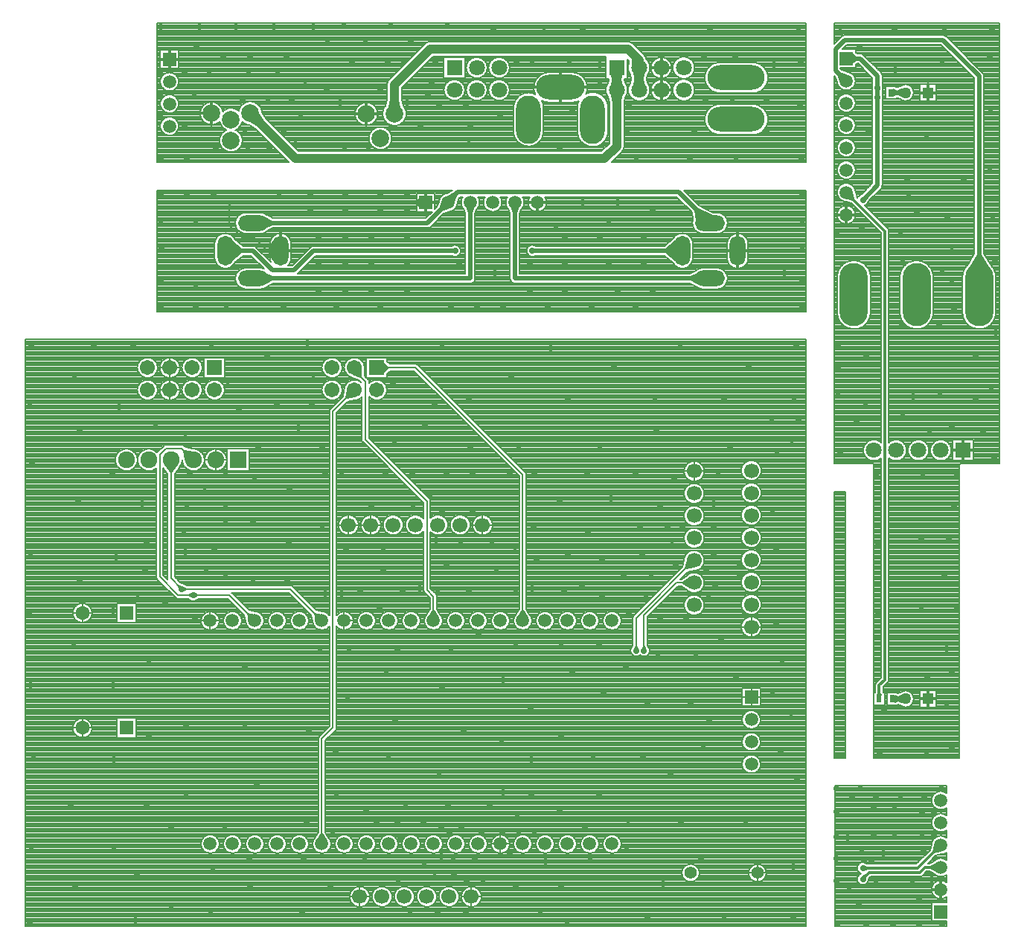
<source format=gbr>
G04 DipTrace 4.3.0.5*
G04 2 - Bottom.gbr*
%MOIN*%
G04 #@! TF.FileFunction,Copper,L2,Bot*
G04 #@! TF.Part,Single*
G04 #@! TA.AperFunction,Conductor*
%ADD15C,0.03937*%
%ADD16C,0.019685*%
G04 #@! TA.AperFunction,CopperBalancing*
%ADD18C,0.007874*%
G04 #@! TA.AperFunction,Conductor*
%ADD19C,0.011811*%
G04 #@! TA.AperFunction,CopperBalancing*
%ADD21C,0.012992*%
G04 #@! TA.AperFunction,ComponentPad*
%ADD22C,0.059055*%
%ADD26R,0.062992X0.062992*%
%ADD27C,0.062992*%
%ADD29C,0.07874*%
%ADD30O,0.110236X0.216535*%
%ADD31O,0.216535X0.110236*%
%ADD32R,0.070866X0.070866*%
%ADD33C,0.070866*%
%ADD34O,0.070866X0.133858*%
%ADD35O,0.133858X0.070866*%
%ADD36R,0.059055X0.059055*%
%ADD37R,0.075591X0.075591*%
%ADD38C,0.075591*%
%ADD39R,0.067323X0.067323*%
%ADD40C,0.067323*%
%ADD41C,0.066929*%
%ADD43C,0.055433*%
%ADD46R,0.023622X0.035433*%
G04 #@! TA.AperFunction,ComponentPad*
%ADD47O,0.255906X0.110236*%
%ADD49O,0.125984X0.283465*%
%ADD50C,0.05*%
%ADD51R,0.05X0.05*%
G04 #@! TA.AperFunction,ViaPad*
%ADD53C,0.027559*%
%FSLAX26Y26*%
G04*
G70*
G90*
G75*
G01*
G04 Bottom*
%LPD*%
G36*
X1455820Y4002562D2*
X1425591Y4021656D1*
X1422807Y4024439D1*
X1461781Y4063414D1*
X1464565Y4060630D1*
X1483658Y4030401D1*
X1455820Y4002562D1*
G37*
G36*
X3046457Y4108661D2*
X3041339Y4140050D1*
Y4143593D1*
X3090945D1*
Y4140050D1*
X3085827Y4108661D1*
X3046457D1*
G37*
X1425197Y4061024D2*
D15*
X1627953Y3858268D1*
X3011811D1*
X3066142Y3912598D1*
Y4165354D1*
G36*
X3085827Y4222047D2*
X3090945Y4190659D1*
Y4187115D1*
X3041339D1*
Y4190659D1*
X3046457Y4222047D1*
X3085827D1*
G37*
G36*
X3046457Y4208661D2*
X3041339Y4229921D1*
Y4233465D1*
X3090945D1*
Y4229921D1*
X3085827Y4208661D1*
X3046457D1*
G37*
X3066142Y4165354D2*
D15*
Y4265354D1*
G36*
X1525197Y3559055D2*
X1493808Y3544094D1*
X1487115D1*
Y3593701D1*
X1493808D1*
X1525197Y3578740D1*
Y3559055D1*
G37*
G36*
X2271248Y3634970D2*
X2282088Y3661122D1*
X2284176Y3663210D1*
X2313407Y3633979D1*
X2311319Y3631891D1*
X2285167Y3621051D1*
X2271248Y3634970D1*
G37*
X1437008Y3568898D2*
D16*
X2219094D1*
X2311614Y3661417D1*
G36*
X2349594Y3690005D2*
X2341052Y3663716D1*
X2339131Y3661473D1*
X2307984Y3688653D1*
X2309905Y3690895D1*
X2335674Y3703924D1*
X2349594Y3690005D1*
G37*
G36*
X3427581Y3639488D2*
X3496218Y3604331D1*
X3498304Y3601466D1*
X3422585Y3580696D1*
X3420499Y3583560D1*
X3413661Y3625569D1*
X3427581Y3639488D1*
G37*
X2311614Y3661417D2*
D16*
Y3665945D1*
X2354331Y3708661D1*
X3344488D1*
X3484252Y3568898D1*
G36*
X4141732Y4296850D2*
X4124016Y4286024D1*
X4121063D1*
Y4327362D1*
X4124016D1*
X4141732Y4316535D1*
Y4296850D1*
G37*
G36*
X4244096Y4190944D2*
X4246064Y4171259D1*
Y4169487D1*
X4234253Y4153542D1*
X4222442Y4171259D1*
X4224411Y4190944D1*
X4244096D1*
G37*
X4094488Y4306693D2*
D16*
X4155906D1*
X4234253Y4228345D1*
Y4153542D1*
G36*
X4224411Y4116140D2*
X4222442Y4135825D1*
X4234253Y4153542D1*
X4246064Y4137597D1*
Y4135825D1*
X4244096Y4116140D1*
X4224411D1*
G37*
X4169291Y3673228D2*
D16*
X4234253Y3738190D1*
Y4153542D1*
G36*
X2090551Y4122047D2*
X2098425Y4087171D1*
Y4083234D1*
X2043307D1*
Y4087171D1*
X2051181Y4122047D1*
X2090551D1*
G37*
G36*
X3185827Y4222047D2*
X3190945Y4190659D1*
Y4187115D1*
X3141339D1*
Y4190659D1*
X3146457Y4222047D1*
X3185827D1*
G37*
G36*
X3162740Y4329666D2*
X3181372Y4297347D1*
X3182252Y4293914D1*
X3135339Y4277789D1*
X3134460Y4281222D1*
X3134901Y4301827D1*
X3162740Y4329666D1*
G37*
G36*
X3146457Y4208661D2*
X3141339Y4240050D1*
Y4243593D1*
X3190945D1*
Y4240050D1*
X3185827Y4208661D1*
X3146457D1*
G37*
X2070866Y4059055D2*
D15*
Y4188924D1*
X2229974Y4348031D1*
X3116535D1*
X3166142Y4298425D1*
Y4165354D1*
G36*
X3146457Y4208661D2*
X3141339Y4240050D1*
Y4243593D1*
X3190945D1*
Y4240050D1*
X3185827Y4208661D1*
X3146457D1*
G37*
G36*
X3185827Y4222047D2*
X3190945Y4190659D1*
Y4187115D1*
X3141339D1*
Y4190659D1*
X3146457Y4222047D1*
X3185827D1*
G37*
X3166142Y4265354D2*
D15*
Y4165354D1*
G36*
X3284646Y3454724D2*
X3328303Y3491732D1*
X3331846D1*
Y3398031D1*
X3328303D1*
X3284646Y3435039D1*
Y3454724D1*
G37*
X2688976Y3444882D2*
D16*
X3360236D1*
G36*
X1388583Y3435039D2*
X1344926Y3398031D1*
X1341382D1*
Y3491732D1*
X1344926D1*
X1388583Y3454724D1*
Y3435039D1*
G37*
X1312992Y3444882D2*
D16*
X1437008D1*
X1523622Y3358268D1*
X1622047D1*
X1708661Y3444882D1*
X2342520D1*
G36*
X1525197Y3311024D2*
X1493808Y3296063D1*
X1487115D1*
Y3345669D1*
X1493808D1*
X1525197Y3330709D1*
Y3311024D1*
G37*
G36*
X2400787Y3614173D2*
X2389961Y3640330D1*
Y3643283D1*
X2431299D1*
Y3640330D1*
X2420472Y3614173D1*
X2400787D1*
G37*
X1437008Y3320866D2*
D16*
X2410630D1*
Y3661417D1*
G36*
X3396063Y3330709D2*
X3427452Y3345669D1*
X3434145D1*
Y3296063D1*
X3427452D1*
X3396063Y3311024D1*
Y3330709D1*
G37*
G36*
X2600787Y3614173D2*
X2589961Y3640330D1*
Y3643283D1*
X2631299D1*
Y3640330D1*
X2620472Y3614173D1*
X2600787D1*
G37*
X3484252Y3320866D2*
D16*
X2610630D1*
Y3661417D1*
G36*
X3359843Y1961417D2*
X3389487Y1980906D1*
X3392834D1*
Y1934055D1*
X3389487D1*
X3359843Y1953543D1*
Y1961417D1*
G37*
G36*
X3192913Y1675591D2*
X3198622Y1663384D1*
Y1662006D1*
X3179331D1*
Y1663384D1*
X3185039Y1675591D1*
X3192913D1*
G37*
X3413386Y1957480D2*
D18*
X3335433D1*
X3188976Y1811024D1*
Y1653543D1*
G36*
X1500000Y3448819D2*
X1529090Y3491732D1*
X1532633D1*
Y3398031D1*
X1529090D1*
X1500000Y3440945D1*
Y3448819D1*
G37*
G36*
X2163386Y3665354D2*
X2181102Y3682087D1*
X2184055D1*
Y3640748D1*
X2181102D1*
X2163386Y3657480D1*
Y3665354D1*
G37*
X1561024Y3444882D2*
D18*
X1500000D1*
X1440945Y3503937D1*
X1385827D1*
X1330709Y3559055D1*
Y3649606D1*
X1342520Y3661417D1*
X2210630D1*
G36*
X1749606Y834646D2*
X1766339Y808488D1*
Y805536D1*
X1725000D1*
Y808488D1*
X1741732Y834646D1*
X1749606D1*
G37*
G36*
X1850471Y2785960D2*
X1857679Y2820923D1*
X1860059Y2823303D1*
X1893382Y2789980D1*
X1891002Y2787600D1*
X1856039Y2780392D1*
X1850471Y2785960D1*
G37*
X1745669Y787402D2*
D18*
Y1257480D1*
X1795276Y1307087D1*
Y2725197D1*
X1891339Y2821260D1*
G36*
X1918985Y2874660D2*
X1885698Y2888074D1*
X1883808Y2890860D1*
X1922515Y2917742D1*
X1924405Y2914956D1*
X1924553Y2880228D1*
X1918985Y2874660D1*
G37*
G36*
X2249606Y1834646D2*
X2266339Y1808488D1*
Y1805536D1*
X2225000D1*
Y1808488D1*
X2241732Y1834646D1*
X2249606D1*
G37*
X1891339Y2921260D2*
D18*
Y2907874D1*
X1940945Y2858268D1*
Y2598425D1*
X2216535Y2322835D1*
Y1925197D1*
X2245669Y1896063D1*
Y1787402D1*
G36*
X1191339Y1897638D2*
X1179132Y1891929D1*
X1177754D1*
Y1911220D1*
X1179132D1*
X1191339Y1905512D1*
Y1897638D1*
G37*
G36*
X1415047Y1823592D2*
X1445374Y1816928D1*
X1447462Y1814840D1*
X1418231Y1785609D1*
X1416143Y1787697D1*
X1409479Y1818024D1*
X1415047Y1823592D1*
G37*
X1169291Y1901575D2*
D18*
X1331496D1*
X1445669Y1787402D1*
G36*
X1147244Y1905512D2*
X1159451Y1911220D1*
X1160829D1*
Y1891929D1*
X1159451D1*
X1147244Y1897638D1*
Y1905512D1*
G37*
G36*
X1130102Y2553418D2*
X1169701Y2545667D1*
X1172373Y2542995D1*
X1134958Y2505579D1*
X1132285Y2508252D1*
X1124534Y2547851D1*
X1130102Y2553418D1*
G37*
X1169291Y1901575D2*
D18*
X1102362D1*
X1019685Y1984252D1*
Y2531496D1*
X1047244Y2559055D1*
X1118898D1*
X1170079Y2507874D1*
G36*
X1140157Y1925197D2*
X1127951Y1919488D1*
X1126573D1*
Y1938780D1*
X1127951D1*
X1140157Y1933071D1*
Y1925197D1*
G37*
G36*
X1715047Y1823592D2*
X1745374Y1816928D1*
X1747462Y1814840D1*
X1718231Y1785609D1*
X1716143Y1787697D1*
X1709479Y1818024D1*
X1715047Y1823592D1*
G37*
X1118110Y1929134D2*
D18*
X1603937D1*
X1745669Y1787402D1*
G36*
X1066142Y2447402D2*
X1043622Y2480883D1*
Y2484662D1*
X1096535D1*
Y2480883D1*
X1074016Y2447402D1*
X1066142D1*
G37*
G36*
X1105304Y1947507D2*
X1117972Y1942913D1*
X1118947Y1941938D1*
X1105306Y1928297D1*
X1104331Y1929272D1*
X1099737Y1941940D1*
X1105304Y1947507D1*
G37*
X1070079Y2507874D2*
D18*
Y1977165D1*
X1118110Y1929134D1*
G36*
X4248033Y1466534D2*
X4253938Y1454723D1*
Y1452951D1*
X4230316D1*
Y1454723D1*
X4236222Y1466534D1*
X4248033D1*
G37*
G36*
X4123719Y3669110D2*
X4094783Y3677167D1*
X4092696Y3679255D1*
X4121926Y3708486D1*
X4124014Y3706398D1*
X4132071Y3677462D1*
X4123719Y3669110D1*
G37*
X4242127Y1437007D2*
D19*
Y1498030D1*
X4267717Y1523619D1*
Y3533465D1*
X4094488Y3706693D1*
G36*
X4188024Y642268D2*
X4183035Y630928D1*
X4182133Y629887D1*
X4167657Y642638D1*
X4168559Y643680D1*
X4179672Y650620D1*
X4188024Y642268D1*
G37*
G36*
X4470474Y688188D2*
X4496631Y702951D1*
X4499584D1*
Y661613D1*
X4496631D1*
X4470474Y676377D1*
Y688188D1*
G37*
X4169293Y629920D2*
D19*
Y631888D1*
X4196852Y659448D1*
X4423230D1*
X4446064Y682282D1*
X4517718D1*
G36*
X4191340Y673227D2*
X4179133Y669487D1*
X4177755D1*
Y688778D1*
X4179133D1*
X4191340Y685038D1*
Y673227D1*
G37*
G36*
X4480135Y753051D2*
X4488192Y781987D1*
X4490280Y784075D1*
X4519510Y754844D1*
X4517423Y752756D1*
X4488487Y744700D1*
X4480135Y753051D1*
G37*
X4169293Y679133D2*
D19*
X4414568D1*
X4517718Y782282D1*
G36*
X4324804Y4143699D2*
X4305119Y4135825D1*
X4303938D1*
X4293308Y4153542D1*
X4305119Y4171259D1*
X4324804Y4163385D1*
Y4143699D1*
G37*
G36*
X4319450Y4163385D2*
X4341597Y4171042D1*
X4344097D1*
Y4136042D1*
X4341597D1*
X4319450Y4143699D1*
Y4163385D1*
G37*
X4293308Y4153542D2*
D16*
X4359450D1*
G36*
X4332678Y1427164D2*
X4312993Y1419290D1*
X4311812D1*
X4301182Y1437007D1*
X4312993Y1454723D1*
X4332678Y1446849D1*
Y1427164D1*
G37*
G36*
X4319450Y1446849D2*
X4341597Y1454507D1*
X4344097D1*
Y1419507D1*
X4341597D1*
X4319450Y1427164D1*
Y1446849D1*
G37*
X4301182Y1437007D2*
D16*
X4359450D1*
G36*
X3371967Y2023204D2*
X3379923Y2057842D1*
X3382341Y2060155D1*
X3414773Y2026345D1*
X3412355Y2024032D1*
X3377535Y2017636D1*
X3371967Y2023204D1*
G37*
G36*
X3157480Y1675591D2*
X3163189Y1663384D1*
Y1662006D1*
X3143898D1*
Y1663384D1*
X3149606Y1675591D1*
X3157480D1*
G37*
X3413386Y2057480D2*
D18*
X3411811D1*
X3153543Y1799213D1*
Y1653543D1*
G36*
X2045197Y2917323D2*
X2025000Y2897697D1*
X2021634D1*
Y2944823D1*
X2025000D1*
X2045197Y2925197D1*
Y2917323D1*
G37*
G36*
X2649606Y1834646D2*
X2666339Y1808488D1*
Y1805536D1*
X2625000D1*
Y1808488D1*
X2641732Y1834646D1*
X2649606D1*
G37*
X1991339Y2921260D2*
D18*
X2165354D1*
X2645669Y2440945D1*
Y1787402D1*
G36*
X4068041Y4246075D2*
X4094193Y4235235D1*
X4096281Y4233147D1*
X4067050Y4203916D1*
X4064962Y4206004D1*
X4054122Y4232156D1*
X4068041Y4246075D1*
G37*
G36*
X4699803Y3427559D2*
X4734055Y3371757D1*
Y3357584D1*
X4645866D1*
Y3371757D1*
X4680118Y3427559D1*
X4699803D1*
G37*
X4094488Y4205709D2*
D16*
X4047244Y4252953D1*
Y4348005D1*
X4089003Y4389764D1*
X4527559D1*
X4689961Y4227362D1*
Y3248031D1*
D53*
X1023622Y4448819D3*
X1196850D3*
X1362205D3*
X1531496D3*
X1708661D3*
X1586614Y4314961D3*
X1425197D3*
X1303150Y4311024D3*
X1183071Y4366142D3*
X1129921Y4244094D3*
X1019685D3*
Y4149606D3*
Y4055118D3*
X1023622Y3858268D3*
X1141732D3*
X1271654Y3909449D3*
X1129921Y4007874D3*
X1240157Y4236220D3*
X1173228Y4153543D3*
X1417323Y4236220D3*
X1547244D3*
X1669291Y4185039D3*
X1771654Y4374016D3*
X1940945D3*
X2145669Y4377953D3*
X2114173Y4295276D3*
X2039370Y4291339D3*
X1881890D3*
X1767717Y4169291D3*
X1649606Y4059055D3*
X1574803Y3980315D3*
X1511811Y3909449D3*
X1413386Y3913386D3*
X1401575Y3988189D3*
X2688976Y3444882D3*
X1610236Y4114173D3*
X1389764Y4118110D3*
X1503937Y4129921D3*
X1842520Y4452756D3*
X2055118D3*
X2307087D3*
X2236220Y4200787D3*
X2688976Y4283465D3*
X2220472Y4149606D3*
X2389764Y4102362D3*
X2271654Y4098425D3*
X2125984Y4110236D3*
X2252756Y4292913D3*
X2007874Y4165354D3*
X1826772Y4110236D3*
X2055118Y3996063D3*
X1952756Y3913386D3*
X1625984Y3921260D3*
X1846457Y3913386D3*
X2153543Y3917323D3*
X2405512Y3921260D3*
X2811024Y3909449D3*
X2866142Y4078740D3*
X2751969Y4074803D3*
X2188976Y4000000D3*
X2409449D3*
X2543307Y4055118D3*
X2854331Y4283465D3*
X2992126Y4279528D3*
Y4188976D3*
X2618110Y4287402D3*
X2740157Y4425197D3*
X2515748Y4440945D3*
X2913386Y4437008D3*
X3153543Y4444882D3*
X2342520Y3444882D3*
X3153543Y3866142D3*
X3393701Y3862205D3*
X3602362Y3866142D3*
X3893701Y3862205D3*
X3885827Y4102362D3*
X3889764Y4291339D3*
X3881890Y4429134D3*
X3482677Y4433071D3*
X3299213Y4421260D3*
X3456693Y4314961D3*
X3598425Y4307087D3*
X3771654Y4279528D3*
X3736220Y4125984D3*
X3582677Y4129921D3*
X3464567Y4118110D3*
X3122047Y4090551D3*
X3114173Y3972441D3*
X3413386Y3980315D3*
X3736220Y3976378D3*
X1023622Y3700787D3*
X1141732D3*
X1259843D3*
X4051182Y1035432D3*
X1555118Y3704724D3*
X1692913Y3700787D3*
X1850394D3*
X2007874D3*
X2125984D3*
Y3622047D3*
X2007874D3*
X1850394D3*
X1692913D3*
X1732283Y3503937D3*
X1850394D3*
X1968504D3*
X2125984D3*
X1732283Y3385827D3*
X1850394D3*
X1968504D3*
X2125984D3*
Y3267717D3*
X1968504D3*
X1850394D3*
X1732283D3*
X1023622Y3188976D3*
X1181102D3*
X1318898Y3185039D3*
X1574803Y3188976D3*
X1811024D3*
X2007874D3*
X2322835D3*
X1181102Y3295276D3*
Y3582677D3*
X1023622D3*
Y3307087D3*
X1027559Y3456693D3*
X2440945Y3188976D3*
X2559055D3*
X4169293Y679133D3*
Y629920D3*
X2519685Y3346457D3*
X2362205Y3385827D3*
X2677165D3*
X2834646D3*
X3031496D3*
X2755906Y3188976D3*
X2952756D3*
X3149606D3*
X2677165Y3267717D3*
X2834646D3*
X3070866D3*
X3228346D3*
X3188976Y3385827D3*
Y3503937D3*
X3228346Y3622047D3*
X3070866Y3661417D3*
X2913386D3*
X2795276Y3543307D3*
X2834646Y3503937D3*
X2992126D3*
X3031496Y3582677D3*
X3897638Y3700787D3*
Y3188976D3*
Y3307087D3*
Y3464567D3*
Y3582677D3*
X4157482Y1035432D3*
X4051182Y933070D3*
X3818898Y3346457D3*
X4051182Y818896D3*
X4102364Y814959D3*
X4122049Y999999D3*
X4228348D3*
X4338584Y1003936D3*
X4444883Y996062D3*
X4433072Y921259D3*
X4488190Y933070D3*
Y826770D3*
X4433072Y834644D3*
X4440946Y759841D3*
X4476379Y629920D3*
X4216537Y948818D3*
Y822833D3*
X4311025Y818896D3*
Y940944D3*
X4165356Y763778D3*
X4259844Y744093D3*
X4173230Y716534D3*
X4389765Y625983D3*
X4208663Y708660D3*
X4421261Y539369D3*
X4523623Y429133D3*
X4051182Y720471D3*
Y622046D3*
X4055118Y429134D3*
X4185041Y429133D3*
X4303151D3*
X4421261D3*
X4228348Y625983D3*
X4106301Y578739D3*
X4149608Y511810D3*
X4066930Y4425196D3*
X4311025Y4437007D3*
X4535434Y4444881D3*
X4748033Y4440944D3*
X4153543Y4358268D3*
X4314961Y4255906D3*
X4523622Y4299213D3*
X4736222Y4318896D3*
X4169291Y3673228D3*
X4366143Y3767715D3*
X4622049D3*
X4738189Y3803150D3*
X4740159Y4082676D3*
X4452757Y3964566D3*
X4194882Y3976378D3*
X4519686Y1035432D3*
X4062992Y4153543D3*
X1118110Y1929134D3*
X4165356Y3547243D3*
X4374016Y3685039D3*
X4409450Y3622046D3*
X4547245Y3598424D3*
X4566930Y3440944D3*
X4338583Y3515748D3*
X1169291Y1901575D3*
X4181102Y2748031D3*
X4055119Y3437007D3*
X4053150Y3515748D3*
X4185039Y2972441D3*
X4051182Y3129920D3*
X4059056Y3019684D3*
Y2925196D3*
X4066929Y2535433D3*
X4141734Y2677164D3*
X4059056Y2795274D3*
X3188976Y1653543D3*
X4346457Y2700787D3*
X4468504Y2625984D3*
X4515749Y2795274D3*
X4393702Y2791337D3*
X4566929Y2657480D3*
X4673230Y2783463D3*
X4744096Y2818896D3*
X4755907Y2519684D3*
X4708661Y2629921D3*
X4673230Y2980314D3*
X4763781Y3078739D3*
X4342521Y3110235D3*
X4511812Y3118109D3*
X4346457Y3409449D3*
X4523623Y3362203D3*
X4566930Y3314959D3*
X4578741Y3185038D3*
X4759843Y3393701D3*
X4751970Y3602361D3*
X4232283Y2433071D3*
X4437009Y2433070D3*
X4586615D3*
X3153543Y1653543D3*
X4578740Y2303150D3*
X4236220Y2129921D3*
X4429135Y2153542D3*
X4555119Y2157479D3*
X444882Y3015748D3*
X4535434Y1984251D3*
X4236220Y1818898D3*
X4429135Y1834644D3*
X4586615D3*
X724409Y3019685D3*
X4543308Y1661416D3*
X901575Y3023622D3*
X4456694Y1531495D3*
X4566930Y1551180D3*
X4244096Y1196849D3*
X4452757Y1200786D3*
X4566930Y1216534D3*
X4263781Y1389762D3*
X4543308Y1401573D3*
X1251969Y3027559D3*
X437008Y2748031D3*
X838583Y2744094D3*
X448819Y2492126D3*
X807087Y2448819D3*
X440945Y2074803D3*
X822835Y2070866D3*
X811024Y1830709D3*
X433071Y1822835D3*
X440945Y1500000D3*
X811024D3*
X814961Y1165354D3*
X452756Y1169291D3*
X909449Y444882D3*
X437008Y437008D3*
X444882Y759843D3*
X814961Y775591D3*
X641732Y602362D3*
X622047Y956693D3*
X633858Y1673228D3*
X661417Y1968504D3*
X653543Y2318898D3*
X661417Y2645669D3*
X637795Y2889764D3*
X1460630Y2566929D3*
X1748031D3*
X1700787Y2751969D3*
X1708661Y2870079D3*
X1322835Y2862205D3*
X1374016Y2740157D3*
X1681102Y3031496D3*
X1500000Y2968504D3*
X1543307Y2755906D3*
X1000000Y2673228D3*
X1641732Y2653543D3*
X1133858Y2606299D3*
X1153543Y2440945D3*
X1141732Y2307087D3*
X1314961D3*
Y2437008D3*
X1220472Y2366142D3*
X940945Y2311024D3*
X921260Y1885827D3*
X1043307Y1866142D3*
X952756Y2015748D3*
X960630Y2141732D3*
X3618110Y1984252D3*
X1125984Y2192913D3*
X1133858Y2094488D3*
X1228346Y2023622D3*
X1314961Y2000000D3*
Y2220472D3*
X1263780Y2110236D3*
X1177165Y1799213D3*
X1102362Y1618110D3*
X1677165Y885827D3*
X1311024Y870079D3*
X1137795Y1015748D3*
X1736220Y1665354D3*
X1688976Y1299213D3*
X1137795Y1322835D3*
X1401575Y1574803D3*
Y1307087D3*
X1452756Y1055118D3*
X972441Y1594488D3*
Y1267717D3*
X960630Y960630D3*
X2141732Y488189D3*
X1783465Y598425D3*
X1657480Y480315D3*
X1425197Y602362D3*
X1248031Y488189D3*
X1255906Y681102D3*
X1070866Y862205D3*
X917323Y649606D3*
X1070866Y496063D3*
X1421260Y720472D3*
X1665354D3*
X1937008Y712598D3*
X2086614Y629921D3*
X2251969Y637795D3*
X2204724Y704724D3*
X1992126Y885827D3*
X2200787D3*
X2082677Y877953D3*
X2098425Y814961D3*
X1795276Y846457D3*
X1944882Y940945D3*
X2122047Y968504D3*
X2279528Y866142D3*
X2370079D3*
X2318898Y834646D3*
X2311024Y956693D3*
X2496063Y960630D3*
X2559055Y1019685D3*
X2460630Y838583D3*
X2555118D3*
X2429134Y724409D3*
X2586614Y744094D3*
X2338583Y649606D3*
X2334646Y712598D3*
X2279528Y732283D3*
X2263780Y484252D3*
X2389764Y476378D3*
X2724409Y488189D3*
X2948819Y712598D3*
X2748031Y708661D3*
X2468504Y629921D3*
X2614173Y590551D3*
X2818898D3*
X2393701Y614173D3*
X2842520Y440945D3*
X3047244Y633858D3*
X3110236Y759843D3*
X3118110Y893701D3*
X3204724Y452756D3*
X3547244Y448819D3*
X3858268Y452756D3*
Y685039D3*
X3874016Y1082677D3*
X3307087Y1098425D3*
X3354331Y885827D3*
X3444882Y720472D3*
X3454724Y1232283D3*
X3275591Y610236D3*
X3645669Y874016D3*
X3846457Y1374016D3*
X3480315Y1340551D3*
X3799213Y1204724D3*
X3763780Y1456693D3*
X3807087Y1594488D3*
X3779528Y1767717D3*
Y2106299D3*
X3763780Y2267717D3*
X3783465Y2531496D3*
X3881890Y2685039D3*
X3862205Y2787402D3*
X3870079Y3015748D3*
X3350394Y3011811D3*
X2771654Y3007874D3*
X2283465Y3011811D3*
X2405512Y2783465D3*
X2846457Y2779528D3*
X3238189Y2771654D3*
X3547244Y2779528D3*
X3657480Y2925197D3*
X2594488Y2885827D3*
X3055118Y2921260D3*
X2625984Y2570866D3*
X2992126D3*
X3149606Y2452756D3*
X3322835Y2421260D3*
X3519685Y2456693D3*
X3574803Y2566929D3*
X3244094Y2633858D3*
X2062992Y2854331D3*
X2251969Y2755906D3*
X2070866Y2578740D3*
X2409449Y2562992D3*
X2208661Y2657480D3*
X1444882Y2433071D3*
X1759843Y2452756D3*
Y1909449D3*
X1590551Y1968504D3*
X1437008Y1976378D3*
Y2236220D3*
X1748031Y2216535D3*
X1598425Y2133858D3*
X1602362Y2381890D3*
X1834646Y2437008D3*
X2031496Y2440945D3*
X2153543Y2307087D3*
X1968504Y2295276D3*
X1834646Y1909449D3*
X2019685Y2007874D3*
X1854331Y2102362D3*
X2019685Y2114173D3*
X1917323Y1917323D3*
X2003937Y1846457D3*
X2106299Y1925197D3*
X2185039Y1933071D3*
X3618110Y2035433D3*
X2255906Y2149606D3*
X2366142Y2145669D3*
X2507874D3*
X2283465Y2283465D3*
X2303150Y2452756D3*
X2149606D3*
X2232283Y2354331D3*
X2421260Y2452756D3*
Y2275591D3*
X2586614Y2444882D3*
X3700787Y2110236D3*
X2610236Y2118110D3*
X2614173Y1929134D3*
X2405512Y1917323D3*
X2263780Y1929134D3*
X2303150Y2031496D3*
X2527559Y2023622D3*
X2688976Y1933071D3*
X2830709Y1925197D3*
X2909449Y1944882D3*
X3000000Y2062992D3*
X3169291Y2212598D3*
X3259843Y2299213D3*
X3039370Y2334646D3*
X2933071Y2448819D3*
X2696850Y2452756D3*
X2692913Y2208661D3*
X2708661Y2066929D3*
X2846457Y2082677D3*
X2811024Y2322835D3*
X2937008Y2185039D3*
X3000000Y1897638D3*
X3196850Y1905512D3*
X3330709Y2031496D3*
X3362205Y2200787D3*
X3295276D3*
X3181102Y2086614D3*
X3098425Y1988189D3*
X3220472Y2000000D3*
X3314961Y2125984D3*
X3500000Y2311024D3*
Y2208661D3*
Y2082677D3*
X3476378Y1905512D3*
X3507874Y1944882D3*
X3468504Y2011811D3*
X1866142Y1665354D3*
X2082677Y1657480D3*
X2322835Y1665354D3*
X2448819Y1720472D3*
X2614173Y1673228D3*
X2988189Y1685039D3*
X2818898Y1688976D3*
X2866142Y1559055D3*
X2681102Y1397638D3*
X2551181Y1240157D3*
X1811024Y1000000D3*
X1807087Y1200787D3*
X1862205Y1433071D3*
X2035433Y1547244D3*
X2043307Y1169291D3*
X2271654Y1110236D3*
X2283465Y1484252D3*
X2559055Y1523622D3*
X2381890Y1287402D3*
X2074803Y1334646D3*
X2696850Y846457D3*
X2925197Y854331D3*
X2625984Y846457D3*
X2622047Y905512D3*
X2685039Y1165354D3*
Y1007874D3*
X2988189Y1011811D3*
X3185039Y1177165D3*
X3397638Y1421260D3*
X3602362Y1539370D3*
X2818898Y1275591D3*
X3007874Y1464567D3*
X3106299Y1578740D3*
X3251969Y1641732D3*
X3421260D3*
X3535433Y1704724D3*
X3637795Y1811024D3*
X2811024Y933071D3*
X2960630Y1185039D3*
X3204724Y1417323D3*
X3122047Y1822835D3*
X3259843Y1803150D3*
X3377953D3*
X3759843Y2677165D3*
X3850394Y2598425D3*
X1008665Y4456824D2*
D18*
X3912594D1*
X1008665Y4449081D2*
X3912594D1*
X1008665Y4441339D2*
X3912594D1*
X1008665Y4433596D2*
X3912594D1*
X1008665Y4425853D2*
X3912594D1*
X1008665Y4418110D2*
X3912594D1*
X1008665Y4410367D2*
X3912594D1*
X1008665Y4402625D2*
X3912594D1*
X1008665Y4394882D2*
X3912594D1*
X1008665Y4387139D2*
X3912594D1*
X1008665Y4379396D2*
X2217075D1*
X3129436D2*
X3912594D1*
X1008665Y4371654D2*
X2205256D1*
X3141247D2*
X3912594D1*
X1008665Y4363911D2*
X2197520D1*
X3148991D2*
X3912594D1*
X1008665Y4356168D2*
X2189777D1*
X3156734D2*
X3912594D1*
X1008665Y4348425D2*
X2182034D1*
X3164476D2*
X3912594D1*
X1008665Y4340682D2*
X1020709D1*
X1105276D2*
X2174290D1*
X3172220D2*
X3912594D1*
X1008665Y4332940D2*
X1020709D1*
X1105276D2*
X2166547D1*
X3179963D2*
X3912594D1*
X1008665Y4325197D2*
X1020709D1*
X1105276D2*
X2158803D1*
X3187707D2*
X3912594D1*
X1008665Y4317454D2*
X1020709D1*
X1105276D2*
X2151060D1*
X3194651D2*
X3912594D1*
X1008665Y4309711D2*
X1020709D1*
X1105276D2*
X2143318D1*
X2239988D2*
X2291178D1*
X2387556D2*
X2421867D1*
X2456869D2*
X2521870D1*
X2556870D2*
X3015987D1*
X3198602D2*
X3248639D1*
X3283640D2*
X3343681D1*
X3388602D2*
X3912594D1*
X1008665Y4301969D2*
X1020709D1*
X1105276D2*
X2135573D1*
X2232244D2*
X2291178D1*
X2387556D2*
X2408480D1*
X2470264D2*
X2508475D1*
X2570265D2*
X3015987D1*
X3200364D2*
X3235252D1*
X3297035D2*
X3332240D1*
X3400043D2*
X3912594D1*
X1008665Y4294226D2*
X1020709D1*
X1105276D2*
X2127831D1*
X2224501D2*
X2291178D1*
X2387556D2*
X2400991D1*
X2477753D2*
X2500986D1*
X2577755D2*
X3015987D1*
X3116302D2*
X3120010D1*
X3206976D2*
X3227762D1*
X3304525D2*
X3325303D1*
X3406980D2*
X3912594D1*
X1008665Y4286483D2*
X1020709D1*
X1105276D2*
X2120087D1*
X2216765D2*
X2291178D1*
X2387556D2*
X2396147D1*
X2482591D2*
X2496148D1*
X2582592D2*
X3015987D1*
X3116302D2*
X3119849D1*
X3211552D2*
X3222919D1*
X3309362D2*
X3320736D1*
X3411547D2*
X3508459D1*
X3696265D2*
X3912594D1*
X1008665Y4278740D2*
X1020709D1*
X1105276D2*
X2112344D1*
X2209022D2*
X2291178D1*
X2387556D2*
X2393109D1*
X2485627D2*
X2493112D1*
X2585629D2*
X3015987D1*
X3214451D2*
X3219881D1*
X3312399D2*
X3317837D1*
X3414446D2*
X3491681D1*
X3713043D2*
X3912594D1*
X1008665Y4270997D2*
X1020709D1*
X1105276D2*
X2104601D1*
X2201278D2*
X2291178D1*
X2387556D2*
X2391518D1*
X2487219D2*
X2491520D1*
X2587220D2*
X3015987D1*
X3415976D2*
X3481669D1*
X3723055D2*
X3912594D1*
X1008665Y4263255D2*
X1020709D1*
X1105276D2*
X2096857D1*
X2193535D2*
X2291178D1*
X2387556D2*
X2391226D1*
X2487512D2*
X2491227D1*
X2587513D2*
X3015987D1*
X3416253D2*
X3474533D1*
X3730192D2*
X3912594D1*
X1008665Y4255512D2*
X2089114D1*
X2185793D2*
X2291178D1*
X2387556D2*
X2392218D1*
X2486528D2*
X2492211D1*
X2586529D2*
X3015987D1*
X3215304D2*
X3218990D1*
X3313299D2*
X3316976D1*
X3415307D2*
X3469235D1*
X3735490D2*
X3912594D1*
X1008665Y4247769D2*
X2081378D1*
X2178049D2*
X2291178D1*
X2387556D2*
X2394563D1*
X2484175D2*
X2494564D1*
X2584176D2*
X3015987D1*
X3116302D2*
X3119226D1*
X3213059D2*
X3221335D1*
X3310946D2*
X3319222D1*
X3413062D2*
X3465306D1*
X3739419D2*
X3912594D1*
X1008665Y4240026D2*
X1044369D1*
X1081615D2*
X2073635D1*
X2170306D2*
X2291178D1*
X2387556D2*
X2398516D1*
X2480222D2*
X2498517D1*
X2580223D2*
X2737591D1*
X2892331D2*
X3015987D1*
X3116302D2*
X3122979D1*
X3209307D2*
X3225287D1*
X3306993D2*
X3322974D1*
X3409310D2*
X3462514D1*
X3742210D2*
X3912594D1*
X1008665Y4232283D2*
X1033251D1*
X1092734D2*
X2065892D1*
X2162562D2*
X2291178D1*
X2387556D2*
X2404621D1*
X2474117D2*
X2504622D1*
X2574118D2*
X2722780D1*
X2907142D2*
X3015987D1*
X3116302D2*
X3127699D1*
X3204585D2*
X3231392D1*
X3300888D2*
X3328694D1*
X3403589D2*
X3460699D1*
X3744025D2*
X3912594D1*
X1008665Y4224541D2*
X1027007D1*
X1098978D2*
X2058148D1*
X2154819D2*
X2291178D1*
X2387556D2*
X2414479D1*
X2464266D2*
X2514472D1*
X2564268D2*
X2713522D1*
X2916399D2*
X3015987D1*
X3116302D2*
X3128961D1*
X3203324D2*
X3241251D1*
X3291038D2*
X3337576D1*
X3394707D2*
X3459808D1*
X3744916D2*
X3912594D1*
X1008665Y4216798D2*
X1023231D1*
X1102753D2*
X2050406D1*
X2147076D2*
X2706894D1*
X2923028D2*
X3015987D1*
X3116302D2*
X3130222D1*
X3202063D2*
X3356430D1*
X3375853D2*
X3459785D1*
X3744940D2*
X3912594D1*
X1008665Y4209055D2*
X1021217D1*
X1104761D2*
X2043147D1*
X2139332D2*
X2320220D1*
X2358521D2*
X2420223D1*
X2458522D2*
X2520224D1*
X2558516D2*
X2702003D1*
X2927919D2*
X3029428D1*
X3102853D2*
X3129430D1*
X3202856D2*
X3246995D1*
X3285294D2*
X3342382D1*
X3389902D2*
X3460638D1*
X3744087D2*
X3912594D1*
X1008665Y4201312D2*
X1020724D1*
X1105253D2*
X2038825D1*
X2131589D2*
X2307694D1*
X2371047D2*
X2407697D1*
X2471041D2*
X2507698D1*
X2571042D2*
X2698436D1*
X2931486D2*
X3028167D1*
X3104114D2*
X3128169D1*
X3204117D2*
X3234469D1*
X3297812D2*
X3331525D1*
X3400759D2*
X3462399D1*
X3742325D2*
X3912594D1*
X1008665Y4193570D2*
X1021693D1*
X1104291D2*
X2036780D1*
X2123846D2*
X2300490D1*
X2378244D2*
X2400491D1*
X2478245D2*
X2500493D1*
X2578247D2*
X2695975D1*
X2933946D2*
X3024837D1*
X3107444D2*
X3124840D1*
X3207446D2*
X3227262D1*
X3305017D2*
X3324843D1*
X3407441D2*
X3465144D1*
X3739580D2*
X3912594D1*
X1008665Y4185827D2*
X1024230D1*
X1101755D2*
X2036457D1*
X2116102D2*
X2295829D1*
X2382912D2*
X2395832D1*
X2482913D2*
X2495833D1*
X2582907D2*
X2694499D1*
X2935423D2*
X3020432D1*
X3111858D2*
X3120425D1*
X3211852D2*
X3222604D1*
X3309685D2*
X3320429D1*
X3411854D2*
X3469004D1*
X3735720D2*
X3912594D1*
X1008665Y4178084D2*
X1028698D1*
X1097286D2*
X2036457D1*
X2108360D2*
X2292924D1*
X2385819D2*
X2392925D1*
X2485820D2*
X2492919D1*
X2585822D2*
X2693945D1*
X2935976D2*
X3017656D1*
X3114626D2*
X3117657D1*
X3214627D2*
X3219697D1*
X3312592D2*
X3317652D1*
X3414631D2*
X3474226D1*
X3730499D2*
X3912594D1*
X1008665Y4170341D2*
X1036049D1*
X1089928D2*
X2036457D1*
X2105276D2*
X2291448D1*
X2387295D2*
X2391441D1*
X2487297D2*
X2491442D1*
X2587298D2*
X2694283D1*
X2935638D2*
X3016234D1*
X3416046D2*
X3481247D1*
X3723478D2*
X3912594D1*
X1008665Y4162598D2*
X1051021D1*
X1074963D2*
X2036457D1*
X2105276D2*
X2291262D1*
X2387479D2*
X2391264D1*
X2487480D2*
X2491257D1*
X2587483D2*
X2695537D1*
X2934385D2*
X3016064D1*
X3416223D2*
X3491066D1*
X3713659D2*
X3912594D1*
X1008665Y4154856D2*
X2036457D1*
X2105276D2*
X2292362D1*
X2386379D2*
X2392356D1*
X2486381D2*
X2492357D1*
X2586383D2*
X2697759D1*
X2932163D2*
X2947304D1*
X2970018D2*
X3017110D1*
X3215173D2*
X3219127D1*
X3313152D2*
X3317114D1*
X3415169D2*
X3507222D1*
X3697503D2*
X3912594D1*
X1008665Y4147113D2*
X2036457D1*
X2105276D2*
X2294831D1*
X2383911D2*
X2394832D1*
X2483906D2*
X2494833D1*
X2583907D2*
X2641479D1*
X2992740D2*
X3019478D1*
X3112803D2*
X3119480D1*
X3212806D2*
X3221604D1*
X3310677D2*
X3319475D1*
X3412808D2*
X3912594D1*
X1008665Y4139370D2*
X1041270D1*
X1084714D2*
X2036457D1*
X2105276D2*
X2298937D1*
X2379806D2*
X2398938D1*
X2479799D2*
X2498940D1*
X2579801D2*
X2629030D1*
X3004005D2*
X3023377D1*
X3108906D2*
X3123378D1*
X3208907D2*
X3225710D1*
X3306571D2*
X3323374D1*
X3408909D2*
X3912594D1*
X1008665Y4131627D2*
X1031659D1*
X1094325D2*
X2036457D1*
X2105276D2*
X2305273D1*
X2373462D2*
X2405274D1*
X2473463D2*
X2505276D1*
X2573465D2*
X2620726D1*
X3011818D2*
X3027806D1*
X3104484D2*
X3129299D1*
X3202986D2*
X3232046D1*
X3300235D2*
X3329302D1*
X3402982D2*
X3912594D1*
X1008665Y4123885D2*
X1026037D1*
X1099948D2*
X2036457D1*
X2105276D2*
X2315622D1*
X2363119D2*
X2415625D1*
X2463121D2*
X2515626D1*
X2563114D2*
X2614689D1*
X3017585D2*
X3029067D1*
X3103215D2*
X3138566D1*
X3193720D2*
X3242396D1*
X3289892D2*
X3338568D1*
X3393715D2*
X3912594D1*
X1008665Y4116142D2*
X1022669D1*
X1103315D2*
X2034773D1*
X2106959D2*
X2610238D1*
X3021875D2*
X3030328D1*
X3101954D2*
X3161411D1*
X3170867D2*
X3361413D1*
X3370870D2*
X3912594D1*
X1008665Y4108399D2*
X1020993D1*
X1104991D2*
X1231400D1*
X1272537D2*
X1399969D1*
X1450425D2*
X1929927D1*
X1959837D2*
X2033028D1*
X2108705D2*
X2607022D1*
X2735497D2*
X2892348D1*
X3024975D2*
X3031589D1*
X3100693D2*
X3912594D1*
X1008665Y4100656D2*
X1020808D1*
X1105176D2*
X1218551D1*
X1285386D2*
X1388757D1*
X1461636D2*
X1914009D1*
X1975755D2*
X2031274D1*
X2110458D2*
X2604870D1*
X2737650D2*
X2890264D1*
X3027059D2*
X3031735D1*
X3100554D2*
X3512803D1*
X3691921D2*
X3912594D1*
X1008665Y4092913D2*
X1022093D1*
X1103891D2*
X1210946D1*
X1292991D2*
X1381690D1*
X1468703D2*
X1905505D1*
X1984259D2*
X2028906D1*
X2112827D2*
X2603685D1*
X2738835D2*
X2889104D1*
X3028219D2*
X3031735D1*
X3100554D2*
X3493604D1*
X3711121D2*
X3912594D1*
X1008665Y4085171D2*
X1024999D1*
X1100986D2*
X1205878D1*
X1298059D2*
X1376885D1*
X1473509D2*
X1899891D1*
X1989873D2*
X2023608D1*
X2118125D2*
X2603386D1*
X2739134D2*
X2888819D1*
X3028504D2*
X3031735D1*
X3100554D2*
X3482969D1*
X3721756D2*
X3912594D1*
X1008665Y4077428D2*
X1029959D1*
X1096025D2*
X1202534D1*
X1301403D2*
X1311286D1*
X1365879D2*
X1373686D1*
X1476707D2*
X1896155D1*
X1993609D2*
X2020039D1*
X2121693D2*
X2603386D1*
X2739134D2*
X2888819D1*
X3028504D2*
X3031735D1*
X3100554D2*
X3475487D1*
X3729238D2*
X3912594D1*
X1008665Y4069685D2*
X1038218D1*
X1087774D2*
X1200580D1*
X1478584D2*
X1893870D1*
X1995894D2*
X2017840D1*
X2123892D2*
X2603386D1*
X2739134D2*
X2888819D1*
X3028504D2*
X3031735D1*
X3100554D2*
X3469942D1*
X3734782D2*
X3912594D1*
X1008665Y4061942D2*
X1199850D1*
X1481007D2*
X1892840D1*
X1996924D2*
X2016848D1*
X2124885D2*
X2603386D1*
X2739134D2*
X2888819D1*
X3028504D2*
X3031735D1*
X3100554D2*
X3465829D1*
X3738895D2*
X3912594D1*
X1008665Y4054199D2*
X1200297D1*
X1485896D2*
X1892987D1*
X1996777D2*
X2016995D1*
X2124738D2*
X2603386D1*
X2739134D2*
X2888819D1*
X3028504D2*
X3031735D1*
X3100554D2*
X3462869D1*
X3741856D2*
X3912594D1*
X1008665Y4046457D2*
X1201949D1*
X1490787D2*
X1894324D1*
X1995440D2*
X2018278D1*
X2123454D2*
X2603386D1*
X2739134D2*
X2888819D1*
X3028504D2*
X3031735D1*
X3100554D2*
X3460915D1*
X3743810D2*
X3912594D1*
X1008665Y4038714D2*
X1040186D1*
X1085806D2*
X1204941D1*
X1495839D2*
X1896954D1*
X1992810D2*
X2020808D1*
X2120924D2*
X2603386D1*
X2739134D2*
X2888819D1*
X3028504D2*
X3031735D1*
X3100554D2*
X3459885D1*
X3744840D2*
X3912594D1*
X1008665Y4030971D2*
X1031066D1*
X1094919D2*
X1209554D1*
X1503583D2*
X1901122D1*
X1988642D2*
X2024769D1*
X2116963D2*
X2603386D1*
X2739134D2*
X2888819D1*
X3028504D2*
X3031735D1*
X3100554D2*
X3459731D1*
X3744993D2*
X3912594D1*
X1008665Y4023228D2*
X1025676D1*
X1100308D2*
X1216436D1*
X1511325D2*
X1907327D1*
X1982437D2*
X2030605D1*
X2111127D2*
X2603386D1*
X2739134D2*
X2888819D1*
X3028504D2*
X3031735D1*
X3100554D2*
X3460446D1*
X3744278D2*
X3912594D1*
X1008665Y4015486D2*
X1022470D1*
X1103522D2*
X1227478D1*
X1276459D2*
X1289709D1*
X1387457D2*
X1396701D1*
X1519070D2*
X1916940D1*
X1972824D2*
X2039364D1*
X2102369D2*
X2603386D1*
X2739134D2*
X2888819D1*
X3028504D2*
X3031735D1*
X3100554D2*
X3462068D1*
X3742656D2*
X3912594D1*
X1008665Y4007743D2*
X1020924D1*
X1105068D2*
X1293362D1*
X1383803D2*
X1420730D1*
X1526812D2*
X1942453D1*
X1947306D2*
X2055634D1*
X2086098D2*
X2603386D1*
X2739134D2*
X2888819D1*
X3028504D2*
X3031735D1*
X3100554D2*
X3464652D1*
X3740072D2*
X3912594D1*
X1008665Y4000000D2*
X1020862D1*
X1105130D2*
X1298860D1*
X1378306D2*
X1432987D1*
X1534555D2*
X2003068D1*
X2012680D2*
X2603386D1*
X2739134D2*
X2888819D1*
X3028504D2*
X3031735D1*
X3100554D2*
X3468336D1*
X3736388D2*
X3912594D1*
X1008665Y3992257D2*
X1022277D1*
X1103715D2*
X1307172D1*
X1369993D2*
X1445252D1*
X1542299D2*
X1979723D1*
X2036025D2*
X2603386D1*
X2739134D2*
X2888819D1*
X3028504D2*
X3031735D1*
X3100554D2*
X3473325D1*
X3731399D2*
X3912594D1*
X1008665Y3984514D2*
X1025329D1*
X1100655D2*
X1314092D1*
X1363073D2*
X1453371D1*
X1550042D2*
X1970189D1*
X2045559D2*
X2603386D1*
X2739134D2*
X2888819D1*
X3028504D2*
X3031735D1*
X3100554D2*
X3480031D1*
X3724693D2*
X3912594D1*
X1008665Y3976772D2*
X1030505D1*
X1095487D2*
X1303050D1*
X1374115D2*
X1461115D1*
X1557786D2*
X1964022D1*
X2051726D2*
X2603478D1*
X2739042D2*
X2888911D1*
X3028412D2*
X3031735D1*
X3100554D2*
X3489312D1*
X3715412D2*
X3912594D1*
X1008665Y3969029D2*
X1039171D1*
X1086822D2*
X1296168D1*
X1380997D2*
X1468858D1*
X1565529D2*
X1959892D1*
X2055856D2*
X2604339D1*
X2738181D2*
X2889749D1*
X3027573D2*
X3031735D1*
X3100554D2*
X3503907D1*
X3700818D2*
X3912594D1*
X1008665Y3961286D2*
X1291555D1*
X1385610D2*
X1476602D1*
X1573272D2*
X1957286D1*
X2058462D2*
X2606139D1*
X2736381D2*
X2891495D1*
X3025828D2*
X3031735D1*
X3100554D2*
X3912594D1*
X1008665Y3953543D2*
X1288563D1*
X1388602D2*
X1484337D1*
X1581016D2*
X1955963D1*
X2059785D2*
X2608961D1*
X2733559D2*
X2894217D1*
X3023106D2*
X3031735D1*
X3100554D2*
X3912594D1*
X1008665Y3945801D2*
X1286911D1*
X1390255D2*
X1492080D1*
X1588759D2*
X1955840D1*
X2059908D2*
X2612944D1*
X2729576D2*
X2898062D1*
X3019261D2*
X3031735D1*
X3100554D2*
X3912594D1*
X1008665Y3938058D2*
X1286465D1*
X1390701D2*
X1499824D1*
X1596503D2*
X1956886D1*
X2058862D2*
X2618365D1*
X2724155D2*
X2903260D1*
X3014063D2*
X3031735D1*
X3100554D2*
X3912594D1*
X1008665Y3930315D2*
X1287194D1*
X1389971D2*
X1507567D1*
X1604245D2*
X1959201D1*
X2056547D2*
X2625747D1*
X2716773D2*
X2910241D1*
X3007081D2*
X3031735D1*
X3100554D2*
X3912594D1*
X1008665Y3922572D2*
X1289148D1*
X1388017D2*
X1515311D1*
X1611980D2*
X1962969D1*
X2052780D2*
X2636320D1*
X2706199D2*
X2920000D1*
X2997323D2*
X3027783D1*
X3100554D2*
X3912594D1*
X1008665Y3914829D2*
X1292492D1*
X1384673D2*
X1523054D1*
X1619724D2*
X1968613D1*
X2047135D2*
X2655904D1*
X2686615D2*
X2935963D1*
X2981360D2*
X3020039D1*
X3100554D2*
X3912594D1*
X1008665Y3907087D2*
X1297560D1*
X1379605D2*
X1530797D1*
X1627467D2*
X1977186D1*
X2038562D2*
X3012297D1*
X3100093D2*
X3912594D1*
X1008665Y3899344D2*
X1305165D1*
X1372000D2*
X1538541D1*
X1635211D2*
X1993381D1*
X2022367D2*
X3004552D1*
X3097824D2*
X3912594D1*
X1008665Y3891601D2*
X1318014D1*
X1359151D2*
X1546283D1*
X3093188D2*
X3912594D1*
X1008665Y3883858D2*
X1554028D1*
X3085736D2*
X3912594D1*
X1008665Y3876115D2*
X1561770D1*
X3077993D2*
X3912594D1*
X1008665Y3868373D2*
X1569513D1*
X3070251D2*
X3912594D1*
X1008665Y3860630D2*
X1577257D1*
X3062507D2*
X3912594D1*
X1008665Y3852887D2*
X1585000D1*
X3054764D2*
X3912594D1*
X1008665Y3845144D2*
X1592744D1*
X3047020D2*
X3912594D1*
X1996203Y4057743D2*
X1996154Y4056433D1*
X1996070Y4055125D1*
X1995953Y4053818D1*
X1995802Y4052516D1*
X1995618Y4051218D1*
X1995402Y4049924D1*
X1995152Y4048636D1*
X1994870Y4047357D1*
X1994555Y4046084D1*
X1994207Y4044819D1*
X1993828Y4043564D1*
X1993416Y4042319D1*
X1992972Y4041085D1*
X1992499Y4039864D1*
X1991992Y4038654D1*
X1991457Y4037457D1*
X1990890Y4036274D1*
X1990293Y4035106D1*
X1989667Y4033955D1*
X1989010Y4032819D1*
X1988325Y4031701D1*
X1987613Y4030600D1*
X1986873Y4029518D1*
X1986105Y4028455D1*
X1985310Y4027412D1*
X1984488Y4026391D1*
X1983642Y4025390D1*
X1982769Y4024411D1*
X1981871Y4023454D1*
X1980950Y4022521D1*
X1980005Y4021613D1*
X1979038Y4020727D1*
X1978049Y4019867D1*
X1977037Y4019033D1*
X1976004Y4018226D1*
X1974951Y4017444D1*
X1973878Y4016689D1*
X1972787Y4015963D1*
X1971677Y4015264D1*
X1970550Y4014594D1*
X1969407Y4013953D1*
X1968247Y4013341D1*
X1967071Y4012760D1*
X1965882Y4012209D1*
X1964678Y4011686D1*
X1963462Y4011197D1*
X1962234Y4010738D1*
X1960995Y4010311D1*
X1959744Y4009915D1*
X1958484Y4009551D1*
X1957217Y4009220D1*
X1955940Y4008921D1*
X1954655Y4008655D1*
X1953365Y4008423D1*
X1952070Y4008222D1*
X1950769Y4008055D1*
X1949465Y4007921D1*
X1948156Y4007822D1*
X1946848Y4007755D1*
X1945537Y4007720D1*
X1944226D1*
X1942915Y4007755D1*
X1941605Y4007822D1*
X1940298Y4007921D1*
X1938993Y4008055D1*
X1937693Y4008222D1*
X1936396Y4008423D1*
X1935106Y4008656D1*
X1933823Y4008921D1*
X1932546Y4009220D1*
X1931277Y4009552D1*
X1930017Y4009916D1*
X1928768Y4010311D1*
X1927528Y4010739D1*
X1926299Y4011198D1*
X1925083Y4011688D1*
X1923879Y4012209D1*
X1922690Y4012761D1*
X1921516Y4013343D1*
X1920356Y4013954D1*
X1919211Y4014594D1*
X1918084Y4015265D1*
X1916975Y4015963D1*
X1915883Y4016690D1*
X1914811Y4017445D1*
X1913759Y4018227D1*
X1912726Y4019034D1*
X1911714Y4019869D1*
X1910724Y4020728D1*
X1909756Y4021614D1*
X1908812Y4022522D1*
X1907891Y4023457D1*
X1906993Y4024412D1*
X1906121Y4025391D1*
X1905274Y4026392D1*
X1904453Y4027415D1*
X1903657Y4028457D1*
X1902890Y4029520D1*
X1902150Y4030602D1*
X1901437Y4031702D1*
X1900752Y4032822D1*
X1900097Y4033957D1*
X1899470Y4035109D1*
X1898874Y4036276D1*
X1898307Y4037458D1*
X1897770Y4038655D1*
X1897265Y4039865D1*
X1896790Y4041087D1*
X1896346Y4042322D1*
X1895936Y4043566D1*
X1895556Y4044822D1*
X1895209Y4046085D1*
X1894894Y4047358D1*
X1894612Y4048639D1*
X1894361Y4049927D1*
X1894144Y4051219D1*
X1893961Y4052517D1*
X1893811Y4053820D1*
X1893694Y4055126D1*
X1893610Y4056434D1*
X1893560Y4057745D1*
X1893543Y4059056D1*
X1893560Y4060367D1*
X1893610Y4061677D1*
X1893694Y4062986D1*
X1893811Y4064293D1*
X1893962Y4065594D1*
X1894146Y4066892D1*
X1894362Y4068186D1*
X1894612Y4069474D1*
X1894894Y4070753D1*
X1895209Y4072026D1*
X1895556Y4073291D1*
X1895936Y4074546D1*
X1896348Y4075791D1*
X1896791Y4077025D1*
X1897265Y4078247D1*
X1897772Y4079457D1*
X1898307Y4080654D1*
X1898874Y4081836D1*
X1899471Y4083004D1*
X1900097Y4084155D1*
X1900753Y4085291D1*
X1901438Y4086409D1*
X1902151Y4087510D1*
X1902891Y4088592D1*
X1903659Y4089655D1*
X1904454Y4090698D1*
X1905276Y4091719D1*
X1906122Y4092720D1*
X1906995Y4093699D1*
X1907892Y4094656D1*
X1908814Y4095589D1*
X1909759Y4096497D1*
X1910726Y4097383D1*
X1911715Y4098243D1*
X1912727Y4099077D1*
X1913760Y4099885D1*
X1914812Y4100667D1*
X1915886Y4101421D1*
X1916976Y4102147D1*
X1918087Y4102846D1*
X1919214Y4103516D1*
X1920357Y4104157D1*
X1921517Y4104769D1*
X1922693Y4105350D1*
X1923882Y4105902D1*
X1925085Y4106424D1*
X1926302Y4106913D1*
X1927530Y4107373D1*
X1928769Y4107799D1*
X1930020Y4108196D1*
X1931280Y4108559D1*
X1932547Y4108890D1*
X1933824Y4109189D1*
X1935109Y4109455D1*
X1936399Y4109688D1*
X1937694Y4109888D1*
X1938995Y4110055D1*
X1940299Y4110189D1*
X1941608Y4110289D1*
X1942916Y4110356D1*
X1944227Y4110390D1*
X1945538D1*
X1946849Y4110356D1*
X1948159Y4110289D1*
X1949466Y4110189D1*
X1950770Y4110055D1*
X1952071Y4109888D1*
X1953367Y4109688D1*
X1954657Y4109454D1*
X1955941Y4109189D1*
X1957218Y4108890D1*
X1958487Y4108558D1*
X1959747Y4108194D1*
X1960996Y4107799D1*
X1962236Y4107371D1*
X1963465Y4106912D1*
X1964681Y4106423D1*
X1965885Y4105902D1*
X1967073Y4105349D1*
X1968248Y4104768D1*
X1969408Y4104156D1*
X1970552Y4103516D1*
X1971680Y4102845D1*
X1972789Y4102147D1*
X1973881Y4101420D1*
X1974953Y4100665D1*
X1976005Y4099883D1*
X1977038Y4099076D1*
X1978050Y4098241D1*
X1979039Y4097382D1*
X1980008Y4096496D1*
X1980951Y4095588D1*
X1981873Y4094654D1*
X1982770Y4093698D1*
X1983643Y4092719D1*
X1984490Y4091718D1*
X1985311Y4090696D1*
X1986106Y4089654D1*
X1986874Y4088591D1*
X1987614Y4087508D1*
X1988327Y4086408D1*
X1989012Y4085289D1*
X1989667Y4084154D1*
X1990294Y4083001D1*
X1990890Y4081835D1*
X1991457Y4080652D1*
X1991993Y4079455D1*
X1992499Y4078245D1*
X1992974Y4077024D1*
X1993417Y4075789D1*
X1993828Y4074545D1*
X1994207Y4073289D1*
X1994555Y4072025D1*
X1994870Y4070752D1*
X1995152Y4069471D1*
X1995403Y4068184D1*
X1995619Y4066891D1*
X1995803Y4065593D1*
X1995953Y4064290D1*
X1996070Y4062984D1*
X1996154Y4061676D1*
X1996203Y4060365D1*
X1996220Y4059055D1*
X1996203Y4057743D1*
X2059062Y3944886D2*
X2058610Y3940979D1*
X2057861Y3937118D1*
X2056819Y3933325D1*
X2055490Y3929625D1*
X2053881Y3926035D1*
X2052001Y3922581D1*
X2049864Y3919281D1*
X2047479Y3916152D1*
X2044862Y3913217D1*
X2042029Y3910490D1*
X2038995Y3907988D1*
X2035777Y3905726D1*
X2032396Y3903715D1*
X2028873Y3901971D1*
X2025224Y3900501D1*
X2021475Y3899315D1*
X2017646Y3898419D1*
X2013759Y3897819D1*
X2009837Y3897518D1*
X2005904D1*
X2001983Y3897819D1*
X1998096Y3898420D1*
X1994268Y3899316D1*
X1990517Y3900503D1*
X1986870Y3901974D1*
X1983345Y3903719D1*
X1979966Y3905728D1*
X1976749Y3907992D1*
X1973715Y3910493D1*
X1970881Y3913222D1*
X1968265Y3916157D1*
X1965881Y3919286D1*
X1963743Y3922587D1*
X1961865Y3926042D1*
X1960256Y3929631D1*
X1958927Y3933332D1*
X1957885Y3937125D1*
X1957136Y3940986D1*
X1956686Y3944892D1*
X1956535Y3948822D1*
X1956686Y3952752D1*
X1957138Y3956659D1*
X1957887Y3960520D1*
X1958929Y3964312D1*
X1960259Y3968013D1*
X1961867Y3971602D1*
X1963747Y3975056D1*
X1965885Y3978357D1*
X1968269Y3981486D1*
X1970886Y3984421D1*
X1973719Y3987148D1*
X1976753Y3989650D1*
X1979971Y3991912D1*
X1983352Y3993923D1*
X1986875Y3995667D1*
X1990524Y3997136D1*
X1994273Y3998323D1*
X1998102Y3999219D1*
X2001990Y3999819D1*
X2005911Y4000119D1*
X2009844D1*
X2013765Y3999819D1*
X2017652Y3999218D1*
X2021480Y3998322D1*
X2025231Y3997135D1*
X2028878Y3995664D1*
X2032403Y3993919D1*
X2035782Y3991909D1*
X2038999Y3989646D1*
X2042033Y3987144D1*
X2044867Y3984416D1*
X2047483Y3981480D1*
X2049867Y3978352D1*
X2052005Y3975051D1*
X2053883Y3971596D1*
X2055492Y3968007D1*
X2056822Y3964306D1*
X2057864Y3960513D1*
X2058612Y3956652D1*
X2059062Y3952745D1*
X2059213Y3948819D1*
X2059062Y3944886D1*
X2738346Y4082818D2*
Y3980315D1*
X2738231Y3976381D1*
X2737885Y3972459D1*
X2737310Y3968564D1*
X2736507Y3964711D1*
X2735479Y3960911D1*
X2734231Y3957178D1*
X2732765Y3953525D1*
X2731088Y3949963D1*
X2729205Y3946507D1*
X2727122Y3943167D1*
X2724846Y3939954D1*
X2722387Y3936881D1*
X2719752Y3933957D1*
X2716949Y3931192D1*
X2713990Y3928597D1*
X2710883Y3926180D1*
X2707639Y3923949D1*
X2704270Y3921912D1*
X2700789Y3920076D1*
X2697205Y3918449D1*
X2693531Y3917033D1*
X2689781Y3915836D1*
X2685967Y3914861D1*
X2682104Y3914110D1*
X2678202Y3913588D1*
X2674276Y3913297D1*
X2670340Y3913235D1*
X2666407Y3913404D1*
X2662491Y3913804D1*
X2658605Y3914433D1*
X2654762Y3915289D1*
X2650978Y3916367D1*
X2647261Y3917668D1*
X2643629Y3919182D1*
X2640091Y3920908D1*
X2636660Y3922839D1*
X2633349Y3924967D1*
X2630168Y3927286D1*
X2627129Y3929787D1*
X2624240Y3932463D1*
X2621514Y3935303D1*
X2618961Y3938298D1*
X2616587Y3941438D1*
X2614400Y3944711D1*
X2612409Y3948108D1*
X2610622Y3951615D1*
X2609043Y3955220D1*
X2607678Y3958913D1*
X2606533Y3962680D1*
X2605610Y3966507D1*
X2604913Y3970381D1*
X2604445Y3974289D1*
X2604206Y3978218D1*
X2604173Y3980315D1*
Y4086614D1*
X2604289Y4090549D1*
X2604635Y4094470D1*
X2605210Y4098365D1*
X2606013Y4102218D1*
X2607041Y4106018D1*
X2608289Y4109751D1*
X2609755Y4113404D1*
X2611432Y4116966D1*
X2613315Y4120423D1*
X2615398Y4123762D1*
X2617673Y4126975D1*
X2620133Y4130049D1*
X2622768Y4132972D1*
X2625571Y4135738D1*
X2628530Y4138332D1*
X2631636Y4140749D1*
X2634881Y4142980D1*
X2638249Y4145017D1*
X2641731Y4146853D1*
X2645315Y4148480D1*
X2648988Y4149896D1*
X2652739Y4151093D1*
X2656552Y4152068D1*
X2660416Y4152819D1*
X2664318Y4153341D1*
X2668244Y4153633D1*
X2672180Y4153694D1*
X2676113Y4153525D1*
X2680029Y4153125D1*
X2683915Y4152496D1*
X2687757Y4151640D1*
X2691542Y4150562D1*
X2695259Y4149261D1*
X2698891Y4147747D1*
X2702377Y4146046D1*
X2701572Y4147636D1*
X2701007Y4148820D1*
X2700463Y4150016D1*
X2699945Y4151220D1*
X2699449Y4152436D1*
X2698976Y4153660D1*
X2698529Y4154894D1*
X2698105Y4156136D1*
X2697706Y4157386D1*
X2697332Y4158644D1*
X2696982Y4159908D1*
X2696656Y4161180D1*
X2696357Y4162458D1*
X2696081Y4163740D1*
X2695831Y4165029D1*
X2695606Y4166322D1*
X2695407Y4167619D1*
X2695234Y4168920D1*
X2695084Y4170223D1*
X2694962Y4171530D1*
X2694864Y4172839D1*
X2694793Y4174150D1*
X2694745Y4175461D1*
X2694726Y4176773D1*
X2694731Y4178085D1*
X2694761Y4179398D1*
X2694818Y4180709D1*
X2694900Y4182018D1*
X2695008Y4183325D1*
X2695142Y4184631D1*
X2695301Y4185934D1*
X2695484Y4187234D1*
X2695694Y4188529D1*
X2695929Y4189820D1*
X2696189Y4191106D1*
X2696474Y4192387D1*
X2696785Y4193663D1*
X2697119Y4194930D1*
X2697479Y4196193D1*
X2697864Y4197448D1*
X2698273Y4198694D1*
X2698706Y4199933D1*
X2699164Y4201164D1*
X2699644Y4202385D1*
X2700150Y4203596D1*
X2700678Y4204797D1*
X2701231Y4205987D1*
X2701806Y4207167D1*
X2702404Y4208335D1*
X2703026Y4209491D1*
X2703669Y4210634D1*
X2704335Y4211765D1*
X2705022Y4212883D1*
X2705732Y4213987D1*
X2706463Y4215076D1*
X2707215Y4216152D1*
X2707988Y4217213D1*
X2708782Y4218257D1*
X2709596Y4219287D1*
X2710430Y4220301D1*
X2711283Y4221297D1*
X2712156Y4222277D1*
X2713049Y4223240D1*
X2713959Y4224185D1*
X2714888Y4225112D1*
X2715835Y4226020D1*
X2716799Y4226911D1*
X2717781Y4227781D1*
X2718780Y4228633D1*
X2719794Y4229465D1*
X2720825Y4230277D1*
X2721871Y4231068D1*
X2722934Y4231839D1*
X2724010Y4232589D1*
X2725102Y4233318D1*
X2726207Y4234025D1*
X2727327Y4234710D1*
X2728459Y4235374D1*
X2729604Y4236016D1*
X2730761Y4236634D1*
X2731930Y4237230D1*
X2733112Y4237803D1*
X2734303Y4238353D1*
X2735505Y4238879D1*
X2736717Y4239382D1*
X2737938Y4239861D1*
X2739169Y4240316D1*
X2740409Y4240747D1*
X2741657Y4241154D1*
X2742912Y4241535D1*
X2744175Y4241892D1*
X2745445Y4242224D1*
X2746720Y4242533D1*
X2748001Y4242815D1*
X2749289Y4243073D1*
X2750580Y4243306D1*
X2751877Y4243512D1*
X2753176Y4243694D1*
X2754479Y4243850D1*
X2755785Y4243980D1*
X2757093Y4244085D1*
X2758403Y4244165D1*
X2759714Y4244219D1*
X2761811Y4244252D1*
X2868110D1*
X2869423Y4244239D1*
X2870734Y4244201D1*
X2872045Y4244136D1*
X2873354Y4244047D1*
X2874661Y4243932D1*
X2875966Y4243790D1*
X2877268Y4243625D1*
X2878566Y4243432D1*
X2879861Y4243215D1*
X2881150Y4242972D1*
X2882434Y4242705D1*
X2883714Y4242412D1*
X2884987Y4242094D1*
X2886255Y4241752D1*
X2887514Y4241385D1*
X2888766Y4240992D1*
X2890010Y4240576D1*
X2891247Y4240136D1*
X2892475Y4239672D1*
X2893693Y4239182D1*
X2894900Y4238671D1*
X2896098Y4238135D1*
X2897286Y4237576D1*
X2898462Y4236993D1*
X2899626Y4236388D1*
X2900778Y4235760D1*
X2901919Y4235110D1*
X2903046Y4234438D1*
X2904159Y4233744D1*
X2905259Y4233028D1*
X2906345Y4232290D1*
X2907416Y4231531D1*
X2908471Y4230752D1*
X2909512Y4229953D1*
X2910537Y4229133D1*
X2911545Y4228293D1*
X2912537Y4227433D1*
X2913512Y4226555D1*
X2914469Y4225657D1*
X2915408Y4224741D1*
X2916331Y4223807D1*
X2917234Y4222854D1*
X2918118Y4221886D1*
X2918983Y4220899D1*
X2919828Y4219895D1*
X2920655Y4218875D1*
X2921461Y4217840D1*
X2922245Y4216789D1*
X2923010Y4215722D1*
X2923755Y4214640D1*
X2924476Y4213545D1*
X2925177Y4212436D1*
X2925856Y4211312D1*
X2926513Y4210176D1*
X2927148Y4209028D1*
X2927760Y4207866D1*
X2928349Y4206694D1*
X2928915Y4205510D1*
X2929458Y4204315D1*
X2929976Y4203110D1*
X2930472Y4201895D1*
X2930945Y4200671D1*
X2931392Y4199437D1*
X2931816Y4198194D1*
X2932215Y4196945D1*
X2932589Y4195686D1*
X2932940Y4194423D1*
X2933265Y4193151D1*
X2933564Y4191873D1*
X2933840Y4190591D1*
X2934091Y4189302D1*
X2934315Y4188009D1*
X2934514Y4186711D1*
X2934688Y4185411D1*
X2934837Y4184108D1*
X2934959Y4182801D1*
X2935058Y4181492D1*
X2935129Y4180181D1*
X2935176Y4178870D1*
X2935196Y4177558D1*
X2935190Y4176245D1*
X2935160Y4174933D1*
X2935104Y4173622D1*
X2935021Y4172312D1*
X2934913Y4171005D1*
X2934780Y4169699D1*
X2934621Y4168396D1*
X2934437Y4167097D1*
X2934227Y4165802D1*
X2933992Y4164510D1*
X2933732Y4163224D1*
X2933448Y4161944D1*
X2933136Y4160668D1*
X2932802Y4159400D1*
X2932442Y4158138D1*
X2932058Y4156883D1*
X2931648Y4155636D1*
X2931215Y4154398D1*
X2930757Y4153167D1*
X2930277Y4151946D1*
X2929772Y4150735D1*
X2929243Y4149534D1*
X2928978Y4148963D1*
X2929840Y4149367D1*
X2933463Y4150908D1*
X2937167Y4152239D1*
X2940941Y4153357D1*
X2944773Y4154259D1*
X2948651Y4154940D1*
X2952560Y4155399D1*
X2956490Y4155635D1*
X2960427Y4155647D1*
X2964357Y4155434D1*
X2968269Y4154997D1*
X2972150Y4154339D1*
X2975987Y4153461D1*
X2979768Y4152365D1*
X2983480Y4151055D1*
X2987112Y4149537D1*
X2990651Y4147812D1*
X2994087Y4145891D1*
X2997407Y4143776D1*
X3000601Y4141475D1*
X3003659Y4138996D1*
X3006570Y4136348D1*
X3009327Y4133537D1*
X3011917Y4130573D1*
X3014336Y4127467D1*
X3016573Y4124228D1*
X3018622Y4120867D1*
X3020476Y4117395D1*
X3022130Y4113823D1*
X3023577Y4110161D1*
X3024814Y4106425D1*
X3025836Y4102623D1*
X3026638Y4098769D1*
X3027220Y4094877D1*
X3027580Y4090955D1*
X3027715Y4087022D1*
X3027717Y3980315D1*
X3027605Y3976381D1*
X3027268Y3972458D1*
X3026709Y3968562D1*
X3025929Y3964703D1*
X3024929Y3960895D1*
X3023715Y3957151D1*
X3022290Y3953482D1*
X3020657Y3949899D1*
X3018824Y3946416D1*
X3016794Y3943043D1*
X3014576Y3939791D1*
X3012176Y3936671D1*
X3009602Y3933693D1*
X3006864Y3930866D1*
X3003967Y3928199D1*
X3000924Y3925702D1*
X2997743Y3923383D1*
X2994436Y3921248D1*
X2991012Y3919306D1*
X2987483Y3917562D1*
X2983860Y3916021D1*
X2980156Y3914690D1*
X2976382Y3913572D1*
X2972550Y3912671D1*
X2968672Y3911990D1*
X2964762Y3911530D1*
X2960833Y3911294D1*
X2956896Y3911282D1*
X2952966Y3911495D1*
X2949054Y3911932D1*
X2945173Y3912591D1*
X2941336Y3913469D1*
X2937555Y3914564D1*
X2933843Y3915874D1*
X2930211Y3917392D1*
X2926672Y3919117D1*
X2923236Y3921038D1*
X2919916Y3923154D1*
X2916722Y3925454D1*
X2913664Y3927933D1*
X2910753Y3930581D1*
X2907996Y3933392D1*
X2905406Y3936356D1*
X2902987Y3939462D1*
X2900749Y3942701D1*
X2898701Y3946062D1*
X2896846Y3949534D1*
X2895193Y3953106D1*
X2893745Y3956768D1*
X2892509Y3960504D1*
X2891487Y3964306D1*
X2890685Y3968160D1*
X2890102Y3972052D1*
X2889743Y3975974D1*
X2889608Y3979907D1*
X2889606Y4086614D1*
X2889718Y4090549D1*
X2890055Y4094471D1*
X2890614Y4098367D1*
X2891394Y4102226D1*
X2892394Y4106034D1*
X2893608Y4109778D1*
X2895033Y4113448D1*
X2896336Y4116306D1*
X2894416Y4115451D1*
X2893205Y4114949D1*
X2891983Y4114470D1*
X2890752Y4114014D1*
X2889512Y4113584D1*
X2888264Y4113177D1*
X2887009Y4112795D1*
X2885747Y4112438D1*
X2884476Y4112106D1*
X2883201Y4111798D1*
X2881920Y4111516D1*
X2880633Y4111257D1*
X2879341Y4111025D1*
X2878045Y4110819D1*
X2876745Y4110636D1*
X2875442Y4110480D1*
X2874136Y4110350D1*
X2872828Y4110245D1*
X2871518Y4110165D1*
X2870207Y4110112D1*
X2868110Y4110079D1*
X2761811D1*
X2760499Y4110092D1*
X2759188Y4110130D1*
X2757877Y4110194D1*
X2756567Y4110283D1*
X2755260Y4110399D1*
X2753955Y4110541D1*
X2752654Y4110706D1*
X2751356Y4110899D1*
X2750060Y4111115D1*
X2748772Y4111358D1*
X2747487Y4111626D1*
X2746207Y4111919D1*
X2744934Y4112236D1*
X2743667Y4112579D1*
X2742407Y4112946D1*
X2741155Y4113339D1*
X2739911Y4113755D1*
X2738675Y4114194D1*
X2737446Y4114659D1*
X2736228Y4115148D1*
X2735021Y4115660D1*
X2733823Y4116196D1*
X2732635Y4116755D1*
X2731459Y4117337D1*
X2730689Y4117738D1*
X2731898Y4115314D1*
X2733476Y4111709D1*
X2734841Y4108016D1*
X2735987Y4104249D1*
X2736909Y4100423D1*
X2737606Y4096549D1*
X2738075Y4092640D1*
X2738314Y4088711D1*
X2738346Y4086614D1*
Y4082818D1*
X2295906Y4312756D2*
X2386772D1*
Y4217953D1*
X2291969D1*
Y4312756D1*
X2295906D1*
X2386608Y4161421D2*
X2386122Y4157534D1*
X2385316Y4153701D1*
X2384197Y4149946D1*
X2382772Y4146297D1*
X2381050Y4142778D1*
X2379043Y4139413D1*
X2376765Y4136226D1*
X2374232Y4133236D1*
X2371461Y4130467D1*
X2368470Y4127937D1*
X2365281Y4125661D1*
X2361915Y4123657D1*
X2358395Y4121938D1*
X2354744Y4120516D1*
X2350990Y4119399D1*
X2347155Y4118596D1*
X2343266Y4118113D1*
X2339352Y4117953D1*
X2335437Y4118117D1*
X2331550Y4118602D1*
X2327717Y4119408D1*
X2323962Y4120528D1*
X2320312Y4121953D1*
X2316794Y4123675D1*
X2313429Y4125681D1*
X2310241Y4127959D1*
X2307252Y4130492D1*
X2304483Y4133264D1*
X2301953Y4136255D1*
X2299677Y4139444D1*
X2297673Y4142810D1*
X2295954Y4146329D1*
X2294531Y4149980D1*
X2293415Y4153735D1*
X2292612Y4157570D1*
X2292129Y4161458D1*
X2291969Y4165373D1*
X2292133Y4169287D1*
X2292618Y4173175D1*
X2293424Y4177008D1*
X2294543Y4180762D1*
X2295969Y4184412D1*
X2297690Y4187930D1*
X2299697Y4191295D1*
X2301975Y4194483D1*
X2304508Y4197472D1*
X2307280Y4200241D1*
X2310270Y4202772D1*
X2313459Y4205047D1*
X2316825Y4207051D1*
X2320345Y4208770D1*
X2323996Y4210193D1*
X2327751Y4211310D1*
X2331585Y4212113D1*
X2335474Y4212596D1*
X2339388Y4212756D1*
X2343303Y4212592D1*
X2347190Y4212106D1*
X2351024Y4211301D1*
X2354778Y4210181D1*
X2358428Y4208756D1*
X2361946Y4207034D1*
X2365311Y4205028D1*
X2368499Y4202749D1*
X2371488Y4200217D1*
X2374257Y4197445D1*
X2376787Y4194454D1*
X2379063Y4191265D1*
X2381067Y4187899D1*
X2382786Y4184379D1*
X2384209Y4180728D1*
X2385325Y4176974D1*
X2386129Y4173139D1*
X2386612Y4169251D1*
X2386772Y4165354D1*
X2386608Y4161421D1*
X2486608Y4261421D2*
X2486122Y4257534D1*
X2485316Y4253701D1*
X2484197Y4249946D1*
X2482772Y4246297D1*
X2481050Y4242778D1*
X2479043Y4239413D1*
X2476765Y4236226D1*
X2474232Y4233236D1*
X2471461Y4230467D1*
X2468470Y4227937D1*
X2465281Y4225661D1*
X2461915Y4223657D1*
X2458395Y4221938D1*
X2454744Y4220516D1*
X2450990Y4219399D1*
X2447155Y4218596D1*
X2443266Y4218113D1*
X2439352Y4217953D1*
X2435437Y4218117D1*
X2431550Y4218602D1*
X2427717Y4219408D1*
X2423962Y4220528D1*
X2420312Y4221953D1*
X2416794Y4223675D1*
X2413429Y4225681D1*
X2410241Y4227959D1*
X2407252Y4230492D1*
X2404483Y4233264D1*
X2401953Y4236255D1*
X2399677Y4239444D1*
X2397673Y4242810D1*
X2395954Y4246329D1*
X2394531Y4249980D1*
X2393415Y4253735D1*
X2392612Y4257570D1*
X2392129Y4261458D1*
X2391969Y4265373D1*
X2392133Y4269287D1*
X2392618Y4273175D1*
X2393424Y4277008D1*
X2394543Y4280762D1*
X2395969Y4284412D1*
X2397690Y4287930D1*
X2399697Y4291295D1*
X2401975Y4294483D1*
X2404508Y4297472D1*
X2407280Y4300241D1*
X2410270Y4302772D1*
X2413459Y4305047D1*
X2416825Y4307051D1*
X2420345Y4308770D1*
X2423996Y4310193D1*
X2427751Y4311310D1*
X2431585Y4312113D1*
X2435474Y4312596D1*
X2439388Y4312756D1*
X2443303Y4312592D1*
X2447190Y4312106D1*
X2451024Y4311301D1*
X2454778Y4310181D1*
X2458428Y4308756D1*
X2461946Y4307034D1*
X2465311Y4305028D1*
X2468499Y4302749D1*
X2471488Y4300217D1*
X2474257Y4297445D1*
X2476787Y4294454D1*
X2479063Y4291265D1*
X2481067Y4287899D1*
X2482786Y4284379D1*
X2484209Y4280728D1*
X2485325Y4276974D1*
X2486129Y4273139D1*
X2486612Y4269251D1*
X2486772Y4265354D1*
X2486608Y4261421D1*
Y4161421D2*
X2486122Y4157534D1*
X2485316Y4153701D1*
X2484197Y4149946D1*
X2482772Y4146297D1*
X2481050Y4142778D1*
X2479043Y4139413D1*
X2476765Y4136226D1*
X2474232Y4133236D1*
X2471461Y4130467D1*
X2468470Y4127937D1*
X2465281Y4125661D1*
X2461915Y4123657D1*
X2458395Y4121938D1*
X2454744Y4120516D1*
X2450990Y4119399D1*
X2447155Y4118596D1*
X2443266Y4118113D1*
X2439352Y4117953D1*
X2435437Y4118117D1*
X2431550Y4118602D1*
X2427717Y4119408D1*
X2423962Y4120528D1*
X2420312Y4121953D1*
X2416794Y4123675D1*
X2413429Y4125681D1*
X2410241Y4127959D1*
X2407252Y4130492D1*
X2404483Y4133264D1*
X2401953Y4136255D1*
X2399677Y4139444D1*
X2397673Y4142810D1*
X2395954Y4146329D1*
X2394531Y4149980D1*
X2393415Y4153735D1*
X2392612Y4157570D1*
X2392129Y4161458D1*
X2391969Y4165373D1*
X2392133Y4169287D1*
X2392618Y4173175D1*
X2393424Y4177008D1*
X2394543Y4180762D1*
X2395969Y4184412D1*
X2397690Y4187930D1*
X2399697Y4191295D1*
X2401975Y4194483D1*
X2404508Y4197472D1*
X2407280Y4200241D1*
X2410270Y4202772D1*
X2413459Y4205047D1*
X2416825Y4207051D1*
X2420345Y4208770D1*
X2423996Y4210193D1*
X2427751Y4211310D1*
X2431585Y4212113D1*
X2435474Y4212596D1*
X2439388Y4212756D1*
X2443303Y4212592D1*
X2447190Y4212106D1*
X2451024Y4211301D1*
X2454778Y4210181D1*
X2458428Y4208756D1*
X2461946Y4207034D1*
X2465311Y4205028D1*
X2468499Y4202749D1*
X2471488Y4200217D1*
X2474257Y4197445D1*
X2476787Y4194454D1*
X2479063Y4191265D1*
X2481067Y4187899D1*
X2482786Y4184379D1*
X2484209Y4180728D1*
X2485325Y4176974D1*
X2486129Y4173139D1*
X2486612Y4169251D1*
X2486772Y4165354D1*
X2486608Y4161421D1*
X2586608Y4261421D2*
X2586122Y4257534D1*
X2585316Y4253701D1*
X2584197Y4249946D1*
X2582772Y4246297D1*
X2581050Y4242778D1*
X2579043Y4239413D1*
X2576765Y4236226D1*
X2574232Y4233236D1*
X2571461Y4230467D1*
X2568470Y4227937D1*
X2565281Y4225661D1*
X2561915Y4223657D1*
X2558395Y4221938D1*
X2554744Y4220516D1*
X2550990Y4219399D1*
X2547155Y4218596D1*
X2543266Y4218113D1*
X2539352Y4217953D1*
X2535437Y4218117D1*
X2531550Y4218602D1*
X2527717Y4219408D1*
X2523962Y4220528D1*
X2520312Y4221953D1*
X2516794Y4223675D1*
X2513429Y4225681D1*
X2510241Y4227959D1*
X2507252Y4230492D1*
X2504483Y4233264D1*
X2501953Y4236255D1*
X2499677Y4239444D1*
X2497673Y4242810D1*
X2495954Y4246329D1*
X2494531Y4249980D1*
X2493415Y4253735D1*
X2492612Y4257570D1*
X2492129Y4261458D1*
X2491969Y4265373D1*
X2492133Y4269287D1*
X2492618Y4273175D1*
X2493424Y4277008D1*
X2494543Y4280762D1*
X2495969Y4284412D1*
X2497690Y4287930D1*
X2499697Y4291295D1*
X2501975Y4294483D1*
X2504508Y4297472D1*
X2507280Y4300241D1*
X2510270Y4302772D1*
X2513459Y4305047D1*
X2516825Y4307051D1*
X2520345Y4308770D1*
X2523996Y4310193D1*
X2527751Y4311310D1*
X2531585Y4312113D1*
X2535474Y4312596D1*
X2539388Y4312756D1*
X2543303Y4312592D1*
X2547190Y4312106D1*
X2551024Y4311301D1*
X2554778Y4310181D1*
X2558428Y4308756D1*
X2561946Y4307034D1*
X2565311Y4305028D1*
X2568499Y4302749D1*
X2571488Y4300217D1*
X2574257Y4297445D1*
X2576787Y4294454D1*
X2579063Y4291265D1*
X2581067Y4287899D1*
X2582786Y4284379D1*
X2584209Y4280728D1*
X2585325Y4276974D1*
X2586129Y4273139D1*
X2586612Y4269251D1*
X2586772Y4265354D1*
X2586608Y4261421D1*
Y4161421D2*
X2586122Y4157534D1*
X2585316Y4153701D1*
X2584197Y4149946D1*
X2582772Y4146297D1*
X2581050Y4142778D1*
X2579043Y4139413D1*
X2576765Y4136226D1*
X2574232Y4133236D1*
X2571461Y4130467D1*
X2568470Y4127937D1*
X2565281Y4125661D1*
X2561915Y4123657D1*
X2558395Y4121938D1*
X2554744Y4120516D1*
X2550990Y4119399D1*
X2547155Y4118596D1*
X2543266Y4118113D1*
X2539352Y4117953D1*
X2535437Y4118117D1*
X2531550Y4118602D1*
X2527717Y4119408D1*
X2523962Y4120528D1*
X2520312Y4121953D1*
X2516794Y4123675D1*
X2513429Y4125681D1*
X2510241Y4127959D1*
X2507252Y4130492D1*
X2504483Y4133264D1*
X2501953Y4136255D1*
X2499677Y4139444D1*
X2497673Y4142810D1*
X2495954Y4146329D1*
X2494531Y4149980D1*
X2493415Y4153735D1*
X2492612Y4157570D1*
X2492129Y4161458D1*
X2491969Y4165373D1*
X2492133Y4169287D1*
X2492618Y4173175D1*
X2493424Y4177008D1*
X2494543Y4180762D1*
X2495969Y4184412D1*
X2497690Y4187930D1*
X2499697Y4191295D1*
X2501975Y4194483D1*
X2504508Y4197472D1*
X2507280Y4200241D1*
X2510270Y4202772D1*
X2513459Y4205047D1*
X2516825Y4207051D1*
X2520345Y4208770D1*
X2523996Y4210193D1*
X2527751Y4211310D1*
X2531585Y4212113D1*
X2535474Y4212596D1*
X2539388Y4212756D1*
X2543303Y4212592D1*
X2547190Y4212106D1*
X2551024Y4211301D1*
X2554778Y4210181D1*
X2558428Y4208756D1*
X2561946Y4207034D1*
X2565311Y4205028D1*
X2568499Y4202749D1*
X2571488Y4200217D1*
X2574257Y4197445D1*
X2576787Y4194454D1*
X2579063Y4191265D1*
X2581067Y4187899D1*
X2582786Y4184379D1*
X2584209Y4180728D1*
X2585325Y4176974D1*
X2586129Y4173139D1*
X2586612Y4169251D1*
X2586772Y4165354D1*
X2586608Y4161421D1*
X3313525Y4264042D2*
X3313471Y4262731D1*
X3313381Y4261423D1*
X3313253Y4260117D1*
X3313091Y4258815D1*
X3312891Y4257518D1*
X3312656Y4256227D1*
X3312386Y4254944D1*
X3312080Y4253668D1*
X3311739Y4252400D1*
X3311364Y4251143D1*
X3310953Y4249898D1*
X3310508Y4248663D1*
X3310029Y4247442D1*
X3309516Y4246234D1*
X3308970Y4245041D1*
X3308391Y4243864D1*
X3307781Y4242702D1*
X3307138Y4241559D1*
X3306463Y4240433D1*
X3305759Y4239327D1*
X3305022Y4238240D1*
X3304257Y4237175D1*
X3303463Y4236131D1*
X3302640Y4235109D1*
X3301789Y4234110D1*
X3300911Y4233135D1*
X3300005Y4232186D1*
X3299075Y4231261D1*
X3298118Y4230364D1*
X3297138Y4229491D1*
X3296134Y4228647D1*
X3295106Y4227831D1*
X3294056Y4227045D1*
X3292986Y4226286D1*
X3291894Y4225558D1*
X3290782Y4224861D1*
X3289652Y4224194D1*
X3288504Y4223559D1*
X3287339Y4222957D1*
X3286157Y4222386D1*
X3284961Y4221849D1*
X3283749Y4221344D1*
X3282525Y4220874D1*
X3281287Y4220437D1*
X3280038Y4220035D1*
X3278780Y4219668D1*
X3277510Y4219336D1*
X3276232Y4219039D1*
X3274946Y4218778D1*
X3273654Y4218551D1*
X3272356Y4218362D1*
X3271052Y4218207D1*
X3269745Y4218091D1*
X3268437Y4218008D1*
X3267126Y4217963D1*
X3265814Y4217954D1*
X3264501Y4217982D1*
X3263192Y4218045D1*
X3261883Y4218144D1*
X3260579Y4218281D1*
X3259277Y4218453D1*
X3257982Y4218660D1*
X3256693Y4218904D1*
X3255411Y4219184D1*
X3254138Y4219497D1*
X3252873Y4219848D1*
X3251618Y4220232D1*
X3250375Y4220652D1*
X3249144Y4221105D1*
X3247927Y4221593D1*
X3246722Y4222113D1*
X3245533Y4222668D1*
X3244360Y4223255D1*
X3243202Y4223873D1*
X3242063Y4224524D1*
X3240942Y4225206D1*
X3239841Y4225919D1*
X3238760Y4226661D1*
X3237699Y4227434D1*
X3236660Y4228236D1*
X3235644Y4229066D1*
X3234652Y4229924D1*
X3233684Y4230810D1*
X3232740Y4231720D1*
X3231822Y4232657D1*
X3230930Y4233621D1*
X3230066Y4234608D1*
X3229228Y4235617D1*
X3228419Y4236651D1*
X3227639Y4237705D1*
X3226888Y4238782D1*
X3226168Y4239878D1*
X3225479Y4240995D1*
X3224820Y4242129D1*
X3224193Y4243281D1*
X3223598Y4244450D1*
X3223035Y4245636D1*
X3222507Y4246837D1*
X3222010Y4248051D1*
X3221549Y4249280D1*
X3221121Y4250520D1*
X3220728Y4251772D1*
X3220370Y4253033D1*
X3220046Y4254304D1*
X3219757Y4255585D1*
X3219505Y4256873D1*
X3219289Y4258167D1*
X3219108Y4259466D1*
X3218962Y4260769D1*
X3218853Y4262077D1*
X3218781Y4263387D1*
X3218744Y4264698D1*
Y4266010D1*
X3218781Y4267322D1*
X3218853Y4268633D1*
X3218962Y4269940D1*
X3219108Y4271244D1*
X3219289Y4272543D1*
X3219505Y4273837D1*
X3219759Y4275125D1*
X3220046Y4276404D1*
X3220370Y4277676D1*
X3220728Y4278938D1*
X3221122Y4280189D1*
X3221550Y4281430D1*
X3222012Y4282657D1*
X3222507Y4283873D1*
X3223037Y4285073D1*
X3223598Y4286259D1*
X3224193Y4287428D1*
X3224820Y4288580D1*
X3225479Y4289715D1*
X3226169Y4290831D1*
X3226888Y4291928D1*
X3227639Y4293004D1*
X3228420Y4294059D1*
X3229228Y4295092D1*
X3230066Y4296102D1*
X3230930Y4297089D1*
X3231822Y4298051D1*
X3232740Y4298988D1*
X3233684Y4299900D1*
X3234652Y4300785D1*
X3235644Y4301643D1*
X3236661Y4302472D1*
X3237699Y4303274D1*
X3238760Y4304047D1*
X3239841Y4304790D1*
X3240942Y4305503D1*
X3242063Y4306185D1*
X3243202Y4306836D1*
X3244360Y4307455D1*
X3245533Y4308042D1*
X3246722Y4308596D1*
X3247927Y4309117D1*
X3249144Y4309604D1*
X3250375Y4310058D1*
X3251619Y4310476D1*
X3252873Y4310861D1*
X3254138Y4311211D1*
X3255412Y4311525D1*
X3256693Y4311804D1*
X3257983Y4312049D1*
X3259278Y4312256D1*
X3260579Y4312428D1*
X3261883Y4312564D1*
X3263192Y4312664D1*
X3264503Y4312727D1*
X3265814Y4312755D1*
X3267126Y4312745D1*
X3268437Y4312701D1*
X3269747Y4312618D1*
X3271054Y4312501D1*
X3272356Y4312346D1*
X3273655Y4312156D1*
X3274948Y4311930D1*
X3276232Y4311669D1*
X3277510Y4311373D1*
X3278780Y4311041D1*
X3280039Y4310673D1*
X3281289Y4310270D1*
X3282525Y4309835D1*
X3283751Y4309364D1*
X3284962Y4308860D1*
X3286159Y4308323D1*
X3287340Y4307752D1*
X3288505Y4307150D1*
X3289654Y4306514D1*
X3290783Y4305848D1*
X3291895Y4305150D1*
X3292986Y4304423D1*
X3294056Y4303664D1*
X3295106Y4302877D1*
X3296134Y4302060D1*
X3297138Y4301217D1*
X3298119Y4300345D1*
X3299075Y4299448D1*
X3300007Y4298522D1*
X3300911Y4297572D1*
X3301789Y4296598D1*
X3302640Y4295600D1*
X3303463Y4294577D1*
X3304259Y4293534D1*
X3305024Y4292467D1*
X3305759Y4291382D1*
X3306463Y4290276D1*
X3307138Y4289150D1*
X3307781Y4288005D1*
X3308392Y4286845D1*
X3308970Y4285667D1*
X3309516Y4284474D1*
X3310029Y4283266D1*
X3310508Y4282045D1*
X3310953Y4280811D1*
X3311364Y4279564D1*
X3311739Y4278307D1*
X3312080Y4277041D1*
X3312386Y4275765D1*
X3312656Y4274480D1*
X3312891Y4273190D1*
X3313091Y4271894D1*
X3313253Y4270592D1*
X3313381Y4269286D1*
X3313471Y4267976D1*
X3313525Y4266665D1*
X3313543Y4265354D1*
X3313525Y4264042D1*
Y4164042D2*
X3313471Y4162731D1*
X3313381Y4161423D1*
X3313253Y4160117D1*
X3313091Y4158815D1*
X3312891Y4157518D1*
X3312656Y4156227D1*
X3312386Y4154944D1*
X3312080Y4153668D1*
X3311739Y4152400D1*
X3311364Y4151143D1*
X3310953Y4149898D1*
X3310508Y4148663D1*
X3310029Y4147442D1*
X3309516Y4146234D1*
X3308970Y4145041D1*
X3308391Y4143864D1*
X3307781Y4142702D1*
X3307138Y4141559D1*
X3306463Y4140433D1*
X3305759Y4139327D1*
X3305022Y4138240D1*
X3304257Y4137175D1*
X3303463Y4136131D1*
X3302640Y4135109D1*
X3301789Y4134110D1*
X3300911Y4133135D1*
X3300005Y4132186D1*
X3299075Y4131261D1*
X3298118Y4130364D1*
X3297138Y4129491D1*
X3296134Y4128647D1*
X3295106Y4127831D1*
X3294056Y4127045D1*
X3292986Y4126286D1*
X3291894Y4125558D1*
X3290782Y4124861D1*
X3289652Y4124194D1*
X3288504Y4123559D1*
X3287339Y4122957D1*
X3286157Y4122386D1*
X3284961Y4121849D1*
X3283749Y4121344D1*
X3282525Y4120874D1*
X3281287Y4120437D1*
X3280038Y4120035D1*
X3278780Y4119668D1*
X3277510Y4119336D1*
X3276232Y4119039D1*
X3274946Y4118778D1*
X3273654Y4118551D1*
X3272356Y4118362D1*
X3271052Y4118207D1*
X3269745Y4118091D1*
X3268437Y4118008D1*
X3267126Y4117963D1*
X3265814Y4117954D1*
X3264501Y4117982D1*
X3263192Y4118045D1*
X3261883Y4118144D1*
X3260579Y4118281D1*
X3259277Y4118453D1*
X3257982Y4118660D1*
X3256693Y4118904D1*
X3255411Y4119184D1*
X3254138Y4119497D1*
X3252873Y4119848D1*
X3251618Y4120232D1*
X3250375Y4120652D1*
X3249144Y4121105D1*
X3247927Y4121593D1*
X3246722Y4122113D1*
X3245533Y4122668D1*
X3244360Y4123255D1*
X3243202Y4123873D1*
X3242063Y4124524D1*
X3240942Y4125206D1*
X3239841Y4125919D1*
X3238760Y4126661D1*
X3237699Y4127434D1*
X3236660Y4128236D1*
X3235644Y4129066D1*
X3234652Y4129924D1*
X3233684Y4130810D1*
X3232740Y4131720D1*
X3231822Y4132657D1*
X3230930Y4133621D1*
X3230066Y4134608D1*
X3229228Y4135617D1*
X3228419Y4136651D1*
X3227639Y4137705D1*
X3226888Y4138782D1*
X3226168Y4139878D1*
X3225479Y4140995D1*
X3224820Y4142129D1*
X3224193Y4143281D1*
X3223598Y4144450D1*
X3223035Y4145636D1*
X3222507Y4146837D1*
X3222010Y4148051D1*
X3221549Y4149280D1*
X3221121Y4150520D1*
X3220728Y4151772D1*
X3220370Y4153033D1*
X3220046Y4154304D1*
X3219757Y4155585D1*
X3219505Y4156873D1*
X3219289Y4158167D1*
X3219108Y4159466D1*
X3218962Y4160769D1*
X3218853Y4162077D1*
X3218781Y4163387D1*
X3218744Y4164698D1*
Y4166010D1*
X3218781Y4167322D1*
X3218853Y4168633D1*
X3218962Y4169940D1*
X3219108Y4171244D1*
X3219289Y4172543D1*
X3219505Y4173837D1*
X3219759Y4175125D1*
X3220046Y4176404D1*
X3220370Y4177676D1*
X3220728Y4178938D1*
X3221122Y4180189D1*
X3221550Y4181430D1*
X3222012Y4182657D1*
X3222507Y4183873D1*
X3223037Y4185073D1*
X3223598Y4186259D1*
X3224193Y4187428D1*
X3224820Y4188580D1*
X3225479Y4189715D1*
X3226169Y4190831D1*
X3226888Y4191928D1*
X3227639Y4193004D1*
X3228420Y4194059D1*
X3229228Y4195092D1*
X3230066Y4196102D1*
X3230930Y4197089D1*
X3231822Y4198051D1*
X3232740Y4198988D1*
X3233684Y4199900D1*
X3234652Y4200785D1*
X3235644Y4201643D1*
X3236661Y4202472D1*
X3237699Y4203274D1*
X3238760Y4204047D1*
X3239841Y4204790D1*
X3240942Y4205503D1*
X3242063Y4206185D1*
X3243202Y4206836D1*
X3244360Y4207455D1*
X3245533Y4208042D1*
X3246722Y4208596D1*
X3247927Y4209117D1*
X3249144Y4209604D1*
X3250375Y4210058D1*
X3251619Y4210476D1*
X3252873Y4210861D1*
X3254138Y4211211D1*
X3255412Y4211525D1*
X3256693Y4211804D1*
X3257983Y4212049D1*
X3259278Y4212256D1*
X3260579Y4212428D1*
X3261883Y4212564D1*
X3263192Y4212664D1*
X3264503Y4212727D1*
X3265814Y4212755D1*
X3267126Y4212745D1*
X3268437Y4212701D1*
X3269747Y4212618D1*
X3271054Y4212501D1*
X3272356Y4212346D1*
X3273655Y4212156D1*
X3274948Y4211930D1*
X3276232Y4211669D1*
X3277510Y4211373D1*
X3278780Y4211041D1*
X3280039Y4210673D1*
X3281289Y4210270D1*
X3282525Y4209835D1*
X3283751Y4209364D1*
X3284962Y4208860D1*
X3286159Y4208323D1*
X3287340Y4207752D1*
X3288505Y4207150D1*
X3289654Y4206514D1*
X3290783Y4205848D1*
X3291895Y4205150D1*
X3292986Y4204423D1*
X3294056Y4203664D1*
X3295106Y4202877D1*
X3296134Y4202060D1*
X3297138Y4201217D1*
X3298119Y4200345D1*
X3299075Y4199448D1*
X3300007Y4198522D1*
X3300911Y4197572D1*
X3301789Y4196598D1*
X3302640Y4195600D1*
X3303463Y4194577D1*
X3304259Y4193534D1*
X3305024Y4192467D1*
X3305759Y4191382D1*
X3306463Y4190276D1*
X3307138Y4189150D1*
X3307781Y4188005D1*
X3308392Y4186845D1*
X3308970Y4185667D1*
X3309516Y4184474D1*
X3310029Y4183266D1*
X3310508Y4182045D1*
X3310953Y4180811D1*
X3311364Y4179564D1*
X3311739Y4178307D1*
X3312080Y4177041D1*
X3312386Y4175765D1*
X3312656Y4174480D1*
X3312891Y4173190D1*
X3313091Y4171894D1*
X3313253Y4170592D1*
X3313381Y4169286D1*
X3313471Y4167976D1*
X3313525Y4166665D1*
X3313543Y4165354D1*
X3313525Y4164042D1*
X3415354Y4261421D2*
X3414887Y4257524D1*
X3414110Y4253676D1*
X3413031Y4249902D1*
X3411655Y4246226D1*
X3409992Y4242669D1*
X3408051Y4239257D1*
X3405845Y4236010D1*
X3403388Y4232949D1*
X3400696Y4230092D1*
X3397785Y4227458D1*
X3394673Y4225064D1*
X3391382Y4222924D1*
X3387932Y4221052D1*
X3384343Y4219462D1*
X3380639Y4218161D1*
X3376844Y4217159D1*
X3372980Y4216461D1*
X3369075Y4216071D1*
X3365150Y4215995D1*
X3361231Y4216230D1*
X3357344Y4216774D1*
X3353512Y4217627D1*
X3349760Y4218781D1*
X3346112Y4220230D1*
X3342589Y4221965D1*
X3339217Y4223972D1*
X3336014Y4226243D1*
X3333001Y4228760D1*
X3330199Y4231509D1*
X3327623Y4234471D1*
X3325291Y4237629D1*
X3323218Y4240962D1*
X3321416Y4244450D1*
X3319896Y4248070D1*
X3318669Y4251798D1*
X3317743Y4255613D1*
X3317121Y4259488D1*
X3316810Y4263402D1*
X3316811Y4267328D1*
X3317123Y4271240D1*
X3317747Y4275117D1*
X3318675Y4278930D1*
X3319904Y4282659D1*
X3321425Y4286278D1*
X3323228Y4289765D1*
X3325303Y4293097D1*
X3327636Y4296253D1*
X3330214Y4299215D1*
X3333017Y4301963D1*
X3336030Y4304479D1*
X3339234Y4306748D1*
X3342608Y4308755D1*
X3346130Y4310487D1*
X3349780Y4311934D1*
X3353531Y4313087D1*
X3357365Y4313938D1*
X3361252Y4314482D1*
X3365171Y4314715D1*
X3369096Y4314636D1*
X3373001Y4314245D1*
X3376864Y4313546D1*
X3380659Y4312542D1*
X3384362Y4311239D1*
X3387950Y4309647D1*
X3391400Y4307774D1*
X3394690Y4305633D1*
X3397801Y4303238D1*
X3400710Y4300602D1*
X3403402Y4297744D1*
X3405857Y4294681D1*
X3408062Y4291433D1*
X3410001Y4288021D1*
X3411663Y4284465D1*
X3413038Y4280787D1*
X3414115Y4277013D1*
X3414890Y4273164D1*
X3415357Y4269266D1*
X3415512Y4265354D1*
X3415354Y4261421D1*
Y4161421D2*
X3414887Y4157524D1*
X3414110Y4153676D1*
X3413031Y4149902D1*
X3411655Y4146226D1*
X3409992Y4142669D1*
X3408051Y4139257D1*
X3405845Y4136010D1*
X3403388Y4132949D1*
X3400696Y4130092D1*
X3397785Y4127458D1*
X3394673Y4125064D1*
X3391382Y4122924D1*
X3387932Y4121052D1*
X3384343Y4119462D1*
X3380639Y4118161D1*
X3376844Y4117159D1*
X3372980Y4116461D1*
X3369075Y4116071D1*
X3365150Y4115995D1*
X3361231Y4116230D1*
X3357344Y4116774D1*
X3353512Y4117627D1*
X3349760Y4118781D1*
X3346112Y4120230D1*
X3342589Y4121965D1*
X3339217Y4123972D1*
X3336014Y4126243D1*
X3333001Y4128760D1*
X3330199Y4131509D1*
X3327623Y4134471D1*
X3325291Y4137629D1*
X3323218Y4140962D1*
X3321416Y4144450D1*
X3319896Y4148070D1*
X3318669Y4151798D1*
X3317743Y4155613D1*
X3317121Y4159488D1*
X3316810Y4163402D1*
X3316811Y4167328D1*
X3317123Y4171240D1*
X3317747Y4175117D1*
X3318675Y4178930D1*
X3319904Y4182659D1*
X3321425Y4186278D1*
X3323228Y4189765D1*
X3325303Y4193097D1*
X3327636Y4196253D1*
X3330214Y4199215D1*
X3333017Y4201963D1*
X3336030Y4204479D1*
X3339234Y4206748D1*
X3342608Y4208755D1*
X3346130Y4210487D1*
X3349780Y4211934D1*
X3353531Y4213087D1*
X3357365Y4213938D1*
X3361252Y4214482D1*
X3365171Y4214715D1*
X3369096Y4214636D1*
X3373001Y4214245D1*
X3376864Y4213546D1*
X3380659Y4212542D1*
X3384362Y4211239D1*
X3387950Y4209647D1*
X3391400Y4207774D1*
X3394690Y4205633D1*
X3397801Y4203238D1*
X3400710Y4200602D1*
X3403402Y4197744D1*
X3405857Y4194681D1*
X3408062Y4191433D1*
X3410001Y4188021D1*
X3411663Y4184465D1*
X3413038Y4180787D1*
X3414115Y4177013D1*
X3414890Y4173164D1*
X3415357Y4169266D1*
X3415512Y4165354D1*
X3415354Y4161421D1*
X1022806Y4345039D2*
X1104486D1*
Y4262047D1*
X1021493D1*
Y4345039D1*
X1022806D1*
X1104301Y4198627D2*
X1103740Y4194719D1*
X1102810Y4190881D1*
X1101520Y4187150D1*
X1099881Y4183556D1*
X1097907Y4180136D1*
X1095618Y4176919D1*
X1093033Y4173933D1*
X1090176Y4171207D1*
X1087072Y4168765D1*
X1083751Y4166629D1*
X1080241Y4164819D1*
X1076576Y4163349D1*
X1072787Y4162236D1*
X1068909Y4161487D1*
X1064979Y4161110D1*
X1061030Y4161109D1*
X1057098Y4161483D1*
X1053222Y4162230D1*
X1049432Y4163341D1*
X1045765Y4164807D1*
X1042255Y4166615D1*
X1038932Y4168749D1*
X1035827Y4171190D1*
X1032969Y4173913D1*
X1030382Y4176898D1*
X1028089Y4180113D1*
X1026114Y4183533D1*
X1024472Y4187125D1*
X1023180Y4190856D1*
X1022248Y4194693D1*
X1021684Y4198601D1*
X1021495Y4202546D1*
X1021682Y4206491D1*
X1022243Y4210399D1*
X1023172Y4214238D1*
X1024463Y4217969D1*
X1026102Y4221562D1*
X1028075Y4224982D1*
X1030365Y4228199D1*
X1032950Y4231185D1*
X1035807Y4233911D1*
X1038911Y4236353D1*
X1042231Y4238490D1*
X1045741Y4240299D1*
X1049407Y4241769D1*
X1053196Y4242882D1*
X1057072Y4243631D1*
X1061004Y4244008D1*
X1064953Y4244009D1*
X1068883Y4243635D1*
X1072761Y4242888D1*
X1076551Y4241777D1*
X1080217Y4240311D1*
X1083727Y4238503D1*
X1087050Y4236369D1*
X1090155Y4233928D1*
X1093014Y4231205D1*
X1095601Y4228220D1*
X1097892Y4225005D1*
X1099869Y4221585D1*
X1101510Y4217993D1*
X1102803Y4214262D1*
X1103735Y4210425D1*
X1104298Y4206517D1*
X1104487Y4202559D1*
X1104301Y4198627D1*
X1104304Y3999612D2*
X1103744Y3995703D1*
X1102814Y3991865D1*
X1101524Y3988134D1*
X1099885Y3984541D1*
X1097911Y3981121D1*
X1095621Y3977903D1*
X1093037Y3974917D1*
X1090180Y3972192D1*
X1087076Y3969749D1*
X1083755Y3967613D1*
X1080245Y3965803D1*
X1076580Y3964333D1*
X1072791Y3963220D1*
X1068913Y3962471D1*
X1064983Y3962094D1*
X1061034Y3962093D1*
X1057102Y3962467D1*
X1053224Y3963214D1*
X1049436Y3964325D1*
X1045769Y3965791D1*
X1042259Y3967600D1*
X1038936Y3969734D1*
X1035831Y3972175D1*
X1032972Y3974898D1*
X1030385Y3977882D1*
X1028093Y3981097D1*
X1026118Y3984517D1*
X1024476Y3988109D1*
X1023184Y3991840D1*
X1022251Y3995677D1*
X1021688Y3999585D1*
X1021499Y4003530D1*
X1021685Y4007475D1*
X1022247Y4011383D1*
X1023176Y4015222D1*
X1024466Y4018953D1*
X1026105Y4022546D1*
X1028079Y4025966D1*
X1030369Y4029184D1*
X1032954Y4032169D1*
X1035811Y4034895D1*
X1038913Y4037337D1*
X1042235Y4039474D1*
X1045744Y4041283D1*
X1049411Y4042753D1*
X1053198Y4043866D1*
X1057076Y4044615D1*
X1061007Y4044992D1*
X1064955Y4044993D1*
X1068887Y4044619D1*
X1072765Y4043873D1*
X1076554Y4042761D1*
X1080220Y4041295D1*
X1083731Y4039487D1*
X1087054Y4037353D1*
X1090159Y4034912D1*
X1093018Y4032189D1*
X1095605Y4029205D1*
X1097896Y4025990D1*
X1099871Y4022570D1*
X1101513Y4018978D1*
X1102806Y4015247D1*
X1103739Y4011409D1*
X1104302Y4007501D1*
X1104491Y4003543D1*
X1104304Y3999612D1*
X1104302Y4099612D2*
X1103741Y4095703D1*
X1102812Y4091865D1*
X1101521Y4088134D1*
X1099882Y4084541D1*
X1097909Y4081121D1*
X1095619Y4077903D1*
X1093034Y4074917D1*
X1090177Y4072192D1*
X1087073Y4069749D1*
X1083753Y4067613D1*
X1080243Y4065803D1*
X1076577Y4064333D1*
X1072789Y4063220D1*
X1068912Y4062471D1*
X1064980Y4062094D1*
X1061031Y4062093D1*
X1057101Y4062467D1*
X1053223Y4063214D1*
X1049433Y4064325D1*
X1045768Y4065791D1*
X1042257Y4067600D1*
X1038934Y4069734D1*
X1035829Y4072175D1*
X1032970Y4074898D1*
X1030383Y4077882D1*
X1028092Y4081097D1*
X1026115Y4084517D1*
X1024475Y4088109D1*
X1023181Y4091840D1*
X1022249Y4095677D1*
X1021686Y4099585D1*
X1021497Y4103530D1*
X1021684Y4107475D1*
X1022244Y4111383D1*
X1023175Y4115222D1*
X1024465Y4118953D1*
X1026104Y4122546D1*
X1028077Y4125966D1*
X1030366Y4129184D1*
X1032951Y4132169D1*
X1035808Y4134895D1*
X1038912Y4137337D1*
X1042234Y4139474D1*
X1045743Y4141283D1*
X1049408Y4142753D1*
X1053197Y4143866D1*
X1057075Y4144615D1*
X1061005Y4144992D1*
X1064954Y4144993D1*
X1068886Y4144619D1*
X1072762Y4143873D1*
X1076552Y4142761D1*
X1080219Y4141295D1*
X1083730Y4139487D1*
X1087052Y4137353D1*
X1090157Y4134912D1*
X1093016Y4132189D1*
X1095602Y4129205D1*
X1097895Y4125990D1*
X1099870Y4122570D1*
X1101512Y4118978D1*
X1102804Y4115247D1*
X1103736Y4111409D1*
X1104301Y4107501D1*
X1104490Y4103543D1*
X1104302Y4099612D1*
X3533361Y4289528D2*
X3675197D1*
X3679131Y4289416D1*
X3683054Y4289079D1*
X3686950Y4288520D1*
X3690808Y4287740D1*
X3694617Y4286741D1*
X3698361Y4285526D1*
X3702030Y4284101D1*
X3705613Y4282469D1*
X3709096Y4280635D1*
X3712469Y4278605D1*
X3715720Y4276387D1*
X3718841Y4273987D1*
X3721819Y4271413D1*
X3724646Y4268675D1*
X3727312Y4265778D1*
X3729810Y4262735D1*
X3732129Y4259554D1*
X3734264Y4256247D1*
X3736206Y4252823D1*
X3737950Y4249294D1*
X3739491Y4245671D1*
X3740822Y4241967D1*
X3741940Y4238193D1*
X3742841Y4234361D1*
X3743522Y4230483D1*
X3743982Y4226573D1*
X3744218Y4222644D1*
X3744230Y4218709D1*
X3744017Y4214777D1*
X3743580Y4210865D1*
X3742921Y4206984D1*
X3742043Y4203147D1*
X3740948Y4199366D1*
X3739638Y4195654D1*
X3738119Y4192022D1*
X3736395Y4188483D1*
X3734474Y4185047D1*
X3732358Y4181727D1*
X3730058Y4178533D1*
X3727579Y4175475D1*
X3724930Y4172564D1*
X3722119Y4169808D1*
X3719156Y4167217D1*
X3716050Y4164798D1*
X3712811Y4162560D1*
X3709450Y4160512D1*
X3705978Y4158657D1*
X3702406Y4157004D1*
X3698744Y4155556D1*
X3695008Y4154320D1*
X3691206Y4153298D1*
X3687352Y4152496D1*
X3683459Y4151913D1*
X3679539Y4151554D1*
X3675605Y4151419D1*
X3529528Y4151417D1*
X3525593Y4151529D1*
X3521671Y4151866D1*
X3517774Y4152425D1*
X3513916Y4153205D1*
X3510108Y4154203D1*
X3506364Y4155419D1*
X3502694Y4156844D1*
X3499112Y4158476D1*
X3495629Y4160310D1*
X3492256Y4162340D1*
X3489004Y4164558D1*
X3485883Y4166958D1*
X3482906Y4169531D1*
X3480079Y4172270D1*
X3477412Y4175167D1*
X3474915Y4178210D1*
X3472596Y4181391D1*
X3470461Y4184698D1*
X3468518Y4188122D1*
X3466774Y4191651D1*
X3465234Y4195274D1*
X3463903Y4198978D1*
X3462785Y4202752D1*
X3461883Y4206584D1*
X3461202Y4210462D1*
X3460743Y4214371D1*
X3460507Y4218301D1*
X3460495Y4222236D1*
X3460707Y4226168D1*
X3461144Y4230080D1*
X3461803Y4233961D1*
X3462681Y4237798D1*
X3463777Y4241579D1*
X3465087Y4245291D1*
X3466605Y4248923D1*
X3468329Y4252462D1*
X3470251Y4255898D1*
X3472366Y4259218D1*
X3474667Y4262412D1*
X3477146Y4265470D1*
X3479794Y4268381D1*
X3482605Y4271136D1*
X3485568Y4273728D1*
X3488675Y4276147D1*
X3491913Y4278385D1*
X3495274Y4280433D1*
X3498747Y4282287D1*
X3502319Y4283941D1*
X3505980Y4285388D1*
X3509717Y4286625D1*
X3513518Y4287647D1*
X3517373Y4288449D1*
X3521265Y4289031D1*
X3525185Y4289391D1*
X3529119Y4289526D1*
X3533361Y4289528D1*
Y4102520D2*
X3675197D1*
X3679131Y4102408D1*
X3683054Y4102071D1*
X3686950Y4101512D1*
X3690808Y4100732D1*
X3694617Y4099734D1*
X3698361Y4098518D1*
X3702030Y4097093D1*
X3705613Y4095461D1*
X3709096Y4093627D1*
X3712469Y4091597D1*
X3715720Y4089379D1*
X3718841Y4086979D1*
X3721819Y4084406D1*
X3724646Y4081667D1*
X3727312Y4078770D1*
X3729810Y4075727D1*
X3732129Y4072546D1*
X3734264Y4069239D1*
X3736206Y4065815D1*
X3737950Y4062286D1*
X3739491Y4058664D1*
X3740822Y4054959D1*
X3741940Y4051185D1*
X3742841Y4047353D1*
X3743522Y4043475D1*
X3743982Y4039566D1*
X3744218Y4035636D1*
X3744230Y4031701D1*
X3744017Y4027769D1*
X3743580Y4023857D1*
X3742923Y4019976D1*
X3742043Y4016139D1*
X3740948Y4012358D1*
X3739638Y4008646D1*
X3738119Y4005014D1*
X3736396Y4001475D1*
X3734474Y3998039D1*
X3732358Y3994719D1*
X3730058Y3991525D1*
X3727579Y3988467D1*
X3724930Y3985556D1*
X3722119Y3982801D1*
X3719156Y3980209D1*
X3716050Y3977790D1*
X3712811Y3975552D1*
X3709450Y3973504D1*
X3705978Y3971650D1*
X3702406Y3969996D1*
X3698744Y3968549D1*
X3695008Y3967312D1*
X3691206Y3966290D1*
X3687352Y3965488D1*
X3683459Y3964906D1*
X3679539Y3964546D1*
X3675605Y3964411D1*
X3529528Y3964409D1*
X3525593Y3964521D1*
X3521671Y3964858D1*
X3517774Y3965417D1*
X3513916Y3966197D1*
X3510108Y3967196D1*
X3506364Y3968411D1*
X3502694Y3969836D1*
X3499112Y3971469D1*
X3495629Y3973302D1*
X3492256Y3975332D1*
X3489004Y3977550D1*
X3485883Y3979950D1*
X3482906Y3982524D1*
X3480079Y3985262D1*
X3477412Y3988159D1*
X3474915Y3991202D1*
X3472596Y3994383D1*
X3470461Y3997690D1*
X3468518Y4001114D1*
X3466774Y4004643D1*
X3465234Y4008265D1*
X3463903Y4011970D1*
X3462785Y4015744D1*
X3461883Y4019576D1*
X3461202Y4023454D1*
X3460743Y4027364D1*
X3460507Y4031293D1*
X3460495Y4035228D1*
X3460707Y4039160D1*
X3461144Y4043072D1*
X3461802Y4046953D1*
X3462681Y4050790D1*
X3463777Y4054571D1*
X3465087Y4058283D1*
X3466605Y4061915D1*
X3468328Y4065454D1*
X3470251Y4068890D1*
X3472366Y4072210D1*
X3474667Y4075404D1*
X3477146Y4078462D1*
X3479794Y4081373D1*
X3482605Y4084129D1*
X3485568Y4086720D1*
X3488675Y4089139D1*
X3491913Y4091377D1*
X3495274Y4093425D1*
X3498747Y4095280D1*
X3502319Y4096933D1*
X3505980Y4098381D1*
X3509717Y4099617D1*
X3513518Y4100639D1*
X3517373Y4101441D1*
X3521265Y4102024D1*
X3525185Y4102383D1*
X3529119Y4102518D1*
X3533361Y4102520D1*
X3192228Y4319636D2*
X3194530Y4316441D1*
X3196440Y4313001D1*
X3197936Y4309362D1*
X3198996Y4305572D1*
X3199617Y4301593D1*
X3200710Y4300602D1*
X3203402Y4297744D1*
X3205857Y4294681D1*
X3208062Y4291433D1*
X3210001Y4288021D1*
X3211663Y4284465D1*
X3213038Y4280787D1*
X3214115Y4277013D1*
X3214890Y4273164D1*
X3215357Y4269266D1*
X3215512Y4265354D1*
X3215354Y4261421D1*
X3214887Y4257524D1*
X3214110Y4253676D1*
X3213031Y4249902D1*
X3211655Y4246226D1*
X3209992Y4242669D1*
X3208051Y4239257D1*
X3205845Y4236010D1*
X3204043Y4233765D1*
X3201039Y4215354D1*
X3204031Y4197003D1*
X3205857Y4194681D1*
X3208062Y4191433D1*
X3210001Y4188021D1*
X3211663Y4184465D1*
X3213038Y4180787D1*
X3214115Y4177013D1*
X3214890Y4173164D1*
X3215357Y4169266D1*
X3215512Y4165354D1*
X3215354Y4161421D1*
X3214887Y4157524D1*
X3214110Y4153676D1*
X3213031Y4149902D1*
X3211655Y4146226D1*
X3209992Y4142669D1*
X3208051Y4139257D1*
X3205845Y4136010D1*
X3203388Y4132949D1*
X3200696Y4130092D1*
X3197785Y4127458D1*
X3194673Y4125064D1*
X3191382Y4122924D1*
X3187932Y4121052D1*
X3184343Y4119462D1*
X3180639Y4118161D1*
X3176844Y4117159D1*
X3172980Y4116461D1*
X3169075Y4116071D1*
X3165150Y4115995D1*
X3161231Y4116230D1*
X3157344Y4116774D1*
X3153512Y4117627D1*
X3149760Y4118781D1*
X3146112Y4120230D1*
X3142589Y4121965D1*
X3139217Y4123972D1*
X3136014Y4126243D1*
X3133001Y4128760D1*
X3130199Y4131509D1*
X3127623Y4134471D1*
X3125291Y4137629D1*
X3123218Y4140962D1*
X3121416Y4144450D1*
X3119896Y4148070D1*
X3118669Y4151798D1*
X3117743Y4155613D1*
X3117121Y4159488D1*
X3116810Y4163402D1*
X3116811Y4167328D1*
X3117123Y4171240D1*
X3117747Y4175117D1*
X3118675Y4178930D1*
X3119904Y4182659D1*
X3121425Y4186278D1*
X3123228Y4189765D1*
X3125303Y4193097D1*
X3127636Y4196253D1*
X3128243Y4196950D1*
X3131244Y4215354D1*
X3128252Y4233706D1*
X3127623Y4234471D1*
X3125291Y4237629D1*
X3123218Y4240962D1*
X3121416Y4244450D1*
X3119896Y4248070D1*
X3118669Y4251798D1*
X3117743Y4255613D1*
X3117121Y4259488D1*
X3116810Y4263402D1*
X3116811Y4267328D1*
X3117123Y4271240D1*
X3117747Y4275117D1*
X3118675Y4278930D1*
X3119904Y4282659D1*
X3120585Y4284281D1*
X3120840Y4296175D1*
X3115512Y4301503D1*
Y4215984D1*
X3101928D1*
X3101336Y4213535D1*
X3104031Y4197003D1*
X3105857Y4194681D1*
X3108062Y4191433D1*
X3110001Y4188021D1*
X3111663Y4184465D1*
X3113038Y4180787D1*
X3114115Y4177013D1*
X3114890Y4173164D1*
X3115357Y4169266D1*
X3115512Y4165354D1*
X3115354Y4161421D1*
X3114887Y4157524D1*
X3114110Y4153676D1*
X3113031Y4149902D1*
X3111655Y4146226D1*
X3109992Y4142669D1*
X3108051Y4139257D1*
X3105845Y4136010D1*
X3104043Y4133765D1*
X3099764Y4107530D1*
Y3912598D1*
X3099534Y3908671D1*
X3098846Y3904797D1*
X3097710Y3901029D1*
X3096143Y3897420D1*
X3094164Y3894018D1*
X3091799Y3890870D1*
X3089903Y3888811D1*
X3043612Y3842520D1*
X3913386Y3842516D1*
X3913382Y4464567D1*
X1007874Y4464563D1*
X1007878Y3842520D1*
X1596151Y3842521D1*
X1447066Y3991605D1*
X1421293Y4007887D1*
X1418324Y4008161D1*
X1414438Y4008814D1*
X1410612Y4009751D1*
X1406865Y4010967D1*
X1403218Y4012458D1*
X1399692Y4014214D1*
X1396304Y4016226D1*
X1393075Y4018482D1*
X1390021Y4020970D1*
X1388676Y4022241D1*
X1388657Y4022213D1*
X1388570Y4021764D1*
X1387528Y4017971D1*
X1386198Y4014270D1*
X1384589Y4010681D1*
X1382710Y4007227D1*
X1380572Y4003927D1*
X1378188Y4000798D1*
X1375571Y3997862D1*
X1372738Y3995135D1*
X1369703Y3992634D1*
X1366486Y3990371D1*
X1363105Y3988361D1*
X1359581Y3986617D1*
X1358636Y3986236D1*
X1359587Y3985822D1*
X1363112Y3984076D1*
X1366491Y3982067D1*
X1369707Y3979803D1*
X1372741Y3977302D1*
X1375576Y3974573D1*
X1378192Y3971638D1*
X1380576Y3968509D1*
X1382714Y3965209D1*
X1384592Y3961753D1*
X1386201Y3958164D1*
X1387530Y3954463D1*
X1388572Y3950671D1*
X1389320Y3946810D1*
X1389770Y3942903D1*
X1389921Y3938976D1*
X1389770Y3935043D1*
X1389319Y3931136D1*
X1388570Y3927276D1*
X1387528Y3923483D1*
X1386198Y3919782D1*
X1384589Y3916193D1*
X1382710Y3912739D1*
X1380572Y3909438D1*
X1378188Y3906310D1*
X1375571Y3903374D1*
X1372738Y3900647D1*
X1369703Y3898146D1*
X1366486Y3895883D1*
X1363105Y3893873D1*
X1359581Y3892129D1*
X1355933Y3890659D1*
X1352184Y3889472D1*
X1348354Y3888576D1*
X1344467Y3887976D1*
X1340546Y3887676D1*
X1336613D1*
X1332692Y3887976D1*
X1328804Y3888577D1*
X1324976Y3889474D1*
X1321226Y3890660D1*
X1317579Y3892131D1*
X1314054Y3893877D1*
X1310675Y3895886D1*
X1307458Y3898150D1*
X1304424Y3900651D1*
X1301589Y3903379D1*
X1298974Y3906315D1*
X1296589Y3909444D1*
X1294451Y3912744D1*
X1292573Y3916199D1*
X1290965Y3919789D1*
X1289635Y3923490D1*
X1288593Y3927282D1*
X1287845Y3931143D1*
X1287395Y3935050D1*
X1287244Y3938979D1*
X1287395Y3942909D1*
X1287846Y3946816D1*
X1288596Y3950677D1*
X1289638Y3954470D1*
X1290967Y3958171D1*
X1292576Y3961760D1*
X1294455Y3965214D1*
X1296593Y3968514D1*
X1298978Y3971643D1*
X1301594Y3974579D1*
X1304428Y3977306D1*
X1307462Y3979807D1*
X1310680Y3982070D1*
X1314060Y3984080D1*
X1317584Y3985824D1*
X1318529Y3986205D1*
X1317579Y3986619D1*
X1314054Y3988365D1*
X1310675Y3990374D1*
X1307458Y3992638D1*
X1304424Y3995139D1*
X1301589Y3997867D1*
X1298974Y4000803D1*
X1296589Y4003932D1*
X1294451Y4007232D1*
X1292573Y4010688D1*
X1290965Y4014277D1*
X1289635Y4017978D1*
X1288593Y4021770D1*
X1288063Y4024510D1*
X1287092Y4023581D1*
X1286125Y4022696D1*
X1285135Y4021836D1*
X1284123Y4021001D1*
X1283091Y4020194D1*
X1282038Y4019412D1*
X1280965Y4018657D1*
X1279874Y4017932D1*
X1278764Y4017232D1*
X1277636Y4016563D1*
X1276493Y4015921D1*
X1275333Y4015310D1*
X1274157Y4014728D1*
X1272969Y4014177D1*
X1271765Y4013655D1*
X1270549Y4013165D1*
X1269320Y4012706D1*
X1268081Y4012280D1*
X1266831Y4011883D1*
X1265571Y4011520D1*
X1264303Y4011189D1*
X1263026Y4010890D1*
X1261741Y4010623D1*
X1260451Y4010391D1*
X1259156Y4010190D1*
X1257856Y4010024D1*
X1256551Y4009890D1*
X1255243Y4009790D1*
X1253934Y4009723D1*
X1252623Y4009689D1*
X1251312D1*
X1250001Y4009723D1*
X1248692Y4009790D1*
X1247385Y4009890D1*
X1246080Y4010024D1*
X1244780Y4010190D1*
X1243483Y4010391D1*
X1242193Y4010625D1*
X1240909Y4010890D1*
X1239633Y4011189D1*
X1238364Y4011521D1*
X1237104Y4011885D1*
X1235854Y4012280D1*
X1234614Y4012707D1*
X1233386Y4013167D1*
X1232169Y4013656D1*
X1230966Y4014177D1*
X1229777Y4014730D1*
X1228602Y4015311D1*
X1227442Y4015923D1*
X1226298Y4016563D1*
X1225171Y4017234D1*
X1224062Y4017932D1*
X1222970Y4018659D1*
X1221898Y4019413D1*
X1220845Y4020196D1*
X1219812Y4021003D1*
X1218801Y4021837D1*
X1217811Y4022697D1*
X1216843Y4023583D1*
X1215899Y4024491D1*
X1214978Y4025425D1*
X1214080Y4026381D1*
X1213207Y4027360D1*
X1212361Y4028361D1*
X1211539Y4029383D1*
X1210744Y4030425D1*
X1209976Y4031488D1*
X1209236Y4032571D1*
X1208524Y4033671D1*
X1207839Y4034790D1*
X1207184Y4035925D1*
X1206556Y4037077D1*
X1205961Y4038244D1*
X1205394Y4039427D1*
X1204857Y4040623D1*
X1204352Y4041833D1*
X1203877Y4043055D1*
X1203433Y4044290D1*
X1203022Y4045534D1*
X1202643Y4046790D1*
X1202295Y4048054D1*
X1201980Y4049327D1*
X1201698Y4050608D1*
X1201448Y4051895D1*
X1201231Y4053188D1*
X1201047Y4054486D1*
X1200898Y4055789D1*
X1200781Y4057094D1*
X1200697Y4058403D1*
X1200647Y4059714D1*
X1200630Y4061025D1*
X1200647Y4062336D1*
X1200697Y4063646D1*
X1200781Y4064954D1*
X1200898Y4066261D1*
X1201049Y4067563D1*
X1201232Y4068861D1*
X1201449Y4070155D1*
X1201698Y4071442D1*
X1201980Y4072722D1*
X1202295Y4073995D1*
X1202643Y4075260D1*
X1203022Y4076514D1*
X1203434Y4077760D1*
X1203878Y4078993D1*
X1204352Y4080215D1*
X1204858Y4081425D1*
X1205394Y4082622D1*
X1205961Y4083804D1*
X1206558Y4084972D1*
X1207184Y4086123D1*
X1207840Y4087260D1*
X1208525Y4088378D1*
X1209238Y4089479D1*
X1209978Y4090560D1*
X1210745Y4091623D1*
X1211541Y4092667D1*
X1212362Y4093688D1*
X1213209Y4094689D1*
X1214081Y4095668D1*
X1214979Y4096625D1*
X1215900Y4097558D1*
X1216845Y4098466D1*
X1217812Y4099352D1*
X1218802Y4100211D1*
X1219814Y4101046D1*
X1220846Y4101853D1*
X1221899Y4102635D1*
X1222972Y4103390D1*
X1224063Y4104115D1*
X1225173Y4104815D1*
X1226301Y4105484D1*
X1227444Y4106126D1*
X1228604Y4106738D1*
X1229780Y4107319D1*
X1230969Y4107870D1*
X1232172Y4108392D1*
X1233388Y4108882D1*
X1234617Y4109341D1*
X1235856Y4109768D1*
X1237106Y4110164D1*
X1238366Y4110528D1*
X1239634Y4110858D1*
X1240911Y4111157D1*
X1242196Y4111424D1*
X1243486Y4111656D1*
X1244781Y4111857D1*
X1246081Y4112024D1*
X1247386Y4112157D1*
X1248694Y4112257D1*
X1250003Y4112324D1*
X1251314Y4112358D1*
X1252625D1*
X1253936Y4112324D1*
X1255245Y4112257D1*
X1256552Y4112157D1*
X1257857Y4112024D1*
X1259157Y4111857D1*
X1260454Y4111656D1*
X1261744Y4111423D1*
X1263028Y4111157D1*
X1264304Y4110858D1*
X1265573Y4110526D1*
X1266833Y4110163D1*
X1268083Y4109768D1*
X1269323Y4109340D1*
X1270551Y4108881D1*
X1271768Y4108391D1*
X1272971Y4107870D1*
X1274160Y4107318D1*
X1275335Y4106736D1*
X1276495Y4106125D1*
X1277639Y4105484D1*
X1278766Y4104814D1*
X1279875Y4104115D1*
X1280967Y4103388D1*
X1282039Y4102634D1*
X1283092Y4101852D1*
X1284125Y4101045D1*
X1285136Y4100210D1*
X1286126Y4099350D1*
X1287094Y4098465D1*
X1288038Y4097556D1*
X1288959Y4096622D1*
X1289857Y4095667D1*
X1290730Y4094688D1*
X1291576Y4093686D1*
X1292398Y4092664D1*
X1293193Y4091622D1*
X1293961Y4090559D1*
X1294701Y4089476D1*
X1295413Y4088377D1*
X1296098Y4087257D1*
X1296753Y4086122D1*
X1297381Y4084970D1*
X1297976Y4083803D1*
X1298543Y4082621D1*
X1299080Y4081424D1*
X1299585Y4080214D1*
X1300060Y4078992D1*
X1300504Y4077757D1*
X1300915Y4076513D1*
X1301294Y4075257D1*
X1301642Y4073993D1*
X1301957Y4072720D1*
X1302239Y4071440D1*
X1302514Y4070000D1*
X1304428Y4071794D1*
X1307462Y4074295D1*
X1310680Y4076558D1*
X1314060Y4078568D1*
X1317584Y4080312D1*
X1321232Y4081782D1*
X1324982Y4082969D1*
X1328811Y4083865D1*
X1332698Y4084465D1*
X1336619Y4084765D1*
X1340552D1*
X1344474Y4084465D1*
X1348361Y4083864D1*
X1352189Y4082967D1*
X1355940Y4081781D1*
X1359587Y4080310D1*
X1363112Y4078564D1*
X1366491Y4076555D1*
X1369707Y4074291D1*
X1372741Y4071790D1*
X1372950Y4071589D1*
X1373663Y4074659D1*
X1374811Y4078428D1*
X1376234Y4082101D1*
X1377924Y4085659D1*
X1379873Y4089083D1*
X1382068Y4092354D1*
X1384500Y4095454D1*
X1387154Y4098365D1*
X1390016Y4101072D1*
X1393070Y4103562D1*
X1396299Y4105818D1*
X1399686Y4107829D1*
X1403213Y4109587D1*
X1406858Y4111077D1*
X1410605Y4112295D1*
X1414432Y4113232D1*
X1418316Y4113885D1*
X1422240Y4114248D1*
X1426178Y4114322D1*
X1430112Y4114104D1*
X1434018Y4113596D1*
X1437877Y4112801D1*
X1441667Y4111723D1*
X1445366Y4110367D1*
X1448955Y4108744D1*
X1452415Y4106858D1*
X1455724Y4104723D1*
X1458869Y4102349D1*
X1461829Y4099751D1*
X1464589Y4096938D1*
X1467134Y4093932D1*
X1469450Y4090744D1*
X1471524Y4087395D1*
X1473345Y4083902D1*
X1474903Y4080283D1*
X1476190Y4076560D1*
X1477198Y4072752D1*
X1477923Y4068879D1*
X1478361Y4064883D1*
X1494612Y4039159D1*
X1641877Y3891892D1*
X1765743Y3891890D1*
X2997883D1*
X3032520Y3926525D1*
Y4107535D1*
X3028252Y4133706D1*
X3027623Y4134471D1*
X3025291Y4137629D1*
X3023218Y4140962D1*
X3021416Y4144450D1*
X3019896Y4148070D1*
X3018669Y4151798D1*
X3017743Y4155613D1*
X3017121Y4159488D1*
X3016810Y4163402D1*
X3016811Y4167328D1*
X3017123Y4171240D1*
X3017747Y4175117D1*
X3018675Y4178930D1*
X3019904Y4182659D1*
X3021425Y4186278D1*
X3023228Y4189765D1*
X3025303Y4193097D1*
X3027636Y4196253D1*
X3028243Y4196950D1*
X3030948Y4213533D1*
X3030358Y4215983D1*
X3016772Y4215984D1*
X3016774Y4314409D1*
X2243902D1*
X2104488Y4174996D1*
Y4123600D1*
X2111205Y4093852D1*
X2112803Y4091963D1*
X2115119Y4088776D1*
X2117193Y4085427D1*
X2119014Y4081933D1*
X2120572Y4078315D1*
X2121860Y4074592D1*
X2122867Y4070783D1*
X2123592Y4066911D1*
X2124028Y4062996D1*
X2124173Y4059055D1*
X2124028Y4055122D1*
X2123592Y4051206D1*
X2122869Y4047333D1*
X2121861Y4043525D1*
X2120575Y4039802D1*
X2119017Y4036182D1*
X2117197Y4032689D1*
X2115123Y4029340D1*
X2112807Y4026152D1*
X2110262Y4023144D1*
X2107503Y4020333D1*
X2104543Y4017734D1*
X2101400Y4015360D1*
X2098089Y4013223D1*
X2094630Y4011339D1*
X2091041Y4009714D1*
X2087343Y4008358D1*
X2083552Y4007280D1*
X2079694Y4006484D1*
X2075789Y4005976D1*
X2071854Y4005757D1*
X2067916Y4005829D1*
X2063993Y4006193D1*
X2060108Y4006845D1*
X2056281Y4007782D1*
X2052534Y4008999D1*
X2048887Y4010490D1*
X2045361Y4012245D1*
X2041974Y4014257D1*
X2038744Y4016513D1*
X2035690Y4019001D1*
X2032828Y4021709D1*
X2030173Y4024619D1*
X2027741Y4027719D1*
X2025546Y4030990D1*
X2023596Y4034413D1*
X2021906Y4037971D1*
X2020482Y4041646D1*
X2019335Y4045413D1*
X2018467Y4049257D1*
X2017887Y4053154D1*
X2017596Y4057081D1*
Y4061021D1*
X2017886Y4064950D1*
X2018466Y4068846D1*
X2019332Y4072690D1*
X2020480Y4076459D1*
X2021903Y4080133D1*
X2023593Y4083690D1*
X2025542Y4087114D1*
X2027738Y4090386D1*
X2030169Y4093486D1*
X2030535Y4093886D1*
X2037244Y4123600D1*
Y4188903D1*
X2037421Y4192374D1*
X2038054Y4196259D1*
X2039135Y4200042D1*
X2040651Y4203672D1*
X2042581Y4207101D1*
X2044899Y4210281D1*
X2047092Y4212698D1*
X2206184Y4371791D1*
X2208765Y4374121D1*
X2211958Y4376420D1*
X2215398Y4378329D1*
X2219038Y4379825D1*
X2222827Y4380886D1*
X2226714Y4381495D1*
X2229974Y4381654D1*
X3116514D1*
X3119986Y4381476D1*
X3123870Y4380844D1*
X3127654Y4379762D1*
X3131283Y4378247D1*
X3134713Y4376316D1*
X3137892Y4373999D1*
X3140310Y4371806D1*
X3189900Y4322215D1*
X3192228Y4319636D1*
X3131244Y4215354D2*
X3128252Y4233706D1*
X3204031Y4233705D2*
X3201039Y4215354D1*
X1944882Y4110378D2*
D21*
Y4007732D1*
X1893559Y4059055D2*
X1996205D1*
X1251969Y4112346D2*
Y4009701D1*
X1200646Y4061024D2*
X1251969D1*
X2694736Y4177165D2*
X2935185D1*
X2814961Y4110091D2*
Y4244240D1*
X3266142Y4312740D2*
Y4217969D1*
X3218756Y4265354D2*
X3313528D1*
X3266142Y4212740D2*
Y4117969D1*
X3218756Y4165354D2*
X3313528D1*
X1021509Y4303542D2*
X1104470Y4303545D1*
X1062990Y4262063D2*
X1062988Y4345024D1*
X1008665Y3708793D2*
D18*
X2317991D1*
X3375991D2*
X3912594D1*
X1008665Y3701050D2*
X2168346D1*
X2252913D2*
X2298529D1*
X3383735D2*
X3912594D1*
X1008665Y3693307D2*
X2168346D1*
X2252913D2*
X2284273D1*
X3391478D2*
X3912594D1*
X1008665Y3685564D2*
X2168346D1*
X2252913D2*
X2277083D1*
X2362865D2*
X2376093D1*
X2445165D2*
X2476094D1*
X2545167D2*
X2576096D1*
X2645161D2*
X2676097D1*
X2745163D2*
X3335954D1*
X3399220D2*
X3912594D1*
X1008665Y3677822D2*
X2168346D1*
X2252913D2*
X2272707D1*
X2359005D2*
X2371724D1*
X2449533D2*
X2471727D1*
X2549535D2*
X2571728D1*
X2649537D2*
X2671730D1*
X2749530D2*
X3343697D1*
X3406965D2*
X3912594D1*
X1008665Y3670079D2*
X2168346D1*
X2252913D2*
X2270247D1*
X2356491D2*
X2369257D1*
X2452001D2*
X2469259D1*
X2552003D2*
X2569260D1*
X2651997D2*
X2669261D1*
X2751999D2*
X3351440D1*
X3414699D2*
X3912594D1*
X1008665Y3662336D2*
X2168346D1*
X2252913D2*
X2268848D1*
X2353976D2*
X2368357D1*
X2452902D2*
X2468358D1*
X2552903D2*
X2568360D1*
X2652904D2*
X2668354D1*
X2752906D2*
X3359184D1*
X3422444D2*
X3912594D1*
X1008665Y3654593D2*
X2168346D1*
X2252913D2*
X2265642D1*
X2353331D2*
X2368911D1*
X2452348D2*
X2468912D1*
X2552349D2*
X2568913D1*
X2652350D2*
X2668908D1*
X2752352D2*
X3366927D1*
X3430186D2*
X3912594D1*
X1008665Y3646850D2*
X2168346D1*
X2252913D2*
X2262427D1*
X2351255D2*
X2370987D1*
X2450272D2*
X2470988D1*
X2550273D2*
X2570990D1*
X2650274D2*
X2670984D1*
X2750276D2*
X3374671D1*
X3440252D2*
X3912594D1*
X1008665Y3639108D2*
X2168346D1*
X2252913D2*
X2257675D1*
X2347386D2*
X2374854D1*
X2446404D2*
X2474856D1*
X2546406D2*
X2574858D1*
X2646407D2*
X2674852D1*
X2746408D2*
X3382406D1*
X3455362D2*
X3912594D1*
X1008665Y3631365D2*
X2168346D1*
X2341020D2*
X2379929D1*
X2441328D2*
X2481231D1*
X2540030D2*
X2579933D1*
X2641332D2*
X2681226D1*
X2740034D2*
X3390150D1*
X3470479D2*
X3912594D1*
X1008665Y3623622D2*
X2168346D1*
X2329531D2*
X2383136D1*
X2438122D2*
X2492711D1*
X2528550D2*
X2583139D1*
X2638125D2*
X2692714D1*
X2728546D2*
X3397892D1*
X3485597D2*
X3912594D1*
X1008665Y3615879D2*
X1398430D1*
X1475585D2*
X2234445D1*
X2304732D2*
X2386343D1*
X2434916D2*
X2586339D1*
X2634919D2*
X3402322D1*
X3522829D2*
X3912594D1*
X1008665Y3608136D2*
X1378130D1*
X1495886D2*
X2226702D1*
X2289969D2*
X2388034D1*
X2433231D2*
X2588030D1*
X2633227D2*
X3403583D1*
X3543130D2*
X3912594D1*
X1008665Y3600394D2*
X1369303D1*
X1508373D2*
X2218958D1*
X2282226D2*
X2388034D1*
X2433231D2*
X2588030D1*
X2633227D2*
X3404844D1*
X3551957D2*
X3912594D1*
X1008665Y3592651D2*
X1363705D1*
X1524613D2*
X2211215D1*
X2274483D2*
X2388034D1*
X2433231D2*
X2588030D1*
X2633227D2*
X3406105D1*
X3557555D2*
X3912594D1*
X1008665Y3584908D2*
X1360106D1*
X2266739D2*
X2388034D1*
X2433231D2*
X2588030D1*
X2633227D2*
X3407350D1*
X3561154D2*
X3912594D1*
X1008665Y3577165D2*
X1358054D1*
X2258996D2*
X2388034D1*
X2433231D2*
X2588030D1*
X2633227D2*
X3405298D1*
X3563206D2*
X3912594D1*
X1008665Y3569423D2*
X1357323D1*
X2251252D2*
X2388034D1*
X2433231D2*
X2588030D1*
X2633227D2*
X3404567D1*
X3563937D2*
X3912594D1*
X1008665Y3561680D2*
X1357877D1*
X2243509D2*
X2388034D1*
X2433231D2*
X2588030D1*
X2633227D2*
X3405121D1*
X3563383D2*
X3912594D1*
X1008665Y3553937D2*
X1359745D1*
X2235766D2*
X2388034D1*
X2433231D2*
X2588030D1*
X2633227D2*
X3406990D1*
X3561514D2*
X3912594D1*
X1008665Y3546194D2*
X1363113D1*
X1526820D2*
X2388034D1*
X2433231D2*
X2588030D1*
X2633227D2*
X3410357D1*
X3558147D2*
X3912594D1*
X1008665Y3538451D2*
X1368395D1*
X1510572D2*
X2388034D1*
X2433231D2*
X2588030D1*
X2633227D2*
X3415639D1*
X3552865D2*
X3912594D1*
X1008665Y3530709D2*
X1376646D1*
X1497370D2*
X2388034D1*
X2433231D2*
X2588030D1*
X2633227D2*
X3423890D1*
X3544614D2*
X3912594D1*
X1008665Y3522966D2*
X1303458D1*
X1322526D2*
X1393009D1*
X1481007D2*
X1551490D1*
X1570558D2*
X2388034D1*
X2433231D2*
X2588030D1*
X2633227D2*
X3350702D1*
X3369770D2*
X3440253D1*
X3528251D2*
X3598734D1*
X3617802D2*
X3912594D1*
X1008665Y3515223D2*
X1285042D1*
X1340942D2*
X1533073D1*
X1588974D2*
X2388034D1*
X2433231D2*
X2588030D1*
X2633227D2*
X3332286D1*
X3388186D2*
X3580318D1*
X3636218D2*
X3912594D1*
X1008665Y3507480D2*
X1276437D1*
X1349547D2*
X1524469D1*
X1597579D2*
X2388034D1*
X2433231D2*
X2588030D1*
X2633227D2*
X3323681D1*
X3396791D2*
X3571713D1*
X3644823D2*
X3912594D1*
X1008665Y3499738D2*
X1270962D1*
X1355022D2*
X1518993D1*
X1603054D2*
X2388034D1*
X2433231D2*
X2588030D1*
X2633227D2*
X3318206D1*
X3402266D2*
X3566238D1*
X3650298D2*
X3912594D1*
X1008665Y3491995D2*
X1267449D1*
X1363911D2*
X1515480D1*
X1606567D2*
X2388034D1*
X2433231D2*
X2588030D1*
X2633227D2*
X3309318D1*
X3405780D2*
X3562724D1*
X3653811D2*
X3912594D1*
X1008665Y3484252D2*
X1265465D1*
X1373046D2*
X1513496D1*
X1608551D2*
X2388034D1*
X2433231D2*
X2588030D1*
X2633227D2*
X3300182D1*
X3407764D2*
X3560740D1*
X3655795D2*
X3912594D1*
X1008665Y3476509D2*
X1264803D1*
X1382181D2*
X1512835D1*
X1609213D2*
X2388034D1*
X2433231D2*
X2588030D1*
X2633227D2*
X3291047D1*
X3408425D2*
X3560079D1*
X3656457D2*
X3912594D1*
X1008665Y3468766D2*
X1264803D1*
X1391316D2*
X1512835D1*
X1609213D2*
X2332117D1*
X2352923D2*
X2388034D1*
X2433231D2*
X2588030D1*
X2633227D2*
X2678573D1*
X2699379D2*
X3281912D1*
X3408425D2*
X3560079D1*
X3656457D2*
X3912594D1*
X1008665Y3461024D2*
X1264803D1*
X1452463D2*
X1512835D1*
X1609213D2*
X1693206D1*
X2363365D2*
X2388034D1*
X2433231D2*
X2588030D1*
X2633227D2*
X2668131D1*
X3408425D2*
X3560079D1*
X3656457D2*
X3912594D1*
X1008665Y3453281D2*
X1264803D1*
X1460244D2*
X1512835D1*
X1609213D2*
X1685425D1*
X2367648D2*
X2388034D1*
X2433231D2*
X2588030D1*
X2633227D2*
X2663848D1*
X3408425D2*
X3560079D1*
X3656457D2*
X3912594D1*
X1008665Y3445538D2*
X1264803D1*
X1467988D2*
X1512835D1*
X1609213D2*
X1677681D1*
X2369047D2*
X2388034D1*
X2433231D2*
X2588030D1*
X2633227D2*
X2662449D1*
X3408425D2*
X3560079D1*
X3656457D2*
X3912594D1*
X1008665Y3437795D2*
X1264803D1*
X1475723D2*
X1512835D1*
X1609213D2*
X1669946D1*
X2368063D2*
X2388034D1*
X2433231D2*
X2588030D1*
X2633227D2*
X2663433D1*
X3408425D2*
X3560079D1*
X3656457D2*
X3912594D1*
X1008665Y3430052D2*
X1264803D1*
X1483467D2*
X1512835D1*
X1609213D2*
X1662202D1*
X2364357D2*
X2388034D1*
X2433231D2*
X2588030D1*
X2633227D2*
X2667139D1*
X3408425D2*
X3560079D1*
X3656457D2*
X3912594D1*
X1008665Y3422310D2*
X1264803D1*
X1392862D2*
X1427950D1*
X1491210D2*
X1512835D1*
X1609213D2*
X1654459D1*
X1717719D2*
X2329341D1*
X2355698D2*
X2388034D1*
X2433231D2*
X2588030D1*
X2633227D2*
X2675798D1*
X2702155D2*
X3280366D1*
X3408425D2*
X3560079D1*
X3656457D2*
X3912594D1*
X1008665Y3414567D2*
X1264803D1*
X1383727D2*
X1435694D1*
X1498954D2*
X1512835D1*
X1609213D2*
X1646715D1*
X1709975D2*
X2388034D1*
X2433231D2*
X2588030D1*
X2633227D2*
X3289501D1*
X3408425D2*
X3560079D1*
X3656457D2*
X3912594D1*
X1008665Y3406824D2*
X1265257D1*
X1374592D2*
X1443429D1*
X1506697D2*
X1513289D1*
X1608759D2*
X1638972D1*
X1702240D2*
X2388034D1*
X2433231D2*
X2588030D1*
X2633227D2*
X3298636D1*
X3407971D2*
X3560533D1*
X3656003D2*
X3912594D1*
X1008665Y3399081D2*
X1267010D1*
X1365465D2*
X1451173D1*
X1607005D2*
X1631230D1*
X1694496D2*
X2388034D1*
X2433231D2*
X2588030D1*
X2633227D2*
X3307764D1*
X3406218D2*
X3562286D1*
X3654249D2*
X3912594D1*
X1008665Y3391339D2*
X1270239D1*
X1356329D2*
X1458916D1*
X1603777D2*
X1623486D1*
X1686753D2*
X2388034D1*
X2433231D2*
X2588030D1*
X2633227D2*
X3316899D1*
X3402990D2*
X3565514D1*
X3651021D2*
X3912594D1*
X1008665Y3383596D2*
X1275337D1*
X1350647D2*
X1466659D1*
X1598678D2*
X1615743D1*
X1679010D2*
X2388034D1*
X2433231D2*
X2588030D1*
X2633227D2*
X3322581D1*
X3397891D2*
X3570605D1*
X3645930D2*
X3912594D1*
X1008665Y3375853D2*
X1283251D1*
X1342734D2*
X1474403D1*
X1671266D2*
X2388034D1*
X2433231D2*
X2588030D1*
X2633227D2*
X3330495D1*
X3389978D2*
X3578526D1*
X3638009D2*
X3912594D1*
X1008665Y3368110D2*
X1298168D1*
X1327816D2*
X1400861D1*
X1473155D2*
X1482146D1*
X1663524D2*
X2388034D1*
X2433231D2*
X2588030D1*
X2633227D2*
X3345412D1*
X3375060D2*
X3448105D1*
X3520399D2*
X3593444D1*
X3623092D2*
X3912594D1*
X1008665Y3360367D2*
X1378522D1*
X1655780D2*
X2388034D1*
X2433231D2*
X2588030D1*
X2633227D2*
X3425766D1*
X3542738D2*
X3912594D1*
X1008665Y3352625D2*
X1369534D1*
X1648037D2*
X2388034D1*
X2433231D2*
X2588030D1*
X2633227D2*
X3413441D1*
X3551726D2*
X3912594D1*
X1008665Y3344882D2*
X1363858D1*
X1640294D2*
X2388034D1*
X2433231D2*
X2588030D1*
X2633227D2*
X3397193D1*
X3557402D2*
X3912594D1*
X1008665Y3337139D2*
X1360206D1*
X2433231D2*
X2588030D1*
X3561054D2*
X3912594D1*
X1008665Y3329396D2*
X1358100D1*
X2433231D2*
X2588030D1*
X3563160D2*
X3912594D1*
X1008665Y3321654D2*
X1357331D1*
X2433231D2*
X2588030D1*
X3563929D2*
X3912594D1*
X1008665Y3313911D2*
X1357837D1*
X2432085D2*
X2589168D1*
X3563423D2*
X3912594D1*
X1008665Y3306168D2*
X1359660D1*
X2427534D2*
X2593728D1*
X3561600D2*
X3912594D1*
X1008665Y3298425D2*
X1362975D1*
X1527366D2*
X3393894D1*
X3558285D2*
X3912594D1*
X1008665Y3290682D2*
X1368172D1*
X1511126D2*
X3410134D1*
X3553088D2*
X3912594D1*
X1008665Y3282940D2*
X1376293D1*
X1497723D2*
X3423537D1*
X3544967D2*
X3912594D1*
X1008665Y3275197D2*
X1392025D1*
X1481991D2*
X3439269D1*
X3529235D2*
X3912594D1*
X1008665Y3267454D2*
X3912594D1*
X1008665Y3259711D2*
X3912594D1*
X1008665Y3251969D2*
X3912594D1*
X1008665Y3244226D2*
X3912594D1*
X1008665Y3236483D2*
X3912594D1*
X1008665Y3228740D2*
X3912594D1*
X1008665Y3220997D2*
X3912594D1*
X1008665Y3213255D2*
X3912594D1*
X1008665Y3205512D2*
X3912594D1*
X1008665Y3197769D2*
X3912594D1*
X1008665Y3190026D2*
X3912594D1*
X1008665Y3182283D2*
X3912594D1*
X1008665Y3174541D2*
X3912594D1*
X1440713Y3466375D2*
X1444516Y3465361D1*
X1448070Y3463680D1*
X1451265Y3461388D1*
X1452430Y3460304D1*
X1517059Y3395677D1*
X1516882Y3396110D1*
X1516421Y3397339D1*
X1515993Y3398580D1*
X1515601Y3399832D1*
X1515243Y3401094D1*
X1514921Y3402366D1*
X1514634Y3403647D1*
X1514382Y3404934D1*
X1514165Y3406230D1*
X1513986Y3407529D1*
X1513841Y3408833D1*
X1513734Y3410142D1*
X1513661Y3411451D1*
X1513626Y3412764D1*
X1513622Y3419948D1*
Y3476378D1*
X1513640Y3477690D1*
X1513694Y3479001D1*
X1513785Y3480311D1*
X1513912Y3481617D1*
X1514075Y3482919D1*
X1514274Y3484215D1*
X1514509Y3485507D1*
X1514780Y3486791D1*
X1515085Y3488067D1*
X1515427Y3489335D1*
X1515803Y3490592D1*
X1516214Y3491837D1*
X1516659Y3493072D1*
X1517138Y3494294D1*
X1517651Y3495503D1*
X1518197Y3496696D1*
X1518776Y3497873D1*
X1519387Y3499034D1*
X1520030Y3500178D1*
X1520705Y3501304D1*
X1521411Y3502411D1*
X1522146Y3503497D1*
X1522912Y3504563D1*
X1523706Y3505608D1*
X1524530Y3506629D1*
X1525382Y3507627D1*
X1526260Y3508602D1*
X1527165Y3509552D1*
X1528097Y3510476D1*
X1529054Y3511375D1*
X1530034Y3512247D1*
X1531039Y3513091D1*
X1532067Y3513907D1*
X1533117Y3514694D1*
X1534188Y3515451D1*
X1535280Y3516180D1*
X1536391Y3516877D1*
X1537522Y3517543D1*
X1538671Y3518178D1*
X1539836Y3518781D1*
X1541018Y3519352D1*
X1542215Y3519888D1*
X1543428Y3520392D1*
X1544652Y3520862D1*
X1545890Y3521299D1*
X1547139Y3521701D1*
X1548399Y3522067D1*
X1549669Y3522399D1*
X1550948Y3522696D1*
X1552234Y3522958D1*
X1553526Y3523182D1*
X1554824Y3523373D1*
X1556127Y3523526D1*
X1557434Y3523643D1*
X1558744Y3523724D1*
X1560056Y3523769D1*
X1561369Y3523778D1*
X1562681Y3523751D1*
X1563991Y3523686D1*
X1565299Y3523587D1*
X1566605Y3523450D1*
X1567906Y3523277D1*
X1569201Y3523068D1*
X1570491Y3522824D1*
X1571773Y3522545D1*
X1573047Y3522230D1*
X1574311Y3521879D1*
X1575566Y3521493D1*
X1576810Y3521073D1*
X1578041Y3520619D1*
X1579259Y3520131D1*
X1580463Y3519610D1*
X1581652Y3519055D1*
X1582825Y3518469D1*
X1583983Y3517849D1*
X1585122Y3517197D1*
X1586243Y3516514D1*
X1587344Y3515801D1*
X1588425Y3515058D1*
X1589486Y3514283D1*
X1590524Y3513482D1*
X1591539Y3512651D1*
X1592531Y3511791D1*
X1593500Y3510907D1*
X1594444Y3509993D1*
X1595361Y3509056D1*
X1596252Y3508093D1*
X1597117Y3507105D1*
X1597954Y3506094D1*
X1598762Y3505060D1*
X1599542Y3504005D1*
X1600291Y3502928D1*
X1601012Y3501831D1*
X1601701Y3500714D1*
X1602360Y3499579D1*
X1602986Y3498427D1*
X1603580Y3497256D1*
X1604142Y3496070D1*
X1604669Y3494869D1*
X1605165Y3493654D1*
X1605626Y3492425D1*
X1606054Y3491184D1*
X1606446Y3489932D1*
X1606804Y3488669D1*
X1607126Y3487398D1*
X1607413Y3486117D1*
X1607665Y3484829D1*
X1607882Y3483534D1*
X1608062Y3482235D1*
X1608206Y3480930D1*
X1608314Y3479622D1*
X1608386Y3478312D1*
X1608421Y3477000D1*
X1608425Y3469816D1*
Y3413386D1*
X1608407Y3412073D1*
X1608353Y3410762D1*
X1608262Y3409453D1*
X1608135Y3408147D1*
X1607972Y3406845D1*
X1607773Y3405549D1*
X1607538Y3404257D1*
X1607268Y3402972D1*
X1606962Y3401697D1*
X1606621Y3400429D1*
X1606244Y3399172D1*
X1605833Y3397927D1*
X1605388Y3396692D1*
X1604909Y3395470D1*
X1604396Y3394261D1*
X1603850Y3393068D1*
X1603272Y3391891D1*
X1602660Y3390730D1*
X1602017Y3389585D1*
X1601343Y3388459D1*
X1600636Y3387353D1*
X1599902Y3386266D1*
X1599135Y3385201D1*
X1598341Y3384156D1*
X1597517Y3383135D1*
X1596665Y3382136D1*
X1595787Y3381161D1*
X1594748Y3380079D1*
X1613010D1*
X1693227Y3460293D1*
X1696085Y3462702D1*
X1699490Y3464671D1*
X1703192Y3465996D1*
X1707071Y3466635D1*
X1708661Y3466693D1*
X2328892D1*
X2331979Y3468374D1*
X2335689Y3469707D1*
X2339558Y3470459D1*
X2343497Y3470612D1*
X2347413Y3470160D1*
X2351215Y3469117D1*
X2354812Y3467507D1*
X2358122Y3465365D1*
X2361066Y3462743D1*
X2363575Y3459702D1*
X2365591Y3456315D1*
X2367066Y3452659D1*
X2367965Y3448822D1*
X2368268Y3444882D1*
X2367967Y3440961D1*
X2367071Y3437122D1*
X2365598Y3433465D1*
X2363585Y3430076D1*
X2361077Y3427034D1*
X2358135Y3424409D1*
X2354828Y3422266D1*
X2351231Y3420652D1*
X2347430Y3419606D1*
X2343514Y3419154D1*
X2339576Y3419303D1*
X2335706Y3420052D1*
X2331995Y3421383D1*
X2328886Y3423072D1*
X1717694Y3423071D1*
X1637467Y3342843D1*
X1637785Y3342677D1*
X2388819D1*
Y3611793D1*
X2379705Y3633812D1*
X2378020Y3635756D1*
X2375728Y3638971D1*
X2373753Y3642391D1*
X2372112Y3645983D1*
X2370819Y3649714D1*
X2369886Y3653551D1*
X2369323Y3657459D1*
X2369134Y3661404D1*
X2369320Y3665349D1*
X2369881Y3669257D1*
X2370811Y3673096D1*
X2372101Y3676827D1*
X2373740Y3680420D1*
X2375714Y3683840D1*
X2377854Y3686848D1*
X2363362Y3686850D1*
X2360089Y3683573D1*
X2353083Y3662012D1*
X2353110Y3661417D1*
X2352924Y3657486D1*
X2352364Y3653577D1*
X2351433Y3649739D1*
X2350143Y3646008D1*
X2348504Y3642415D1*
X2346530Y3638995D1*
X2344240Y3635777D1*
X2341656Y3632791D1*
X2338798Y3630066D1*
X2335696Y3627623D1*
X2332374Y3625487D1*
X2328865Y3623677D1*
X2325199Y3622207D1*
X2321411Y3621094D1*
X2317533Y3620345D1*
X2313874Y3619995D1*
X2291951Y3610907D1*
X2234517Y3553475D1*
X2231497Y3550957D1*
X2228076Y3549021D1*
X2224361Y3547732D1*
X2220472Y3547130D1*
X2215184Y3547087D1*
X1527903D1*
X1500661Y3534101D1*
X1500219Y3533669D1*
X1497186Y3531159D1*
X1493957Y3528909D1*
X1490552Y3526936D1*
X1486995Y3525252D1*
X1483310Y3523867D1*
X1479524Y3522795D1*
X1475660Y3522039D1*
X1471748Y3521608D1*
X1468504Y3521496D1*
X1405512D1*
X1401579Y3521659D1*
X1397675Y3522148D1*
X1393823Y3522959D1*
X1390052Y3524088D1*
X1386387Y3525525D1*
X1382856Y3527261D1*
X1379479Y3529285D1*
X1376282Y3531580D1*
X1373287Y3534134D1*
X1370514Y3536928D1*
X1367983Y3539941D1*
X1365710Y3543154D1*
X1363711Y3546545D1*
X1362001Y3550089D1*
X1360591Y3553764D1*
X1359491Y3557543D1*
X1358707Y3561400D1*
X1358247Y3565308D1*
X1358112Y3569243D1*
X1358303Y3573173D1*
X1358822Y3577075D1*
X1359660Y3580921D1*
X1360816Y3584684D1*
X1362280Y3588337D1*
X1364041Y3591857D1*
X1366089Y3595218D1*
X1368408Y3598398D1*
X1370983Y3601374D1*
X1373797Y3604126D1*
X1376829Y3606636D1*
X1380059Y3608886D1*
X1383463Y3610860D1*
X1387021Y3612543D1*
X1390706Y3613928D1*
X1394492Y3615000D1*
X1398356Y3615756D1*
X1402268Y3616188D1*
X1405512Y3616299D1*
X1468504D1*
X1472437Y3616136D1*
X1476341Y3615647D1*
X1480193Y3614836D1*
X1483963Y3613707D1*
X1487629Y3612270D1*
X1491160Y3610534D1*
X1494537Y3608510D1*
X1497734Y3606215D1*
X1500731Y3603659D1*
X1527900Y3590710D1*
X2210062Y3590709D1*
X2239274Y3619924D1*
X2218005Y3619921D1*
X2169134D1*
Y3702913D1*
X2252126D1*
Y3632776D1*
X2261105Y3641755D1*
X2270178Y3663646D1*
X2270304Y3665349D1*
X2270865Y3669257D1*
X2271795Y3673096D1*
X2273085Y3676827D1*
X2274724Y3680420D1*
X2276698Y3683840D1*
X2278988Y3687058D1*
X2281572Y3690043D1*
X2284430Y3692769D1*
X2287533Y3695211D1*
X2290854Y3697348D1*
X2294364Y3699157D1*
X2298029Y3700627D1*
X2301818Y3701740D1*
X2305696Y3702490D1*
X2306451Y3702562D1*
X2328563Y3713740D1*
X2331357Y3716533D1*
X2185039Y3716535D1*
X1007874Y3716531D1*
X1007878Y3173228D1*
X3913386Y3173232D1*
X3913382Y3716535D1*
X3367461Y3716534D1*
X3434709Y3649286D1*
X3499104Y3616299D1*
X3515748D1*
X3519681Y3616136D1*
X3523585Y3615647D1*
X3527437Y3614836D1*
X3531207Y3613707D1*
X3534873Y3612270D1*
X3538404Y3610534D1*
X3541781Y3608510D1*
X3544978Y3606215D1*
X3547972Y3603661D1*
X3550745Y3600869D1*
X3553277Y3597854D1*
X3555550Y3594642D1*
X3557549Y3591251D1*
X3559259Y3587706D1*
X3560669Y3584031D1*
X3561769Y3580252D1*
X3562552Y3576395D1*
X3563013Y3572487D1*
X3563148Y3568552D1*
X3562957Y3564622D1*
X3562438Y3560720D1*
X3561600Y3556874D1*
X3560444Y3553112D1*
X3558980Y3549458D1*
X3557219Y3545940D1*
X3555171Y3542577D1*
X3552852Y3539398D1*
X3550277Y3536421D1*
X3547463Y3533669D1*
X3544432Y3531159D1*
X3541202Y3528909D1*
X3537797Y3526936D1*
X3534239Y3525252D1*
X3530555Y3523867D1*
X3526768Y3522795D1*
X3522906Y3522039D1*
X3518993Y3521608D1*
X3515748Y3521496D1*
X3452756D1*
X3448823Y3521659D1*
X3444919Y3522148D1*
X3441067Y3522959D1*
X3437297Y3524088D1*
X3433631Y3525525D1*
X3430100Y3527261D1*
X3426723Y3529285D1*
X3423526Y3531580D1*
X3420531Y3534134D1*
X3417759Y3536927D1*
X3415227Y3539941D1*
X3412954Y3543154D1*
X3410955Y3546545D1*
X3409245Y3550089D1*
X3407835Y3553764D1*
X3406735Y3557543D1*
X3405951Y3561400D1*
X3405491Y3565308D1*
X3405356Y3569243D1*
X3405547Y3573173D1*
X3406066Y3577075D1*
X3406904Y3580921D1*
X3408060Y3584684D1*
X3408152Y3584915D1*
X3402469Y3619835D1*
X3335455Y3686849D1*
X2743421Y3686850D1*
X2744125Y3685912D1*
X2744882Y3684843D1*
X2745604Y3683749D1*
X2746291Y3682634D1*
X2746944Y3681499D1*
X2747559Y3680341D1*
X2748139Y3679167D1*
X2748680Y3677974D1*
X2749184Y3676764D1*
X2749650Y3675539D1*
X2750075Y3674301D1*
X2750462Y3673049D1*
X2750810Y3671786D1*
X2751117Y3670512D1*
X2751385Y3669230D1*
X2751610Y3667938D1*
X2751795Y3666642D1*
X2751940Y3665340D1*
X2752043Y3664034D1*
X2752105Y3662726D1*
X2752126Y3661417D1*
X2752105Y3660105D1*
X2752043Y3658797D1*
X2751940Y3657491D1*
X2751795Y3656189D1*
X2751610Y3654891D1*
X2751383Y3653601D1*
X2751115Y3652319D1*
X2750808Y3651045D1*
X2750461Y3649782D1*
X2750073Y3648530D1*
X2749647Y3647291D1*
X2749182Y3646067D1*
X2748678Y3644857D1*
X2748136Y3643664D1*
X2747558Y3642490D1*
X2746941Y3641333D1*
X2746290Y3640197D1*
X2745602Y3639081D1*
X2744879Y3637988D1*
X2744122Y3636919D1*
X2743332Y3635874D1*
X2742509Y3634854D1*
X2741655Y3633861D1*
X2740770Y3632895D1*
X2739854Y3631958D1*
X2738909Y3631050D1*
X2737937Y3630172D1*
X2736937Y3629325D1*
X2735911Y3628512D1*
X2734860Y3627730D1*
X2733785Y3626982D1*
X2732685Y3626268D1*
X2731564Y3625589D1*
X2730424Y3624946D1*
X2729262Y3624340D1*
X2728083Y3623770D1*
X2726886Y3623238D1*
X2725672Y3622744D1*
X2724444Y3622287D1*
X2723201Y3621871D1*
X2721946Y3621495D1*
X2720681Y3621157D1*
X2719404Y3620860D1*
X2718119Y3620602D1*
X2716828Y3620387D1*
X2715529Y3620211D1*
X2714226Y3620077D1*
X2712920Y3619984D1*
X2711610Y3619933D1*
X2710301Y3619923D1*
X2708991Y3619954D1*
X2707682Y3620026D1*
X2706377Y3620139D1*
X2705076Y3620294D1*
X2703781Y3620491D1*
X2702492Y3620727D1*
X2701211Y3621004D1*
X2699941Y3621322D1*
X2698680Y3621678D1*
X2697432Y3622076D1*
X2696197Y3622512D1*
X2694975Y3622987D1*
X2693770Y3623501D1*
X2692581Y3624052D1*
X2691411Y3624640D1*
X2690260Y3625265D1*
X2689129Y3625927D1*
X2688018Y3626623D1*
X2686932Y3627354D1*
X2685867Y3628119D1*
X2684829Y3628917D1*
X2683816Y3629748D1*
X2682829Y3630610D1*
X2681871Y3631504D1*
X2680941Y3632427D1*
X2680041Y3633378D1*
X2679171Y3634357D1*
X2678332Y3635364D1*
X2677526Y3636396D1*
X2676752Y3637454D1*
X2676013Y3638535D1*
X2675307Y3639640D1*
X2674638Y3640766D1*
X2674004Y3641912D1*
X2673407Y3643079D1*
X2672846Y3644262D1*
X2672323Y3645463D1*
X2671839Y3646681D1*
X2671392Y3647913D1*
X2670986Y3649159D1*
X2670618Y3650416D1*
X2670291Y3651685D1*
X2670004Y3652963D1*
X2669757Y3654249D1*
X2669551Y3655543D1*
X2669387Y3656843D1*
X2669262Y3658147D1*
X2669180Y3659455D1*
X2669139Y3660764D1*
Y3662075D1*
X2669181Y3663385D1*
X2669264Y3664692D1*
X2669387Y3665996D1*
X2669552Y3667295D1*
X2669759Y3668589D1*
X2670005Y3669877D1*
X2670293Y3671155D1*
X2670619Y3672423D1*
X2670987Y3673680D1*
X2671394Y3674925D1*
X2671840Y3676157D1*
X2672324Y3677375D1*
X2672848Y3678576D1*
X2673408Y3679760D1*
X2674005Y3680927D1*
X2674640Y3682072D1*
X2675310Y3683198D1*
X2676014Y3684303D1*
X2676755Y3685385D1*
X2677529Y3686441D1*
X2677848Y3686849D1*
X2643420Y3686850D1*
X2645531Y3683864D1*
X2647507Y3680444D1*
X2649148Y3676852D1*
X2650441Y3673121D1*
X2651374Y3669283D1*
X2651937Y3665375D1*
X2652126Y3661417D1*
X2651940Y3657486D1*
X2651379Y3653577D1*
X2650449Y3649739D1*
X2649159Y3646008D1*
X2647520Y3642415D1*
X2645546Y3638995D1*
X2643256Y3635777D1*
X2641552Y3633808D1*
X2632442Y3611798D1*
X2632441Y3342677D1*
X3393358D1*
X3420534Y3355631D1*
X3421041Y3356094D1*
X3424072Y3358605D1*
X3427302Y3360854D1*
X3430707Y3362828D1*
X3434265Y3364512D1*
X3437949Y3365896D1*
X3441736Y3366969D1*
X3445598Y3367724D1*
X3449510Y3368156D1*
X3452756Y3368268D1*
X3515748D1*
X3519681Y3368105D1*
X3523585Y3367615D1*
X3527437Y3366804D1*
X3531207Y3365676D1*
X3534873Y3364239D1*
X3538404Y3362503D1*
X3541781Y3360479D1*
X3544978Y3358184D1*
X3547972Y3355630D1*
X3550745Y3352837D1*
X3553277Y3349823D1*
X3555550Y3346610D1*
X3557549Y3343219D1*
X3559259Y3339675D1*
X3560669Y3336000D1*
X3561769Y3332220D1*
X3562552Y3328364D1*
X3563013Y3324455D1*
X3563148Y3320521D1*
X3562957Y3316591D1*
X3562440Y3312689D1*
X3561600Y3308843D1*
X3560444Y3305080D1*
X3558980Y3301427D1*
X3557219Y3297908D1*
X3555171Y3294546D1*
X3552852Y3291366D1*
X3550277Y3288390D1*
X3547463Y3285638D1*
X3544432Y3283127D1*
X3541202Y3280878D1*
X3537797Y3278904D1*
X3534239Y3277220D1*
X3530555Y3275836D1*
X3526768Y3274764D1*
X3522906Y3274008D1*
X3518993Y3273576D1*
X3515748Y3273465D1*
X3452756D1*
X3448823Y3273627D1*
X3444919Y3274117D1*
X3441067Y3274928D1*
X3437297Y3276056D1*
X3433631Y3277493D1*
X3430100Y3279230D1*
X3426723Y3281253D1*
X3423526Y3283549D1*
X3420529Y3286105D1*
X3393360Y3299054D1*
X2610647Y3299055D1*
X2609458Y3299087D1*
X2605567Y3299651D1*
X2601841Y3300904D1*
X2598400Y3302806D1*
X2595357Y3305295D1*
X2592810Y3308290D1*
X2590841Y3311694D1*
X2589516Y3315395D1*
X2588877Y3319276D1*
X2588819Y3320866D1*
Y3611793D1*
X2579705Y3633812D1*
X2578020Y3635756D1*
X2575728Y3638971D1*
X2573753Y3642391D1*
X2572112Y3645983D1*
X2570819Y3649714D1*
X2569886Y3653551D1*
X2569323Y3657459D1*
X2569134Y3661404D1*
X2569320Y3665349D1*
X2569881Y3669257D1*
X2570811Y3673096D1*
X2572101Y3676827D1*
X2573740Y3680420D1*
X2575714Y3683840D1*
X2577854Y3686848D1*
X2543403Y3686850D1*
X2545531Y3683864D1*
X2547507Y3680444D1*
X2549148Y3676852D1*
X2550441Y3673121D1*
X2551374Y3669283D1*
X2551937Y3665375D1*
X2552126Y3661417D1*
X2551940Y3657486D1*
X2551379Y3653577D1*
X2550449Y3649739D1*
X2549159Y3646008D1*
X2547520Y3642415D1*
X2545546Y3638995D1*
X2543256Y3635777D1*
X2540672Y3632791D1*
X2537814Y3630066D1*
X2534711Y3627623D1*
X2531390Y3625487D1*
X2527881Y3623677D1*
X2524215Y3622207D1*
X2520427Y3621094D1*
X2516549Y3620345D1*
X2512618Y3619969D1*
X2508669Y3619967D1*
X2504738Y3620341D1*
X2500860Y3621088D1*
X2497071Y3622199D1*
X2493404Y3623665D1*
X2489894Y3625474D1*
X2486571Y3627608D1*
X2483466Y3630049D1*
X2480608Y3632772D1*
X2478020Y3635756D1*
X2475728Y3638971D1*
X2473753Y3642391D1*
X2472112Y3645983D1*
X2470819Y3649714D1*
X2469886Y3653551D1*
X2469323Y3657459D1*
X2469134Y3661404D1*
X2469320Y3665349D1*
X2469881Y3669257D1*
X2470811Y3673096D1*
X2472101Y3676827D1*
X2473740Y3680420D1*
X2475714Y3683840D1*
X2477854Y3686848D1*
X2443417Y3686850D1*
X2445531Y3683864D1*
X2447507Y3680444D1*
X2449148Y3676852D1*
X2450441Y3673121D1*
X2451374Y3669283D1*
X2451937Y3665375D1*
X2452126Y3661417D1*
X2451940Y3657486D1*
X2451379Y3653577D1*
X2450449Y3649739D1*
X2449159Y3646008D1*
X2447520Y3642415D1*
X2445546Y3638995D1*
X2443256Y3635777D1*
X2441552Y3633808D1*
X2432440Y3611790D1*
X2432441Y3320866D1*
X2432087Y3316950D1*
X2431035Y3313161D1*
X2429320Y3309623D1*
X2426999Y3306451D1*
X2424144Y3303747D1*
X2420852Y3301598D1*
X2417227Y3300076D1*
X2413383Y3299230D1*
X2410610Y3299055D1*
X1527902D1*
X1500661Y3286070D1*
X1500219Y3285638D1*
X1497188Y3283127D1*
X1493957Y3280878D1*
X1490552Y3278904D1*
X1486995Y3277220D1*
X1483310Y3275836D1*
X1479524Y3274764D1*
X1475661Y3274008D1*
X1471749Y3273576D1*
X1468504Y3273465D1*
X1405512D1*
X1401579Y3273627D1*
X1397675Y3274117D1*
X1393823Y3274928D1*
X1390052Y3276056D1*
X1386387Y3277493D1*
X1382856Y3279230D1*
X1379479Y3281253D1*
X1376282Y3283549D1*
X1373287Y3286102D1*
X1370514Y3288895D1*
X1367983Y3291909D1*
X1365710Y3295122D1*
X1363711Y3298513D1*
X1362001Y3302058D1*
X1360591Y3305732D1*
X1359491Y3309512D1*
X1358707Y3313369D1*
X1358247Y3317277D1*
X1358112Y3321211D1*
X1358303Y3325142D1*
X1358822Y3329043D1*
X1359660Y3332890D1*
X1360816Y3336652D1*
X1362280Y3340306D1*
X1364041Y3343825D1*
X1366089Y3347186D1*
X1368408Y3350366D1*
X1370983Y3353343D1*
X1373797Y3356094D1*
X1376828Y3358605D1*
X1380059Y3360854D1*
X1383463Y3362828D1*
X1387021Y3364512D1*
X1390706Y3365896D1*
X1394492Y3366969D1*
X1398354Y3367724D1*
X1402266Y3368156D1*
X1405512Y3368268D1*
X1468504D1*
X1472437Y3368105D1*
X1476341Y3367615D1*
X1480193Y3366804D1*
X1483963Y3365676D1*
X1486272Y3364770D1*
X1427976Y3423068D1*
X1392974Y3423071D1*
X1354429Y3390396D1*
X1352605Y3387353D1*
X1350310Y3384156D1*
X1347756Y3381161D1*
X1344962Y3378388D1*
X1341949Y3375857D1*
X1338736Y3373584D1*
X1335345Y3371585D1*
X1331801Y3369875D1*
X1328126Y3368465D1*
X1324346Y3367365D1*
X1320490Y3366581D1*
X1316581Y3366121D1*
X1312647Y3365986D1*
X1308717Y3366177D1*
X1304815Y3366696D1*
X1300969Y3367534D1*
X1297206Y3368690D1*
X1293552Y3370154D1*
X1290033Y3371915D1*
X1286672Y3373963D1*
X1283492Y3376282D1*
X1280516Y3378857D1*
X1277764Y3381671D1*
X1275253Y3384703D1*
X1273004Y3387933D1*
X1271030Y3391337D1*
X1269346Y3394895D1*
X1267962Y3398580D1*
X1266890Y3402366D1*
X1266134Y3406230D1*
X1265702Y3410142D1*
X1265591Y3413386D1*
Y3476378D1*
X1265755Y3480311D1*
X1266243Y3484215D1*
X1267054Y3488067D1*
X1268182Y3491837D1*
X1269619Y3495503D1*
X1271356Y3499034D1*
X1273379Y3502411D1*
X1275675Y3505608D1*
X1278228Y3508602D1*
X1281022Y3511375D1*
X1284035Y3513907D1*
X1287248Y3516180D1*
X1290639Y3518178D1*
X1294184Y3519888D1*
X1297858Y3521299D1*
X1301638Y3522399D1*
X1305495Y3523182D1*
X1309403Y3523643D1*
X1313337Y3523778D1*
X1317268Y3523587D1*
X1321169Y3523068D1*
X1325016Y3522230D1*
X1328778Y3521073D1*
X1332432Y3519610D1*
X1335951Y3517849D1*
X1339312Y3515801D1*
X1342492Y3513482D1*
X1345469Y3510907D1*
X1348220Y3508093D1*
X1350731Y3505060D1*
X1352980Y3501831D1*
X1354390Y3499400D1*
X1392971Y3466694D1*
X1436990Y3466693D1*
X1440713Y3466375D1*
X3407638Y3472441D2*
Y3413386D1*
X3407475Y3409453D1*
X3406986Y3405549D1*
X3406175Y3401697D1*
X3405046Y3397927D1*
X3403609Y3394261D1*
X3401873Y3390730D1*
X3399849Y3387353D1*
X3397554Y3384156D1*
X3395000Y3381161D1*
X3392207Y3378388D1*
X3389193Y3375857D1*
X3385980Y3373584D1*
X3382589Y3371585D1*
X3379045Y3369875D1*
X3375370Y3368465D1*
X3371591Y3367365D1*
X3367734Y3366581D1*
X3363825Y3366121D1*
X3359891Y3365986D1*
X3355961Y3366177D1*
X3352059Y3366696D1*
X3348213Y3367534D1*
X3344450Y3368690D1*
X3340797Y3370154D1*
X3337277Y3371915D1*
X3333916Y3373963D1*
X3330736Y3376282D1*
X3327760Y3378857D1*
X3325008Y3381671D1*
X3322497Y3384702D1*
X3320248Y3387932D1*
X3318839Y3390364D1*
X3280257Y3423070D1*
X2879909Y3423071D1*
X2702664D1*
X2701285Y3422266D1*
X2697688Y3420652D1*
X2693887Y3419606D1*
X2689971Y3419154D1*
X2686033Y3419303D1*
X2682163Y3420052D1*
X2678451Y3421383D1*
X2674988Y3423265D1*
X2671852Y3425654D1*
X2669118Y3428493D1*
X2666849Y3431717D1*
X2665098Y3435248D1*
X2663908Y3439007D1*
X2663304Y3442902D1*
X2663303Y3446844D1*
X2663904Y3450740D1*
X2665092Y3454499D1*
X2666840Y3458031D1*
X2669106Y3461257D1*
X2671839Y3464098D1*
X2674974Y3466490D1*
X2678436Y3468374D1*
X2682146Y3469707D1*
X2686014Y3470459D1*
X2689954Y3470612D1*
X2693870Y3470160D1*
X2697672Y3469117D1*
X2701269Y3467507D1*
X2702526Y3466693D1*
X3280259D1*
X3318766Y3499339D1*
X3320623Y3502411D1*
X3322919Y3505608D1*
X3325472Y3508602D1*
X3328265Y3511375D1*
X3331280Y3513907D1*
X3334492Y3516180D1*
X3337883Y3518178D1*
X3341428Y3519888D1*
X3345102Y3521299D1*
X3348882Y3522399D1*
X3352739Y3523182D1*
X3356647Y3523643D1*
X3360581Y3523778D1*
X3364512Y3523587D1*
X3368413Y3523068D1*
X3372260Y3522230D1*
X3376022Y3521073D1*
X3379676Y3519610D1*
X3383196Y3517849D1*
X3386556Y3515801D1*
X3389736Y3513482D1*
X3392713Y3510907D1*
X3395465Y3508093D1*
X3397975Y3505062D1*
X3400224Y3501832D1*
X3402198Y3498427D1*
X3403882Y3494869D1*
X3405266Y3491184D1*
X3406339Y3487398D1*
X3407094Y3483535D1*
X3407526Y3479623D1*
X3407638Y3476378D1*
Y3472441D1*
X3655669Y3475066D2*
Y3413386D1*
X3655651Y3412073D1*
X3655597Y3410762D1*
X3655507Y3409453D1*
X3655379Y3408147D1*
X3655217Y3406845D1*
X3655017Y3405549D1*
X3654782Y3404257D1*
X3654512Y3402972D1*
X3654206Y3401697D1*
X3653865Y3400429D1*
X3653488Y3399172D1*
X3653077Y3397927D1*
X3652633Y3396692D1*
X3652154Y3395470D1*
X3651640Y3394261D1*
X3651094Y3393068D1*
X3650516Y3391891D1*
X3649904Y3390730D1*
X3649261Y3389585D1*
X3648587Y3388459D1*
X3647881Y3387353D1*
X3647146Y3386266D1*
X3646379Y3385201D1*
X3645585Y3384156D1*
X3644761Y3383135D1*
X3643911Y3382136D1*
X3643031Y3381161D1*
X3642126Y3380211D1*
X3641194Y3379287D1*
X3640239Y3378388D1*
X3639257Y3377517D1*
X3638252Y3376673D1*
X3637224Y3375857D1*
X3636175Y3375070D1*
X3635104Y3374312D1*
X3634012Y3373584D1*
X3632900Y3372887D1*
X3631769Y3372220D1*
X3630621Y3371585D1*
X3629455Y3370983D1*
X3628273Y3370412D1*
X3627076Y3369875D1*
X3625864Y3369371D1*
X3624639Y3368902D1*
X3623402Y3368465D1*
X3622152Y3368063D1*
X3620892Y3367696D1*
X3619622Y3367365D1*
X3618344Y3367067D1*
X3617058Y3366806D1*
X3615765Y3366581D1*
X3614467Y3366391D1*
X3613164Y3366238D1*
X3611857Y3366121D1*
X3610547Y3366039D1*
X3609235Y3365993D1*
X3607923Y3365986D1*
X3606612Y3366013D1*
X3605301Y3366077D1*
X3603992Y3366177D1*
X3602686Y3366314D1*
X3601386Y3366487D1*
X3600091Y3366696D1*
X3598801Y3366940D1*
X3597518Y3367219D1*
X3596244Y3367534D1*
X3594980Y3367885D1*
X3593726Y3368270D1*
X3592482Y3368690D1*
X3591251Y3369144D1*
X3590033Y3369633D1*
X3588828Y3370154D1*
X3587639Y3370709D1*
X3586466Y3371295D1*
X3585308Y3371915D1*
X3584169Y3372567D1*
X3583049Y3373249D1*
X3581948Y3373963D1*
X3580866Y3374706D1*
X3579806Y3375480D1*
X3578768Y3376282D1*
X3577752Y3377113D1*
X3576760Y3377971D1*
X3575791Y3378857D1*
X3574848Y3379769D1*
X3573930Y3380707D1*
X3573039Y3381671D1*
X3572175Y3382657D1*
X3571337Y3383669D1*
X3570529Y3384702D1*
X3569749Y3385759D1*
X3569000Y3386835D1*
X3568280Y3387932D1*
X3567591Y3389049D1*
X3566932Y3390185D1*
X3566306Y3391337D1*
X3565711Y3392508D1*
X3565150Y3393694D1*
X3564622Y3394895D1*
X3564126Y3396110D1*
X3563665Y3397339D1*
X3563238Y3398580D1*
X3562845Y3399832D1*
X3562487Y3401094D1*
X3562165Y3402366D1*
X3561878Y3403647D1*
X3561626Y3404934D1*
X3561409Y3406228D1*
X3561230Y3407529D1*
X3561085Y3408833D1*
X3560978Y3410140D1*
X3560906Y3411451D1*
X3560870Y3412762D1*
X3560866Y3419948D1*
Y3476378D1*
X3560885Y3477690D1*
X3560938Y3479001D1*
X3561029Y3480311D1*
X3561156Y3481617D1*
X3561319Y3482919D1*
X3561518Y3484215D1*
X3561753Y3485507D1*
X3562024Y3486791D1*
X3562329Y3488067D1*
X3562671Y3489335D1*
X3563047Y3490592D1*
X3563458Y3491837D1*
X3563903Y3493072D1*
X3564382Y3494294D1*
X3564895Y3495503D1*
X3565441Y3496696D1*
X3566020Y3497873D1*
X3566631Y3499034D1*
X3567274Y3500178D1*
X3567949Y3501304D1*
X3568655Y3502411D1*
X3569390Y3503497D1*
X3570156Y3504563D1*
X3570950Y3505608D1*
X3571774Y3506629D1*
X3572625Y3507627D1*
X3573504Y3508602D1*
X3574409Y3509552D1*
X3575341Y3510476D1*
X3576297Y3511375D1*
X3577278Y3512247D1*
X3578283Y3513091D1*
X3579311Y3513907D1*
X3580361Y3514694D1*
X3581432Y3515451D1*
X3582524Y3516180D1*
X3583635Y3516877D1*
X3584766Y3517543D1*
X3585915Y3518178D1*
X3587080Y3518781D1*
X3588262Y3519352D1*
X3589459Y3519888D1*
X3590672Y3520392D1*
X3591896Y3520862D1*
X3593134Y3521299D1*
X3594383Y3521701D1*
X3595643Y3522068D1*
X3596913Y3522399D1*
X3598192Y3522697D1*
X3599478Y3522958D1*
X3600770Y3523182D1*
X3602068Y3523373D1*
X3603371Y3523526D1*
X3604678Y3523643D1*
X3605988Y3523724D1*
X3607301Y3523770D1*
X3608613Y3523778D1*
X3609924Y3523751D1*
X3611235Y3523686D1*
X3612543Y3523587D1*
X3613849Y3523450D1*
X3615150Y3523277D1*
X3616445Y3523068D1*
X3617735Y3522824D1*
X3619017Y3522545D1*
X3620291Y3522230D1*
X3621555Y3521879D1*
X3622810Y3521493D1*
X3624054Y3521073D1*
X3625285Y3520619D1*
X3626503Y3520131D1*
X3627707Y3519610D1*
X3628896Y3519055D1*
X3630070Y3518469D1*
X3631227Y3517849D1*
X3632366Y3517197D1*
X3633487Y3516514D1*
X3634588Y3515801D1*
X3635669Y3515058D1*
X3636730Y3514283D1*
X3637768Y3513482D1*
X3638783Y3512651D1*
X3639776Y3511793D1*
X3640744Y3510907D1*
X3641688Y3509995D1*
X3642605Y3509056D1*
X3643496Y3508093D1*
X3644361Y3507106D1*
X3645198Y3506094D1*
X3646007Y3505062D1*
X3646786Y3504005D1*
X3647535Y3502929D1*
X3648256Y3501832D1*
X3648945Y3500715D1*
X3649604Y3499579D1*
X3650230Y3498427D1*
X3650824Y3497256D1*
X3651386Y3496070D1*
X3651913Y3494869D1*
X3652409Y3493654D1*
X3652870Y3492425D1*
X3653298Y3491184D1*
X3653690Y3489932D1*
X3654049Y3488669D1*
X3654370Y3487398D1*
X3654657Y3486117D1*
X3654909Y3484829D1*
X3655126Y3483535D1*
X3655306Y3482235D1*
X3655450Y3480930D1*
X3655558Y3479623D1*
X3655630Y3478312D1*
X3655665Y3477001D1*
X3655669Y3475066D1*
X1561024Y3523768D2*
D21*
Y3444882D1*
X1513634D2*
X1608413D1*
X3608268Y3523768D2*
Y3365996D1*
X3560878Y3444882D2*
X3655657D1*
X2210630Y3619937D2*
Y3702898D1*
X2252110Y3661417D2*
X2169150D1*
X2710630Y3619937D2*
Y3661417D1*
X2752110D2*
X2669150D1*
X4044100Y1039500D2*
D18*
X4542517D1*
X4044100Y1031757D2*
X4542517D1*
X4044100Y1024014D2*
X4542517D1*
X4044100Y1016272D2*
X4493127D1*
X4044100Y1008529D2*
X4484793D1*
X4044100Y1000786D2*
X4479786D1*
X4044100Y993043D2*
X4476857D1*
X4044100Y985301D2*
X4475542D1*
X4044100Y977558D2*
X4475703D1*
X4044100Y969815D2*
X4477349D1*
X4044100Y962072D2*
X4480686D1*
X4044100Y954329D2*
X4486261D1*
X4044100Y946587D2*
X4495773D1*
X4539663D2*
X4542517D1*
X4044100Y938844D2*
X4542517D1*
X4044100Y931101D2*
X4542517D1*
X4044100Y923358D2*
X4511045D1*
X4524391D2*
X4542517D1*
X4044100Y915615D2*
X4492213D1*
X4044100Y907873D2*
X4484261D1*
X4044100Y900130D2*
X4479471D1*
X4044100Y892387D2*
X4476680D1*
X4044100Y884644D2*
X4475504D1*
X4044100Y876902D2*
X4475787D1*
X4044100Y869159D2*
X4477564D1*
X4044100Y861416D2*
X4481063D1*
X4044100Y853673D2*
X4486877D1*
X4044100Y845930D2*
X4496919D1*
X4538517D2*
X4542517D1*
X4044100Y838188D2*
X4542517D1*
X4044100Y830445D2*
X4542517D1*
X4044100Y822702D2*
X4507538D1*
X4527898D2*
X4542517D1*
X4044100Y814959D2*
X4491352D1*
X4044100Y807217D2*
X4483762D1*
X4044100Y799474D2*
X4479164D1*
X4044100Y791731D2*
X4476526D1*
X4044100Y783988D2*
X4475472D1*
X4044100Y776245D2*
X4473381D1*
X4044100Y768503D2*
X4471228D1*
X4044100Y760760D2*
X4469067D1*
X4044100Y753017D2*
X4462386D1*
X4044100Y745274D2*
X4454642D1*
X4537280D2*
X4542517D1*
X4044100Y737531D2*
X4446899D1*
X4508151D2*
X4542517D1*
X4044100Y729789D2*
X4439155D1*
X4491289D2*
X4542517D1*
X4044100Y722046D2*
X4431420D1*
X4483545D2*
X4505070D1*
X4530366D2*
X4542517D1*
X4044100Y714303D2*
X4423676D1*
X4475802D2*
X4490537D1*
X4044100Y706560D2*
X4415933D1*
X4468059D2*
X4477887D1*
X4044100Y698818D2*
X4151908D1*
X4188008D2*
X4408190D1*
X4044100Y691075D2*
X4145694D1*
X4044100Y683332D2*
X4143104D1*
X4044100Y675589D2*
X4143003D1*
X4044100Y667846D2*
X4145364D1*
X4044100Y660104D2*
X4151161D1*
X4449950D2*
X4474165D1*
X4044100Y652361D2*
X4155883D1*
X4442206D2*
X4487883D1*
X4044100Y644618D2*
X4147364D1*
X4433995D2*
X4499510D1*
X4535925D2*
X4542517D1*
X4044100Y636875D2*
X4143718D1*
X4200343D2*
X4542517D1*
X4044100Y629133D2*
X4142773D1*
X4196105D2*
X4542517D1*
X4044100Y621390D2*
X4144210D1*
X4194375D2*
X4500541D1*
X4534895D2*
X4542517D1*
X4044100Y613647D2*
X4148555D1*
X4190030D2*
X4488668D1*
X4044100Y605904D2*
X4159220D1*
X4179365D2*
X4482155D1*
X4044100Y598161D2*
X4478202D1*
X4044100Y590419D2*
X4476056D1*
X4044100Y582676D2*
X4475442D1*
X4044100Y574933D2*
X4476280D1*
X4044100Y567190D2*
X4478672D1*
X4044100Y559448D2*
X4482954D1*
X4044100Y551705D2*
X4489991D1*
X4044100Y543962D2*
X4503623D1*
X4531812D2*
X4542517D1*
X4044100Y536219D2*
X4542517D1*
X4044100Y528476D2*
X4542517D1*
X4044100Y520734D2*
X4475434D1*
X4044100Y512991D2*
X4475434D1*
X4044100Y505248D2*
X4475434D1*
X4044100Y497505D2*
X4475434D1*
X4044100Y489762D2*
X4475434D1*
X4044100Y482020D2*
X4475434D1*
X4044100Y474277D2*
X4475434D1*
X4044100Y466534D2*
X4475434D1*
X4044100Y458791D2*
X4475434D1*
X4044100Y451049D2*
X4475434D1*
X4044100Y443306D2*
X4475434D1*
X4044100Y435563D2*
X4542517D1*
X4044100Y427820D2*
X4542517D1*
X4044100Y420077D2*
X4542517D1*
X4543311Y749678D2*
X4541799Y748488D1*
X4538478Y746352D1*
X4534969Y744542D1*
X4531303Y743072D1*
X4527514Y741959D1*
X4523636Y741210D1*
X4519706Y740833D1*
X4519223D1*
X4494730Y734014D1*
X4460870Y700156D1*
X4467327D1*
X4489398Y712613D1*
X4490534Y713634D1*
X4493636Y716076D1*
X4496958Y718213D1*
X4500467Y720022D1*
X4504133Y721492D1*
X4507921Y722605D1*
X4511799Y723354D1*
X4515730Y723731D1*
X4519678Y723732D1*
X4523610Y723358D1*
X4527488Y722612D1*
X4531277Y721500D1*
X4534944Y720034D1*
X4538454Y718226D1*
X4541777Y716092D1*
X4543308Y714888D1*
Y749618D1*
X4423210Y641573D2*
X4204259Y641576D1*
X4198076Y635394D1*
X4194908Y628193D1*
X4194740Y625999D1*
X4193844Y622160D1*
X4192371Y618503D1*
X4190358Y615114D1*
X4187850Y612072D1*
X4184908Y609448D1*
X4181601Y607304D1*
X4178004Y605690D1*
X4174203Y604644D1*
X4170287Y604192D1*
X4166349Y604341D1*
X4162479Y605091D1*
X4158768Y606421D1*
X4155304Y608303D1*
X4152168Y610692D1*
X4149434Y613531D1*
X4147165Y616755D1*
X4145415Y620286D1*
X4144224Y624045D1*
X4143621Y627940D1*
X4143619Y631882D1*
X4144220Y635778D1*
X4145408Y639537D1*
X4147156Y643070D1*
X4149423Y646295D1*
X4152155Y649136D1*
X4155290Y651528D1*
X4158752Y653412D1*
X4161783Y654501D1*
X4161786Y654551D1*
X4158768Y655634D1*
X4155304Y657516D1*
X4152168Y659904D1*
X4149434Y662744D1*
X4147165Y665967D1*
X4145415Y669499D1*
X4144224Y673257D1*
X4143621Y677152D1*
X4143619Y681094D1*
X4144220Y684991D1*
X4145408Y688749D1*
X4147156Y692282D1*
X4149423Y695508D1*
X4152155Y698349D1*
X4155290Y700740D1*
X4158752Y702625D1*
X4162462Y703958D1*
X4166331Y704710D1*
X4170270Y704862D1*
X4174186Y704411D1*
X4177988Y703367D1*
X4181585Y701757D1*
X4184895Y699615D1*
X4185042Y699484D1*
X4193135Y697005D1*
X4407167Y697007D1*
X4469448Y759290D1*
X4476298Y783891D1*
X4476408Y786214D1*
X4476969Y790122D1*
X4477899Y793961D1*
X4479189Y797692D1*
X4480828Y801285D1*
X4482802Y804705D1*
X4485092Y807923D1*
X4487676Y810908D1*
X4490534Y813634D1*
X4493636Y816076D1*
X4496958Y818213D1*
X4500467Y820022D1*
X4504133Y821492D1*
X4507921Y822605D1*
X4511799Y823354D1*
X4515730Y823731D1*
X4519678Y823732D1*
X4523610Y823358D1*
X4527488Y822612D1*
X4531277Y821500D1*
X4534944Y820034D1*
X4538454Y818226D1*
X4541777Y816092D1*
X4543308Y814888D1*
Y849619D1*
X4541799Y848488D1*
X4538478Y846352D1*
X4534969Y844542D1*
X4531303Y843072D1*
X4527514Y841959D1*
X4523636Y841210D1*
X4519706Y840833D1*
X4515757Y840832D1*
X4511825Y841206D1*
X4507948Y841953D1*
X4504159Y843064D1*
X4500492Y844530D1*
X4496982Y846339D1*
X4493659Y848472D1*
X4490554Y850913D1*
X4487696Y853636D1*
X4485108Y856621D1*
X4482816Y859836D1*
X4480841Y863256D1*
X4479199Y866848D1*
X4477907Y870579D1*
X4476974Y874416D1*
X4476411Y878324D1*
X4476222Y882269D1*
X4476408Y886214D1*
X4476969Y890122D1*
X4477899Y893961D1*
X4479189Y897692D1*
X4480828Y901285D1*
X4482802Y904705D1*
X4485092Y907923D1*
X4487676Y910908D1*
X4490534Y913634D1*
X4493636Y916076D1*
X4496958Y918213D1*
X4500467Y920022D1*
X4504133Y921492D1*
X4507921Y922605D1*
X4511799Y923354D1*
X4515730Y923731D1*
X4519678Y923732D1*
X4523610Y923358D1*
X4527488Y922612D1*
X4531277Y921500D1*
X4534944Y920034D1*
X4538454Y918226D1*
X4541777Y916092D1*
X4543308Y914888D1*
Y949613D1*
X4541799Y948488D1*
X4538478Y946352D1*
X4534969Y944542D1*
X4531303Y943072D1*
X4527514Y941959D1*
X4523636Y941210D1*
X4519706Y940833D1*
X4515757Y940832D1*
X4511825Y941206D1*
X4507948Y941953D1*
X4504159Y943064D1*
X4500492Y944530D1*
X4496982Y946339D1*
X4493659Y948472D1*
X4490554Y950913D1*
X4487696Y953636D1*
X4485108Y956621D1*
X4482816Y959836D1*
X4480841Y963256D1*
X4479199Y966848D1*
X4477907Y970579D1*
X4476974Y974416D1*
X4476411Y978324D1*
X4476222Y982269D1*
X4476408Y986214D1*
X4476969Y990122D1*
X4477899Y993961D1*
X4479189Y997692D1*
X4480828Y1001285D1*
X4482802Y1004705D1*
X4485092Y1007923D1*
X4487676Y1010908D1*
X4490534Y1013634D1*
X4493636Y1016076D1*
X4496958Y1018213D1*
X4500467Y1020022D1*
X4504133Y1021492D1*
X4507921Y1022605D1*
X4511799Y1023354D1*
X4515730Y1023731D1*
X4519678Y1023732D1*
X4523610Y1023358D1*
X4527488Y1022612D1*
X4531277Y1021500D1*
X4534944Y1020034D1*
X4538454Y1018226D1*
X4541777Y1016092D1*
X4543308Y1014888D1*
X4543312Y1047243D1*
X4043312D1*
X4043308Y984251D1*
X4043304Y417322D1*
X4543304D1*
X4543308Y440786D1*
X4476222D1*
Y523778D1*
X4543308D1*
Y550600D1*
X4541948Y549579D1*
X4540873Y548831D1*
X4539773Y548117D1*
X4538652Y547438D1*
X4537512Y546795D1*
X4536350Y546189D1*
X4535171Y545619D1*
X4533974Y545087D1*
X4532760Y544593D1*
X4531531Y544136D1*
X4530289Y543720D1*
X4529034Y543344D1*
X4527769Y543007D1*
X4526492Y542709D1*
X4525207Y542451D1*
X4523916Y542236D1*
X4522617Y542060D1*
X4521314Y541927D1*
X4520008Y541833D1*
X4518698Y541782D1*
X4517388Y541772D1*
X4516079Y541803D1*
X4514770Y541875D1*
X4513465Y541988D1*
X4512164Y542143D1*
X4510869Y542340D1*
X4509580Y542576D1*
X4508299Y542853D1*
X4507029Y543171D1*
X4505768Y543528D1*
X4504520Y543925D1*
X4503285Y544361D1*
X4502063Y544836D1*
X4500858Y545350D1*
X4499669Y545902D1*
X4498499Y546490D1*
X4497348Y547114D1*
X4496217Y547776D1*
X4495106Y548472D1*
X4494020Y549203D1*
X4492955Y549969D1*
X4491917Y550766D1*
X4490904Y551597D1*
X4489917Y552459D1*
X4488959Y553353D1*
X4488029Y554276D1*
X4487129Y555227D1*
X4486259Y556206D1*
X4485420Y557213D1*
X4484614Y558245D1*
X4483840Y559303D1*
X4483101Y560385D1*
X4482395Y561490D1*
X4481726Y562615D1*
X4481092Y563761D1*
X4480495Y564928D1*
X4479934Y566112D1*
X4479411Y567312D1*
X4478927Y568530D1*
X4478480Y569762D1*
X4478073Y571008D1*
X4477706Y572265D1*
X4477379Y573534D1*
X4477092Y574812D1*
X4476845Y576098D1*
X4476639Y577392D1*
X4476475Y578692D1*
X4476350Y579996D1*
X4476268Y581304D1*
X4476227Y582613D1*
Y583924D1*
X4476269Y585234D1*
X4476352Y586541D1*
X4476475Y587845D1*
X4476640Y589144D1*
X4476846Y590438D1*
X4477093Y591726D1*
X4477381Y593004D1*
X4477707Y594272D1*
X4478075Y595529D1*
X4478482Y596774D1*
X4478928Y598007D1*
X4479412Y599224D1*
X4479936Y600425D1*
X4480496Y601609D1*
X4481093Y602776D1*
X4481728Y603921D1*
X4482398Y605047D1*
X4483102Y606152D1*
X4483843Y607234D1*
X4484617Y608290D1*
X4485423Y609323D1*
X4486261Y610329D1*
X4487131Y611308D1*
X4488031Y612261D1*
X4488962Y613184D1*
X4489921Y614076D1*
X4490907Y614938D1*
X4491920Y615769D1*
X4492959Y616567D1*
X4494022Y617332D1*
X4495110Y618063D1*
X4496220Y618760D1*
X4497350Y619420D1*
X4498503Y620046D1*
X4499673Y620634D1*
X4500862Y621185D1*
X4502067Y621698D1*
X4503289Y622173D1*
X4504524Y622609D1*
X4505772Y623005D1*
X4507033Y623364D1*
X4508304Y623681D1*
X4509584Y623958D1*
X4510873Y624194D1*
X4512168Y624390D1*
X4513470Y624545D1*
X4514774Y624657D1*
X4516083Y624730D1*
X4517392Y624761D1*
X4518702Y624751D1*
X4520012Y624699D1*
X4521319Y624606D1*
X4522622Y624471D1*
X4523920Y624297D1*
X4525213Y624080D1*
X4526497Y623823D1*
X4527773Y623526D1*
X4529039Y623189D1*
X4530294Y622811D1*
X4531535Y622394D1*
X4532764Y621938D1*
X4533978Y621445D1*
X4535175Y620912D1*
X4536354Y620343D1*
X4537516Y619735D1*
X4538656Y619092D1*
X4539777Y618413D1*
X4540875Y617699D1*
X4541951Y616951D1*
X4543003Y616169D1*
X4543308Y615927D1*
Y649617D1*
X4541799Y648488D1*
X4538478Y646352D1*
X4534969Y644542D1*
X4531303Y643072D1*
X4527514Y641959D1*
X4523636Y641210D1*
X4519706Y640833D1*
X4515757Y640832D1*
X4511825Y641206D1*
X4507948Y641953D1*
X4504159Y643064D1*
X4500492Y644530D1*
X4496982Y646339D1*
X4493659Y648472D1*
X4490554Y650913D1*
X4489558Y651862D1*
X4467332Y664407D1*
X4453471Y664408D1*
X4435869Y646808D1*
X4432802Y644353D1*
X4429273Y642626D1*
X4425448Y641713D1*
X4423210Y641573D1*
X4517718Y583266D2*
D21*
X4476238D1*
X4517718Y624747D2*
Y541786D1*
X4040161Y4456823D2*
D18*
X4778744D1*
X4040161Y4449080D2*
X4778744D1*
X4040161Y4441337D2*
X4778744D1*
X4040161Y4433594D2*
X4778744D1*
X4040161Y4425852D2*
X4778744D1*
X4040161Y4418109D2*
X4778744D1*
X4040161Y4410366D2*
X4081055D1*
X4535509D2*
X4778744D1*
X4040161Y4402623D2*
X4070228D1*
X4546336D2*
X4778744D1*
X4040161Y4394881D2*
X4062486D1*
X4554072D2*
X4778744D1*
X4040161Y4387138D2*
X4054741D1*
X4561815D2*
X4778744D1*
X4040161Y4379395D2*
X4046999D1*
X4569558D2*
X4778744D1*
X4577302Y4371652D2*
X4778744D1*
X4094780Y4363909D2*
X4521777D1*
X4585045D2*
X4778744D1*
X4087037Y4356167D2*
X4529521D1*
X4592787D2*
X4778744D1*
X4079293Y4348424D2*
X4537264D1*
X4600531D2*
X4778744D1*
X4136772Y4340681D2*
X4545008D1*
X4608274D2*
X4778744D1*
X4138633Y4332938D2*
X4552751D1*
X4616018D2*
X4778744D1*
X4168245Y4325196D2*
X4560493D1*
X4623761D2*
X4778744D1*
X4176780Y4317453D2*
X4568238D1*
X4631504D2*
X4778744D1*
X4184524Y4309710D2*
X4575980D1*
X4639248D2*
X4778744D1*
X4192266Y4301967D2*
X4583723D1*
X4646991D2*
X4778744D1*
X4200010Y4294224D2*
X4591467D1*
X4654735D2*
X4778744D1*
X4207753Y4286482D2*
X4599210D1*
X4662478D2*
X4778744D1*
X4136772Y4278739D2*
X4152230D1*
X4215490D2*
X4606954D1*
X4670214D2*
X4778744D1*
X4136772Y4270996D2*
X4159972D1*
X4223232D2*
X4614697D1*
X4677957D2*
X4778744D1*
X4069843Y4263253D2*
X4167715D1*
X4230975D2*
X4622440D1*
X4685699D2*
X4778744D1*
X4077324Y4255510D2*
X4175451D1*
X4238719D2*
X4630176D1*
X4693444D2*
X4778744D1*
X4096003Y4247768D2*
X4183194D1*
X4246462D2*
X4637919D1*
X4701186D2*
X4778744D1*
X4118609Y4240025D2*
X4190938D1*
X4253459D2*
X4645663D1*
X4708507D2*
X4778744D1*
X4127144Y4232282D2*
X4198681D1*
X4256497D2*
X4653406D1*
X4711997D2*
X4778744D1*
X4040161Y4224539D2*
X4043538D1*
X4132251D2*
X4206425D1*
X4256850D2*
X4661150D1*
X4712559D2*
X4778744D1*
X4040161Y4216797D2*
X4046745D1*
X4135265D2*
X4211654D1*
X4256850D2*
X4667362D1*
X4712559D2*
X4778744D1*
X4040161Y4209054D2*
X4049951D1*
X4136634D2*
X4211654D1*
X4256850D2*
X4667362D1*
X4712559D2*
X4778744D1*
X4040161Y4201311D2*
X4052436D1*
X4136541D2*
X4211654D1*
X4256850D2*
X4667362D1*
X4712559D2*
X4778744D1*
X4040161Y4193568D2*
X4054020D1*
X4134957D2*
X4211654D1*
X4256850D2*
X4667362D1*
X4712559D2*
X4778744D1*
X4040161Y4185825D2*
X4057280D1*
X4131697D2*
X4211084D1*
X4257420D2*
X4340652D1*
X4378252D2*
X4421692D1*
X4497207D2*
X4667362D1*
X4712559D2*
X4778744D1*
X4040161Y4178083D2*
X4062739D1*
X4126238D2*
X4209685D1*
X4258819D2*
X4268740D1*
X4321073D2*
X4324550D1*
X4387887D2*
X4421692D1*
X4497207D2*
X4667362D1*
X4712559D2*
X4778744D1*
X4040161Y4170340D2*
X4071997D1*
X4116979D2*
X4209685D1*
X4258819D2*
X4268740D1*
X4393169D2*
X4421692D1*
X4497207D2*
X4667362D1*
X4712559D2*
X4778744D1*
X4040161Y4162597D2*
X4209685D1*
X4258819D2*
X4268740D1*
X4396076D2*
X4421692D1*
X4497207D2*
X4667362D1*
X4712559D2*
X4778744D1*
X4040161Y4154854D2*
X4209685D1*
X4258819D2*
X4268740D1*
X4397184D2*
X4421692D1*
X4497207D2*
X4667362D1*
X4712559D2*
X4778744D1*
X4040161Y4147112D2*
X4084308D1*
X4104668D2*
X4209685D1*
X4258819D2*
X4268740D1*
X4396646D2*
X4421692D1*
X4497207D2*
X4667362D1*
X4712559D2*
X4778744D1*
X4040161Y4139369D2*
X4068122D1*
X4120854D2*
X4209685D1*
X4258819D2*
X4268740D1*
X4394385D2*
X4421692D1*
X4497207D2*
X4667362D1*
X4712559D2*
X4778744D1*
X4040161Y4131626D2*
X4060533D1*
X4128444D2*
X4209685D1*
X4258819D2*
X4268740D1*
X4390009D2*
X4421692D1*
X4497207D2*
X4667362D1*
X4712559D2*
X4778744D1*
X4040161Y4123883D2*
X4055934D1*
X4133042D2*
X4209685D1*
X4258819D2*
X4268740D1*
X4317874D2*
X4336592D1*
X4382304D2*
X4421692D1*
X4497207D2*
X4667362D1*
X4712559D2*
X4778744D1*
X4040161Y4116140D2*
X4053297D1*
X4135680D2*
X4211592D1*
X4256912D2*
X4667362D1*
X4712559D2*
X4778744D1*
X4040161Y4108398D2*
X4052243D1*
X4136734D2*
X4211654D1*
X4256850D2*
X4667362D1*
X4712559D2*
X4778744D1*
X4040161Y4100655D2*
X4052643D1*
X4136333D2*
X4211654D1*
X4256850D2*
X4667362D1*
X4712559D2*
X4778744D1*
X4040161Y4092912D2*
X4054558D1*
X4134419D2*
X4211654D1*
X4256850D2*
X4667362D1*
X4712559D2*
X4778744D1*
X4040161Y4085169D2*
X4058226D1*
X4130751D2*
X4211654D1*
X4256850D2*
X4667362D1*
X4712559D2*
X4778744D1*
X4040161Y4077427D2*
X4064285D1*
X4124692D2*
X4211654D1*
X4256850D2*
X4667362D1*
X4712559D2*
X4778744D1*
X4040161Y4069684D2*
X4074934D1*
X4114042D2*
X4211654D1*
X4256850D2*
X4667362D1*
X4712559D2*
X4778744D1*
X4040161Y4061941D2*
X4211654D1*
X4256850D2*
X4667362D1*
X4712559D2*
X4778744D1*
X4040161Y4054198D2*
X4211654D1*
X4256850D2*
X4667362D1*
X4712559D2*
X4778744D1*
X4040161Y4046455D2*
X4081832D1*
X4107144D2*
X4211654D1*
X4256850D2*
X4667362D1*
X4712559D2*
X4778744D1*
X4040161Y4038713D2*
X4067307D1*
X4121669D2*
X4211654D1*
X4256850D2*
X4667362D1*
X4712559D2*
X4778744D1*
X4040161Y4030970D2*
X4060047D1*
X4128929D2*
X4211654D1*
X4256850D2*
X4667362D1*
X4712559D2*
X4778744D1*
X4040161Y4023227D2*
X4055642D1*
X4133335D2*
X4211654D1*
X4256850D2*
X4667362D1*
X4712559D2*
X4778744D1*
X4040161Y4015484D2*
X4053151D1*
X4135825D2*
X4211654D1*
X4256850D2*
X4667362D1*
X4712559D2*
X4778744D1*
X4040161Y4007741D2*
X4052220D1*
X4136756D2*
X4211654D1*
X4256850D2*
X4667362D1*
X4712559D2*
X4778744D1*
X4040161Y3999999D2*
X4052751D1*
X4136226D2*
X4211654D1*
X4256850D2*
X4667362D1*
X4712559D2*
X4778744D1*
X4040161Y3992256D2*
X4054795D1*
X4134181D2*
X4211654D1*
X4256850D2*
X4667362D1*
X4712559D2*
X4778744D1*
X4040161Y3984513D2*
X4058633D1*
X4130344D2*
X4211654D1*
X4256850D2*
X4667362D1*
X4712559D2*
X4778744D1*
X4040161Y3976770D2*
X4064954D1*
X4124022D2*
X4211654D1*
X4256850D2*
X4667362D1*
X4712559D2*
X4778744D1*
X4040161Y3969028D2*
X4076287D1*
X4112689D2*
X4211654D1*
X4256850D2*
X4667362D1*
X4712559D2*
X4778744D1*
X4040161Y3961285D2*
X4211654D1*
X4256850D2*
X4667362D1*
X4712559D2*
X4778744D1*
X4040161Y3953542D2*
X4211654D1*
X4256850D2*
X4667362D1*
X4712559D2*
X4778744D1*
X4040161Y3945799D2*
X4079825D1*
X4109151D2*
X4211654D1*
X4256850D2*
X4667362D1*
X4712559D2*
X4778744D1*
X4040161Y3938056D2*
X4066530D1*
X4122446D2*
X4211654D1*
X4256850D2*
X4667362D1*
X4712559D2*
X4778744D1*
X4040161Y3930314D2*
X4059587D1*
X4129390D2*
X4211654D1*
X4256850D2*
X4667362D1*
X4712559D2*
X4778744D1*
X4040161Y3922571D2*
X4055365D1*
X4133612D2*
X4211654D1*
X4256850D2*
X4667362D1*
X4712559D2*
X4778744D1*
X4040161Y3914828D2*
X4053012D1*
X4135965D2*
X4211654D1*
X4256850D2*
X4667362D1*
X4712559D2*
X4778744D1*
X4040161Y3907085D2*
X4052205D1*
X4136772D2*
X4211654D1*
X4256850D2*
X4667362D1*
X4712559D2*
X4778744D1*
X4040161Y3899343D2*
X4052858D1*
X4136118D2*
X4211654D1*
X4256850D2*
X4667362D1*
X4712559D2*
X4778744D1*
X4040161Y3891600D2*
X4055050D1*
X4133927D2*
X4211654D1*
X4256850D2*
X4667362D1*
X4712559D2*
X4778744D1*
X4040161Y3883857D2*
X4059056D1*
X4129920D2*
X4211654D1*
X4256850D2*
X4667362D1*
X4712559D2*
X4778744D1*
X4040161Y3876114D2*
X4065654D1*
X4123323D2*
X4211654D1*
X4256850D2*
X4667362D1*
X4712559D2*
X4778744D1*
X4040161Y3868371D2*
X4077780D1*
X4111197D2*
X4211654D1*
X4256850D2*
X4667362D1*
X4712559D2*
X4778744D1*
X4040161Y3860629D2*
X4211654D1*
X4256850D2*
X4667362D1*
X4712559D2*
X4778744D1*
X4040161Y3852886D2*
X4211654D1*
X4256850D2*
X4667362D1*
X4712559D2*
X4778744D1*
X4040161Y3845143D2*
X4078094D1*
X4110882D2*
X4211654D1*
X4256850D2*
X4667362D1*
X4712559D2*
X4778744D1*
X4040161Y3837400D2*
X4065791D1*
X4123185D2*
X4211654D1*
X4256850D2*
X4667362D1*
X4712559D2*
X4778744D1*
X4040161Y3829657D2*
X4059140D1*
X4129836D2*
X4211654D1*
X4256850D2*
X4667362D1*
X4712559D2*
X4778744D1*
X4040161Y3821915D2*
X4055096D1*
X4133881D2*
X4211654D1*
X4256850D2*
X4667362D1*
X4712559D2*
X4778744D1*
X4040161Y3814172D2*
X4052882D1*
X4136094D2*
X4211654D1*
X4256850D2*
X4667362D1*
X4712559D2*
X4778744D1*
X4040161Y3806429D2*
X4052205D1*
X4136772D2*
X4211654D1*
X4256850D2*
X4667362D1*
X4712559D2*
X4778744D1*
X4040161Y3798686D2*
X4052982D1*
X4135995D2*
X4211654D1*
X4256850D2*
X4667362D1*
X4712559D2*
X4778744D1*
X4040161Y3790944D2*
X4055311D1*
X4133665D2*
X4211654D1*
X4256850D2*
X4667362D1*
X4712559D2*
X4778744D1*
X4040161Y3783201D2*
X4059495D1*
X4129482D2*
X4211654D1*
X4256850D2*
X4667362D1*
X4712559D2*
X4778744D1*
X4040161Y3775458D2*
X4066385D1*
X4122592D2*
X4211654D1*
X4256850D2*
X4667362D1*
X4712559D2*
X4778744D1*
X4040161Y3767715D2*
X4079463D1*
X4109513D2*
X4211654D1*
X4256850D2*
X4667362D1*
X4712559D2*
X4778744D1*
X4040161Y3759972D2*
X4211654D1*
X4256850D2*
X4667362D1*
X4712559D2*
X4778744D1*
X4040161Y3752230D2*
X4211654D1*
X4256850D2*
X4667362D1*
X4712559D2*
X4778744D1*
X4040161Y3744487D2*
X4076564D1*
X4112412D2*
X4208916D1*
X4256850D2*
X4667362D1*
X4712559D2*
X4778744D1*
X4040161Y3736744D2*
X4065084D1*
X4123892D2*
X4201173D1*
X4256804D2*
X4667362D1*
X4712559D2*
X4778744D1*
X4040161Y3729001D2*
X4058710D1*
X4130266D2*
X4193429D1*
X4254820D2*
X4667362D1*
X4712559D2*
X4778744D1*
X4040161Y3721259D2*
X4054843D1*
X4134134D2*
X4185686D1*
X4248954D2*
X4667362D1*
X4712559D2*
X4778744D1*
X4040161Y3713516D2*
X4052766D1*
X4136210D2*
X4177942D1*
X4241210D2*
X4667362D1*
X4712559D2*
X4778744D1*
X4040161Y3705773D2*
X4052213D1*
X4137403D2*
X4170199D1*
X4233467D2*
X4667362D1*
X4712559D2*
X4778744D1*
X4040161Y3698030D2*
X4053119D1*
X4139555D2*
X4161587D1*
X4225723D2*
X4667362D1*
X4712559D2*
X4778744D1*
X4040161Y3690287D2*
X4055588D1*
X4141709D2*
X4149215D1*
X4217980D2*
X4667362D1*
X4712559D2*
X4778744D1*
X4040161Y3682545D2*
X4059955D1*
X4210238D2*
X4667362D1*
X4712559D2*
X4778744D1*
X4040161Y3674802D2*
X4067154D1*
X4202501D2*
X4667362D1*
X4712559D2*
X4778744D1*
X4040161Y3667059D2*
X4081409D1*
X4195073D2*
X4667362D1*
X4712559D2*
X4778744D1*
X4040161Y3659316D2*
X4113490D1*
X4191744D2*
X4667362D1*
X4712559D2*
X4778744D1*
X4040161Y3651573D2*
X4123539D1*
X4184008D2*
X4667362D1*
X4712559D2*
X4778744D1*
X4040161Y3643831D2*
X4075189D1*
X4113787D2*
X4131283D1*
X4183416D2*
X4667362D1*
X4712559D2*
X4778744D1*
X4040161Y3636088D2*
X4064416D1*
X4124560D2*
X4139026D1*
X4191159D2*
X4667362D1*
X4712559D2*
X4778744D1*
X4040161Y3628345D2*
X4058302D1*
X4130675D2*
X4146769D1*
X4198903D2*
X4667362D1*
X4712559D2*
X4778744D1*
X4040161Y3620602D2*
X4054604D1*
X4134373D2*
X4154513D1*
X4206646D2*
X4667362D1*
X4712559D2*
X4778744D1*
X4040161Y3612860D2*
X4052665D1*
X4136311D2*
X4162256D1*
X4214390D2*
X4667362D1*
X4712559D2*
X4778744D1*
X4040161Y3605117D2*
X4052235D1*
X4136741D2*
X4170000D1*
X4222133D2*
X4667362D1*
X4712559D2*
X4778744D1*
X4040161Y3597374D2*
X4053265D1*
X4135711D2*
X4177743D1*
X4229875D2*
X4667362D1*
X4712559D2*
X4778744D1*
X4040161Y3589631D2*
X4055873D1*
X4133104D2*
X4185486D1*
X4237612D2*
X4667362D1*
X4712559D2*
X4778744D1*
X4040161Y3581888D2*
X4060432D1*
X4128545D2*
X4193230D1*
X4245354D2*
X4667362D1*
X4712559D2*
X4778744D1*
X4040161Y3574146D2*
X4067961D1*
X4121016D2*
X4200972D1*
X4253098D2*
X4667362D1*
X4712559D2*
X4778744D1*
X4040161Y3566403D2*
X4083770D1*
X4105206D2*
X4208717D1*
X4260841D2*
X4667362D1*
X4712559D2*
X4778744D1*
X4040161Y3558660D2*
X4216459D1*
X4268585D2*
X4667362D1*
X4712559D2*
X4778744D1*
X4040161Y3550917D2*
X4224196D1*
X4276328D2*
X4667362D1*
X4712559D2*
X4778744D1*
X4040161Y3543175D2*
X4231938D1*
X4283510D2*
X4667362D1*
X4712559D2*
X4778744D1*
X4040161Y3535432D2*
X4239681D1*
X4286270D2*
X4667362D1*
X4712559D2*
X4778744D1*
X4040161Y3527689D2*
X4247425D1*
X4286378D2*
X4667362D1*
X4712559D2*
X4778744D1*
X4040161Y3519946D2*
X4249055D1*
X4286378D2*
X4667362D1*
X4712559D2*
X4778744D1*
X4040161Y3512203D2*
X4249055D1*
X4286378D2*
X4667362D1*
X4712559D2*
X4778744D1*
X4040161Y3504461D2*
X4249055D1*
X4286378D2*
X4667362D1*
X4712559D2*
X4778744D1*
X4040161Y3496718D2*
X4249055D1*
X4286378D2*
X4667362D1*
X4712559D2*
X4778744D1*
X4040161Y3488975D2*
X4249055D1*
X4286378D2*
X4667362D1*
X4712559D2*
X4778744D1*
X4040161Y3481232D2*
X4249055D1*
X4286378D2*
X4667362D1*
X4712559D2*
X4778744D1*
X4040161Y3473490D2*
X4249055D1*
X4286378D2*
X4667362D1*
X4712559D2*
X4778744D1*
X4040161Y3465747D2*
X4249055D1*
X4286378D2*
X4667362D1*
X4712559D2*
X4778744D1*
X4040161Y3458004D2*
X4249055D1*
X4286378D2*
X4667362D1*
X4712559D2*
X4778744D1*
X4040161Y3450261D2*
X4249055D1*
X4286378D2*
X4667362D1*
X4712559D2*
X4778744D1*
X4040161Y3442518D2*
X4249055D1*
X4286378D2*
X4667362D1*
X4712559D2*
X4778744D1*
X4040161Y3434776D2*
X4249055D1*
X4286378D2*
X4667362D1*
X4712559D2*
X4778744D1*
X4040161Y3427033D2*
X4249055D1*
X4286378D2*
X4664963D1*
X4714958D2*
X4778744D1*
X4040161Y3419290D2*
X4249055D1*
X4286378D2*
X4660211D1*
X4719710D2*
X4778744D1*
X4040161Y3411547D2*
X4249055D1*
X4286378D2*
X4655459D1*
X4724462D2*
X4778744D1*
X4040161Y3403804D2*
X4249055D1*
X4286378D2*
X4650706D1*
X4729215D2*
X4778744D1*
X4040161Y3396062D2*
X4099549D1*
X4158325D2*
X4249055D1*
X4286378D2*
X4380060D1*
X4438837D2*
X4645954D1*
X4733967D2*
X4778744D1*
X4040161Y3388319D2*
X4085362D1*
X4172512D2*
X4249055D1*
X4286378D2*
X4365874D1*
X4453024D2*
X4641202D1*
X4738719D2*
X4778744D1*
X4040161Y3380576D2*
X4075957D1*
X4181917D2*
X4249055D1*
X4286378D2*
X4356469D1*
X4462429D2*
X4636450D1*
X4743471D2*
X4778744D1*
X4040161Y3372833D2*
X4069013D1*
X4188861D2*
X4249055D1*
X4286378D2*
X4349525D1*
X4469373D2*
X4630037D1*
X4749885D2*
X4778744D1*
X4040161Y3365091D2*
X4063723D1*
X4194151D2*
X4249055D1*
X4286378D2*
X4344235D1*
X4474663D2*
X4624747D1*
X4755175D2*
X4778744D1*
X4040161Y3357348D2*
X4059710D1*
X4198164D2*
X4249055D1*
X4286378D2*
X4340222D1*
X4478676D2*
X4620734D1*
X4759188D2*
X4778744D1*
X4040161Y3349605D2*
X4056749D1*
X4201125D2*
X4249055D1*
X4286378D2*
X4337261D1*
X4481636D2*
X4617773D1*
X4762148D2*
X4778744D1*
X4040161Y3341862D2*
X4054727D1*
X4203147D2*
X4249055D1*
X4286378D2*
X4335239D1*
X4483659D2*
X4615751D1*
X4764171D2*
X4778744D1*
X4040161Y3334119D2*
X4053550D1*
X4204324D2*
X4249055D1*
X4286378D2*
X4334062D1*
X4484836D2*
X4614573D1*
X4765348D2*
X4778744D1*
X4040161Y3326377D2*
X4053189D1*
X4204685D2*
X4249055D1*
X4286378D2*
X4333701D1*
X4485197D2*
X4614213D1*
X4765709D2*
X4778744D1*
X4040161Y3318634D2*
X4053189D1*
X4204685D2*
X4249055D1*
X4286378D2*
X4333701D1*
X4485197D2*
X4614213D1*
X4765709D2*
X4778744D1*
X4040161Y3310891D2*
X4053189D1*
X4204685D2*
X4249055D1*
X4286378D2*
X4333701D1*
X4485197D2*
X4614213D1*
X4765709D2*
X4778744D1*
X4040161Y3303148D2*
X4053189D1*
X4204685D2*
X4249055D1*
X4286378D2*
X4333701D1*
X4485197D2*
X4614213D1*
X4765709D2*
X4778744D1*
X4040161Y3295406D2*
X4053189D1*
X4204685D2*
X4249055D1*
X4286378D2*
X4333701D1*
X4485197D2*
X4614213D1*
X4765709D2*
X4778744D1*
X4040161Y3287663D2*
X4053189D1*
X4204685D2*
X4249055D1*
X4286378D2*
X4333701D1*
X4485197D2*
X4614213D1*
X4765709D2*
X4778744D1*
X4040161Y3279920D2*
X4053189D1*
X4204685D2*
X4249055D1*
X4286378D2*
X4333701D1*
X4485197D2*
X4614213D1*
X4765709D2*
X4778744D1*
X4040161Y3272177D2*
X4053189D1*
X4204685D2*
X4249055D1*
X4286378D2*
X4333701D1*
X4485197D2*
X4614213D1*
X4765709D2*
X4778744D1*
X4040161Y3264434D2*
X4053189D1*
X4204685D2*
X4249055D1*
X4286378D2*
X4333701D1*
X4485197D2*
X4614213D1*
X4765709D2*
X4778744D1*
X4040161Y3256692D2*
X4053189D1*
X4204685D2*
X4249055D1*
X4286378D2*
X4333701D1*
X4485197D2*
X4614213D1*
X4765709D2*
X4778744D1*
X4040161Y3248949D2*
X4053189D1*
X4204685D2*
X4249055D1*
X4286378D2*
X4333701D1*
X4485197D2*
X4614213D1*
X4765709D2*
X4778744D1*
X4040161Y3241206D2*
X4053189D1*
X4204685D2*
X4249055D1*
X4286378D2*
X4333701D1*
X4485197D2*
X4614213D1*
X4765709D2*
X4778744D1*
X4040161Y3233463D2*
X4053189D1*
X4204685D2*
X4249055D1*
X4286378D2*
X4333701D1*
X4485197D2*
X4614213D1*
X4765709D2*
X4778744D1*
X4040161Y3225720D2*
X4053189D1*
X4204685D2*
X4249055D1*
X4286378D2*
X4333701D1*
X4485197D2*
X4614213D1*
X4765709D2*
X4778744D1*
X4040161Y3217978D2*
X4053189D1*
X4204685D2*
X4249055D1*
X4286378D2*
X4333701D1*
X4485197D2*
X4614213D1*
X4765709D2*
X4778744D1*
X4040161Y3210235D2*
X4053189D1*
X4204685D2*
X4249055D1*
X4286378D2*
X4333701D1*
X4485197D2*
X4614213D1*
X4765709D2*
X4778744D1*
X4040161Y3202492D2*
X4053189D1*
X4204685D2*
X4249055D1*
X4286378D2*
X4333701D1*
X4485197D2*
X4614213D1*
X4765709D2*
X4778744D1*
X4040161Y3194749D2*
X4053189D1*
X4204685D2*
X4249055D1*
X4286378D2*
X4333701D1*
X4485197D2*
X4614213D1*
X4765709D2*
X4778744D1*
X4040161Y3187007D2*
X4053189D1*
X4204685D2*
X4249055D1*
X4286378D2*
X4333701D1*
X4485197D2*
X4614213D1*
X4765709D2*
X4778744D1*
X4040161Y3179264D2*
X4053189D1*
X4204685D2*
X4249055D1*
X4286378D2*
X4333701D1*
X4485197D2*
X4614213D1*
X4765709D2*
X4778744D1*
X4040161Y3171521D2*
X4053189D1*
X4204685D2*
X4249055D1*
X4286378D2*
X4333701D1*
X4485197D2*
X4614213D1*
X4765709D2*
X4778744D1*
X4040161Y3163778D2*
X4053388D1*
X4204486D2*
X4249055D1*
X4286378D2*
X4333900D1*
X4484997D2*
X4614412D1*
X4765509D2*
X4778744D1*
X4040161Y3156035D2*
X4054373D1*
X4203501D2*
X4249055D1*
X4286378D2*
X4334885D1*
X4484013D2*
X4615396D1*
X4764525D2*
X4778744D1*
X4040161Y3148293D2*
X4056188D1*
X4201686D2*
X4249055D1*
X4286378D2*
X4336699D1*
X4482198D2*
X4617211D1*
X4762710D2*
X4778744D1*
X4040161Y3140550D2*
X4058917D1*
X4198957D2*
X4249055D1*
X4286378D2*
X4339429D1*
X4479469D2*
X4619941D1*
X4759980D2*
X4778744D1*
X4040161Y3132807D2*
X4062669D1*
X4195205D2*
X4249055D1*
X4286378D2*
X4343181D1*
X4475717D2*
X4623693D1*
X4756228D2*
X4778744D1*
X4040161Y3125064D2*
X4067630D1*
X4190244D2*
X4249055D1*
X4286378D2*
X4348142D1*
X4470756D2*
X4628654D1*
X4751268D2*
X4778744D1*
X4040161Y3117322D2*
X4074127D1*
X4183747D2*
X4249055D1*
X4286378D2*
X4354639D1*
X4464259D2*
X4635151D1*
X4744770D2*
X4778744D1*
X4040161Y3109579D2*
X4082832D1*
X4175042D2*
X4249055D1*
X4286378D2*
X4363344D1*
X4455554D2*
X4643856D1*
X4736066D2*
X4778744D1*
X4040161Y3101836D2*
X4095458D1*
X4162416D2*
X4249055D1*
X4286378D2*
X4375970D1*
X4442928D2*
X4656482D1*
X4723440D2*
X4778744D1*
X4040161Y3094093D2*
X4249055D1*
X4286378D2*
X4778744D1*
X4040161Y3086350D2*
X4249055D1*
X4286378D2*
X4778744D1*
X4040161Y3078608D2*
X4249055D1*
X4286378D2*
X4778744D1*
X4040161Y3070865D2*
X4249055D1*
X4286378D2*
X4778744D1*
X4040161Y3063122D2*
X4249055D1*
X4286378D2*
X4778744D1*
X4040161Y3055379D2*
X4249055D1*
X4286378D2*
X4778744D1*
X4040161Y3047636D2*
X4249055D1*
X4286378D2*
X4778744D1*
X4040161Y3039894D2*
X4249055D1*
X4286378D2*
X4778744D1*
X4040161Y3032151D2*
X4249055D1*
X4286378D2*
X4778744D1*
X4040161Y3024408D2*
X4249055D1*
X4286378D2*
X4778744D1*
X4040161Y3016665D2*
X4249055D1*
X4286378D2*
X4778744D1*
X4040161Y3008923D2*
X4249055D1*
X4286378D2*
X4778744D1*
X4040161Y3001180D2*
X4249055D1*
X4286378D2*
X4778744D1*
X4040161Y2993437D2*
X4249055D1*
X4286378D2*
X4778744D1*
X4040161Y2985694D2*
X4249055D1*
X4286378D2*
X4778744D1*
X4040161Y2977951D2*
X4249055D1*
X4286378D2*
X4778744D1*
X4040161Y2970209D2*
X4249055D1*
X4286378D2*
X4778744D1*
X4040161Y2962466D2*
X4249055D1*
X4286378D2*
X4778744D1*
X4040161Y2954723D2*
X4249055D1*
X4286378D2*
X4778744D1*
X4040161Y2946980D2*
X4249055D1*
X4286378D2*
X4778744D1*
X4040161Y2939238D2*
X4249055D1*
X4286378D2*
X4778744D1*
X4040161Y2931495D2*
X4249055D1*
X4286378D2*
X4778744D1*
X4040161Y2923752D2*
X4249055D1*
X4286378D2*
X4778744D1*
X4040161Y2916009D2*
X4249055D1*
X4286378D2*
X4778744D1*
X4040161Y2908266D2*
X4249055D1*
X4286378D2*
X4778744D1*
X4040161Y2900524D2*
X4249055D1*
X4286378D2*
X4778744D1*
X4040161Y2892781D2*
X4249055D1*
X4286378D2*
X4778744D1*
X4040161Y2885038D2*
X4249055D1*
X4286378D2*
X4778744D1*
X4040161Y2877295D2*
X4249055D1*
X4286378D2*
X4778744D1*
X4040161Y2869552D2*
X4249055D1*
X4286378D2*
X4778744D1*
X4040161Y2861810D2*
X4249055D1*
X4286378D2*
X4778744D1*
X4040161Y2854067D2*
X4249055D1*
X4286378D2*
X4778744D1*
X4040161Y2846324D2*
X4249055D1*
X4286378D2*
X4778744D1*
X4040161Y2838581D2*
X4249055D1*
X4286378D2*
X4778744D1*
X4040161Y2830839D2*
X4249055D1*
X4286378D2*
X4778744D1*
X4040161Y2823096D2*
X4249055D1*
X4286378D2*
X4778744D1*
X4040161Y2815353D2*
X4249055D1*
X4286378D2*
X4778744D1*
X4040161Y2807610D2*
X4249055D1*
X4286378D2*
X4778744D1*
X4040161Y2799867D2*
X4249055D1*
X4286378D2*
X4778744D1*
X4040161Y2792125D2*
X4249055D1*
X4286378D2*
X4778744D1*
X4040161Y2784382D2*
X4249055D1*
X4286378D2*
X4778744D1*
X4040161Y2776639D2*
X4249055D1*
X4286378D2*
X4778744D1*
X4040161Y2768896D2*
X4249055D1*
X4286378D2*
X4778744D1*
X4040161Y2761154D2*
X4249055D1*
X4286378D2*
X4778744D1*
X4040161Y2753411D2*
X4249055D1*
X4286378D2*
X4778744D1*
X4040161Y2745668D2*
X4249055D1*
X4286378D2*
X4778744D1*
X4040161Y2737925D2*
X4249055D1*
X4286378D2*
X4778744D1*
X4040161Y2730182D2*
X4249055D1*
X4286378D2*
X4778744D1*
X4040161Y2722440D2*
X4249055D1*
X4286378D2*
X4778744D1*
X4040161Y2714697D2*
X4249055D1*
X4286378D2*
X4778744D1*
X4040161Y2706954D2*
X4249055D1*
X4286378D2*
X4778744D1*
X4040161Y2699211D2*
X4249055D1*
X4286378D2*
X4778744D1*
X4040161Y2691469D2*
X4249055D1*
X4286378D2*
X4778744D1*
X4040161Y2683726D2*
X4249055D1*
X4286378D2*
X4778744D1*
X4040161Y2675983D2*
X4249055D1*
X4286378D2*
X4778744D1*
X4040161Y2668240D2*
X4249055D1*
X4286378D2*
X4778744D1*
X4040161Y2660497D2*
X4249055D1*
X4286378D2*
X4778744D1*
X4040161Y2652755D2*
X4249055D1*
X4286378D2*
X4778744D1*
X4040161Y2645012D2*
X4249055D1*
X4286378D2*
X4778744D1*
X4040161Y2637269D2*
X4249055D1*
X4286378D2*
X4778744D1*
X4040161Y2629526D2*
X4249055D1*
X4286378D2*
X4778744D1*
X4040161Y2621783D2*
X4249055D1*
X4286378D2*
X4778744D1*
X4040161Y2614041D2*
X4249055D1*
X4286378D2*
X4778744D1*
X4040161Y2606298D2*
X4249055D1*
X4286378D2*
X4778744D1*
X4040161Y2598555D2*
X4215706D1*
X4220510D2*
X4249055D1*
X4286378D2*
X4315707D1*
X4320512D2*
X4415709D1*
X4420513D2*
X4515710D1*
X4520514D2*
X4569921D1*
X4666299D2*
X4778744D1*
X4040161Y2590812D2*
X4191315D1*
X4244902D2*
X4249055D1*
X4286378D2*
X4291316D1*
X4344903D2*
X4391318D1*
X4444904D2*
X4491319D1*
X4544906D2*
X4569921D1*
X4666299D2*
X4778744D1*
X4040161Y2583070D2*
X4182249D1*
X4353969D2*
X4382252D1*
X4453970D2*
X4482253D1*
X4553971D2*
X4569921D1*
X4666299D2*
X4778744D1*
X4040161Y2575327D2*
X4176535D1*
X4359689D2*
X4376531D1*
X4459692D2*
X4476533D1*
X4559685D2*
X4569921D1*
X4666299D2*
X4778744D1*
X4040161Y2567584D2*
X4172852D1*
X4363373D2*
X4372848D1*
X4463374D2*
X4472849D1*
X4563369D2*
X4569921D1*
X4666299D2*
X4778744D1*
X4040161Y2559841D2*
X4170722D1*
X4365503D2*
X4370718D1*
X4465504D2*
X4470719D1*
X4565499D2*
X4569921D1*
X4666299D2*
X4778744D1*
X4040161Y2552098D2*
X4169930D1*
X4366287D2*
X4369933D1*
X4466289D2*
X4469928D1*
X4566290D2*
X4569921D1*
X4666299D2*
X4778744D1*
X4040161Y2544356D2*
X4170415D1*
X4365803D2*
X4370417D1*
X4465804D2*
X4470412D1*
X4565806D2*
X4569921D1*
X4666299D2*
X4778744D1*
X4040161Y2536613D2*
X4172214D1*
X4364004D2*
X4372217D1*
X4464005D2*
X4472219D1*
X4564007D2*
X4569921D1*
X4666299D2*
X4778744D1*
X4040161Y2528870D2*
X4175497D1*
X4360720D2*
X4375500D1*
X4460722D2*
X4475503D1*
X4560723D2*
X4569921D1*
X4666299D2*
X4778744D1*
X4040161Y2521127D2*
X4180665D1*
X4355552D2*
X4380668D1*
X4455554D2*
X4480669D1*
X4555555D2*
X4569921D1*
X4666299D2*
X4778744D1*
X4040161Y2513385D2*
X4188715D1*
X4347501D2*
X4388719D1*
X4447503D2*
X4488713D1*
X4547505D2*
X4569921D1*
X4666299D2*
X4778744D1*
X4040161Y2505642D2*
X4204164D1*
X4232052D2*
X4249055D1*
X4286378D2*
X4304165D1*
X4332054D2*
X4404167D1*
X4432055D2*
X4504168D1*
X4532056D2*
X4569921D1*
X4666299D2*
X4778744D1*
X4040161Y2497899D2*
X4249055D1*
X4286378D2*
X4778744D1*
X4217319Y2490156D2*
X4249055D1*
X4286378D2*
X4601579D1*
X4217327Y2482413D2*
X4249055D1*
X4286378D2*
X4601571D1*
X4217327Y2474671D2*
X4249055D1*
X4286378D2*
X4601571D1*
X4217327Y2466928D2*
X4249055D1*
X4286378D2*
X4601571D1*
X4217327Y2459185D2*
X4249055D1*
X4286378D2*
X4601571D1*
X4217327Y2451442D2*
X4249055D1*
X4286378D2*
X4601571D1*
X4217327Y2443699D2*
X4249055D1*
X4286378D2*
X4601571D1*
X4217327Y2435957D2*
X4249055D1*
X4286378D2*
X4601571D1*
X4217327Y2428214D2*
X4249055D1*
X4286378D2*
X4601571D1*
X4217327Y2420471D2*
X4249055D1*
X4286378D2*
X4601571D1*
X4217327Y2412728D2*
X4249055D1*
X4286378D2*
X4601571D1*
X4217327Y2404986D2*
X4249055D1*
X4286378D2*
X4601571D1*
X4217327Y2397243D2*
X4249055D1*
X4286378D2*
X4601571D1*
X4217327Y2389500D2*
X4249055D1*
X4286378D2*
X4601571D1*
X4217327Y2381757D2*
X4249055D1*
X4286378D2*
X4601571D1*
X4217327Y2374014D2*
X4249055D1*
X4286378D2*
X4601571D1*
X4217327Y2366272D2*
X4249055D1*
X4286378D2*
X4601571D1*
X4217327Y2358529D2*
X4249055D1*
X4286378D2*
X4601571D1*
X4217327Y2350786D2*
X4249055D1*
X4286378D2*
X4601571D1*
X4217327Y2343043D2*
X4249055D1*
X4286378D2*
X4601571D1*
X4217327Y2335301D2*
X4249055D1*
X4286378D2*
X4601571D1*
X4217327Y2327558D2*
X4249055D1*
X4286378D2*
X4601571D1*
X4217327Y2319815D2*
X4249055D1*
X4286378D2*
X4601571D1*
X4217327Y2312072D2*
X4249055D1*
X4286378D2*
X4601571D1*
X4217327Y2304329D2*
X4249055D1*
X4286378D2*
X4601571D1*
X4217327Y2296587D2*
X4249055D1*
X4286378D2*
X4601571D1*
X4217327Y2288844D2*
X4249055D1*
X4286378D2*
X4601571D1*
X4217327Y2281101D2*
X4249055D1*
X4286378D2*
X4601571D1*
X4217327Y2273358D2*
X4249055D1*
X4286378D2*
X4601571D1*
X4217327Y2265615D2*
X4249055D1*
X4286378D2*
X4601571D1*
X4217327Y2257873D2*
X4249055D1*
X4286378D2*
X4601571D1*
X4217327Y2250130D2*
X4249055D1*
X4286378D2*
X4601571D1*
X4217327Y2242387D2*
X4249055D1*
X4286378D2*
X4601571D1*
X4217327Y2234644D2*
X4249055D1*
X4286378D2*
X4601571D1*
X4217327Y2226902D2*
X4249055D1*
X4286378D2*
X4601571D1*
X4217327Y2219159D2*
X4249055D1*
X4286378D2*
X4601571D1*
X4217327Y2211416D2*
X4249055D1*
X4286378D2*
X4601571D1*
X4217327Y2203673D2*
X4249055D1*
X4286378D2*
X4601571D1*
X4217327Y2195930D2*
X4249055D1*
X4286378D2*
X4601571D1*
X4217327Y2188188D2*
X4249055D1*
X4286378D2*
X4601571D1*
X4217327Y2180445D2*
X4249055D1*
X4286378D2*
X4601571D1*
X4217327Y2172702D2*
X4249055D1*
X4286378D2*
X4601571D1*
X4217327Y2164959D2*
X4249055D1*
X4286378D2*
X4601571D1*
X4217327Y2157217D2*
X4249055D1*
X4286378D2*
X4601571D1*
X4217327Y2149474D2*
X4249055D1*
X4286378D2*
X4601571D1*
X4217327Y2141731D2*
X4249055D1*
X4286378D2*
X4601571D1*
X4217327Y2133988D2*
X4249055D1*
X4286378D2*
X4601571D1*
X4217327Y2126245D2*
X4249055D1*
X4286378D2*
X4601571D1*
X4217327Y2118503D2*
X4249055D1*
X4286378D2*
X4601571D1*
X4217327Y2110760D2*
X4249055D1*
X4286378D2*
X4601571D1*
X4217327Y2103017D2*
X4249055D1*
X4286378D2*
X4601571D1*
X4217327Y2095274D2*
X4249055D1*
X4286378D2*
X4601571D1*
X4217327Y2087531D2*
X4249055D1*
X4286378D2*
X4601571D1*
X4217327Y2079789D2*
X4249055D1*
X4286378D2*
X4601571D1*
X4217327Y2072046D2*
X4249055D1*
X4286378D2*
X4601571D1*
X4217327Y2064303D2*
X4249055D1*
X4286378D2*
X4601571D1*
X4217327Y2056560D2*
X4249055D1*
X4286378D2*
X4601571D1*
X4217327Y2048818D2*
X4249055D1*
X4286378D2*
X4601571D1*
X4217327Y2041075D2*
X4249055D1*
X4286378D2*
X4601571D1*
X4217327Y2033332D2*
X4249055D1*
X4286378D2*
X4601571D1*
X4217327Y2025589D2*
X4249055D1*
X4286378D2*
X4601571D1*
X4217327Y2017846D2*
X4249055D1*
X4286378D2*
X4601571D1*
X4217327Y2010104D2*
X4249055D1*
X4286378D2*
X4601571D1*
X4217327Y2002361D2*
X4249055D1*
X4286378D2*
X4601571D1*
X4217327Y1994618D2*
X4249055D1*
X4286378D2*
X4601571D1*
X4217327Y1986875D2*
X4249055D1*
X4286378D2*
X4601571D1*
X4217327Y1979133D2*
X4249055D1*
X4286378D2*
X4601571D1*
X4217327Y1971390D2*
X4249055D1*
X4286378D2*
X4601571D1*
X4217327Y1963647D2*
X4249055D1*
X4286378D2*
X4601571D1*
X4217327Y1955904D2*
X4249055D1*
X4286378D2*
X4601571D1*
X4217327Y1948161D2*
X4249055D1*
X4286378D2*
X4601571D1*
X4217327Y1940419D2*
X4249055D1*
X4286378D2*
X4601571D1*
X4217327Y1932676D2*
X4249055D1*
X4286378D2*
X4601571D1*
X4217327Y1924933D2*
X4249055D1*
X4286378D2*
X4601571D1*
X4217327Y1917190D2*
X4249055D1*
X4286378D2*
X4601571D1*
X4217327Y1909448D2*
X4249055D1*
X4286378D2*
X4601571D1*
X4217327Y1901705D2*
X4249055D1*
X4286378D2*
X4601571D1*
X4217327Y1893962D2*
X4249055D1*
X4286378D2*
X4601571D1*
X4217327Y1886219D2*
X4249055D1*
X4286378D2*
X4601571D1*
X4217327Y1878476D2*
X4249055D1*
X4286378D2*
X4601571D1*
X4217327Y1870734D2*
X4249055D1*
X4286378D2*
X4601571D1*
X4217327Y1862991D2*
X4249055D1*
X4286378D2*
X4601571D1*
X4217327Y1855248D2*
X4249055D1*
X4286378D2*
X4601571D1*
X4217327Y1847505D2*
X4249055D1*
X4286378D2*
X4601571D1*
X4217327Y1839762D2*
X4249055D1*
X4286378D2*
X4601571D1*
X4217327Y1832020D2*
X4249055D1*
X4286378D2*
X4601571D1*
X4217327Y1824277D2*
X4249055D1*
X4286378D2*
X4601571D1*
X4217327Y1816534D2*
X4249055D1*
X4286378D2*
X4601571D1*
X4217327Y1808791D2*
X4249055D1*
X4286378D2*
X4601571D1*
X4217327Y1801049D2*
X4249055D1*
X4286378D2*
X4601571D1*
X4217327Y1793306D2*
X4249055D1*
X4286378D2*
X4601571D1*
X4217327Y1785563D2*
X4249055D1*
X4286378D2*
X4601571D1*
X4217327Y1777820D2*
X4249055D1*
X4286378D2*
X4601571D1*
X4217327Y1770077D2*
X4249055D1*
X4286378D2*
X4601571D1*
X4217327Y1762335D2*
X4249055D1*
X4286378D2*
X4601571D1*
X4217327Y1754592D2*
X4249055D1*
X4286378D2*
X4601571D1*
X4217327Y1746849D2*
X4249055D1*
X4286378D2*
X4601571D1*
X4217327Y1739106D2*
X4249055D1*
X4286378D2*
X4601571D1*
X4217327Y1731364D2*
X4249055D1*
X4286378D2*
X4601571D1*
X4217327Y1723621D2*
X4249055D1*
X4286378D2*
X4601571D1*
X4217327Y1715878D2*
X4249055D1*
X4286378D2*
X4601571D1*
X4217327Y1708135D2*
X4249055D1*
X4286378D2*
X4601571D1*
X4217327Y1700392D2*
X4249055D1*
X4286378D2*
X4601571D1*
X4217327Y1692650D2*
X4249055D1*
X4286378D2*
X4601571D1*
X4217327Y1684907D2*
X4249055D1*
X4286378D2*
X4601571D1*
X4217327Y1677164D2*
X4249055D1*
X4286378D2*
X4601571D1*
X4217327Y1669421D2*
X4249055D1*
X4286378D2*
X4601571D1*
X4217327Y1661678D2*
X4249055D1*
X4286378D2*
X4601571D1*
X4217327Y1653936D2*
X4249055D1*
X4286378D2*
X4601571D1*
X4217327Y1646193D2*
X4249055D1*
X4286378D2*
X4601571D1*
X4217327Y1638450D2*
X4249055D1*
X4286378D2*
X4601571D1*
X4217327Y1630707D2*
X4249055D1*
X4286378D2*
X4601571D1*
X4217327Y1622965D2*
X4249055D1*
X4286378D2*
X4601571D1*
X4217327Y1615222D2*
X4249055D1*
X4286378D2*
X4601571D1*
X4217327Y1607479D2*
X4249055D1*
X4286378D2*
X4601571D1*
X4217327Y1599736D2*
X4249055D1*
X4286378D2*
X4601571D1*
X4217327Y1591993D2*
X4249055D1*
X4286378D2*
X4601571D1*
X4217327Y1584251D2*
X4249055D1*
X4286378D2*
X4601571D1*
X4217327Y1576508D2*
X4249055D1*
X4286378D2*
X4601571D1*
X4217327Y1568765D2*
X4249055D1*
X4286378D2*
X4601571D1*
X4217327Y1561022D2*
X4249055D1*
X4286378D2*
X4601571D1*
X4217327Y1553280D2*
X4249055D1*
X4286378D2*
X4601571D1*
X4217327Y1545537D2*
X4249055D1*
X4286378D2*
X4601571D1*
X4217327Y1537794D2*
X4249055D1*
X4286378D2*
X4601571D1*
X4217327Y1530051D2*
X4248087D1*
X4286378D2*
X4601571D1*
X4217327Y1522308D2*
X4240343D1*
X4286332D2*
X4601571D1*
X4217327Y1514566D2*
X4232600D1*
X4283917D2*
X4601571D1*
X4217327Y1506823D2*
X4225780D1*
X4276982D2*
X4601571D1*
X4217327Y1499080D2*
X4223495D1*
X4269245D2*
X4601571D1*
X4217327Y1491337D2*
X4223465D1*
X4261503D2*
X4601571D1*
X4217327Y1483594D2*
X4223465D1*
X4260787D2*
X4601571D1*
X4217327Y1475852D2*
X4223465D1*
X4260787D2*
X4601571D1*
X4217327Y1468109D2*
X4222841D1*
X4261411D2*
X4338684D1*
X4380220D2*
X4421692D1*
X4497207D2*
X4601571D1*
X4266693Y1460366D2*
X4276614D1*
X4388894D2*
X4421692D1*
X4497207D2*
X4601571D1*
X4266693Y1452623D2*
X4276614D1*
X4393747D2*
X4421692D1*
X4497207D2*
X4601571D1*
X4266693Y1444881D2*
X4276614D1*
X4396361D2*
X4421692D1*
X4497207D2*
X4601571D1*
X4266693Y1437138D2*
X4276614D1*
X4397206D2*
X4421692D1*
X4497207D2*
X4601571D1*
X4266693Y1429395D2*
X4276614D1*
X4396415D2*
X4421692D1*
X4497207D2*
X4601571D1*
X4266693Y1421652D2*
X4276614D1*
X4393869D2*
X4421692D1*
X4497207D2*
X4601571D1*
X4266693Y1413909D2*
X4276614D1*
X4389102D2*
X4421692D1*
X4497207D2*
X4601571D1*
X4217327Y1406167D2*
X4338276D1*
X4380621D2*
X4421692D1*
X4497207D2*
X4601571D1*
X4217327Y1398424D2*
X4601571D1*
X4217327Y1390681D2*
X4601571D1*
X4217327Y1382938D2*
X4601571D1*
X4217327Y1375196D2*
X4601571D1*
X4217327Y1367453D2*
X4601571D1*
X4217327Y1359710D2*
X4601571D1*
X4217327Y1351967D2*
X4601571D1*
X4217327Y1344224D2*
X4601571D1*
X4217327Y1336482D2*
X4601571D1*
X4217327Y1328739D2*
X4601571D1*
X4217327Y1320996D2*
X4601571D1*
X4217327Y1313253D2*
X4601571D1*
X4217327Y1305510D2*
X4601571D1*
X4217327Y1297768D2*
X4601571D1*
X4217327Y1290025D2*
X4601571D1*
X4217327Y1282282D2*
X4601571D1*
X4217327Y1274539D2*
X4601571D1*
X4217327Y1266797D2*
X4601571D1*
X4217327Y1259054D2*
X4601571D1*
X4217327Y1251311D2*
X4601571D1*
X4217327Y1243568D2*
X4601571D1*
X4217327Y1235825D2*
X4601571D1*
X4217327Y1228083D2*
X4601571D1*
X4217327Y1220340D2*
X4601571D1*
X4217327Y1212597D2*
X4601571D1*
X4217327Y1204854D2*
X4601571D1*
X4217327Y1197112D2*
X4601571D1*
X4217327Y1189369D2*
X4601571D1*
X4217327Y1181626D2*
X4601571D1*
X4217327Y1173883D2*
X4601571D1*
X4135798Y4002761D2*
X4135238Y3998853D1*
X4134307Y3995014D1*
X4133017Y3991283D1*
X4131378Y3987690D1*
X4129404Y3984270D1*
X4127114Y3981052D1*
X4124530Y3978067D1*
X4121672Y3975341D1*
X4118570Y3972899D1*
X4115248Y3970762D1*
X4111739Y3968953D1*
X4108073Y3967483D1*
X4104285Y3966370D1*
X4100407Y3965621D1*
X4096476Y3965244D1*
X4092528Y3965243D1*
X4088596Y3965617D1*
X4084718Y3966364D1*
X4080929Y3967475D1*
X4077262Y3968941D1*
X4073752Y3970749D1*
X4070429Y3972883D1*
X4067324Y3975324D1*
X4064466Y3978047D1*
X4061878Y3981031D1*
X4059587Y3984247D1*
X4057612Y3987667D1*
X4055970Y3991259D1*
X4054677Y3994990D1*
X4053744Y3998827D1*
X4053181Y4002735D1*
X4052992Y4006680D1*
X4053178Y4010625D1*
X4053739Y4014533D1*
X4054669Y4018371D1*
X4055959Y4022102D1*
X4057598Y4025696D1*
X4059572Y4029115D1*
X4061862Y4032333D1*
X4064446Y4035319D1*
X4067304Y4038045D1*
X4070407Y4040487D1*
X4073728Y4042623D1*
X4077238Y4044433D1*
X4080903Y4045903D1*
X4084692Y4047016D1*
X4088570Y4047765D1*
X4092500Y4048142D1*
X4096449Y4048143D1*
X4100381Y4047769D1*
X4104259Y4047022D1*
X4108047Y4045911D1*
X4111714Y4044445D1*
X4115224Y4042636D1*
X4118547Y4040503D1*
X4121652Y4038062D1*
X4124510Y4035339D1*
X4127098Y4032354D1*
X4129390Y4029139D1*
X4131365Y4025719D1*
X4133007Y4022127D1*
X4134299Y4018396D1*
X4135232Y4014559D1*
X4135795Y4010651D1*
X4135984Y4006693D1*
X4135798Y4002761D1*
Y4102761D2*
X4135238Y4098853D1*
X4134307Y4095014D1*
X4133017Y4091283D1*
X4131378Y4087690D1*
X4129404Y4084270D1*
X4127114Y4081052D1*
X4124530Y4078067D1*
X4121672Y4075341D1*
X4118570Y4072899D1*
X4115248Y4070762D1*
X4111739Y4068953D1*
X4108073Y4067483D1*
X4104285Y4066370D1*
X4100407Y4065621D1*
X4096476Y4065244D1*
X4092528Y4065243D1*
X4088596Y4065617D1*
X4084718Y4066364D1*
X4080929Y4067475D1*
X4077262Y4068941D1*
X4073752Y4070749D1*
X4070429Y4072883D1*
X4067324Y4075324D1*
X4064466Y4078047D1*
X4061878Y4081031D1*
X4059587Y4084247D1*
X4057612Y4087667D1*
X4055970Y4091259D1*
X4054677Y4094990D1*
X4053744Y4098827D1*
X4053181Y4102735D1*
X4052992Y4106680D1*
X4053178Y4110625D1*
X4053739Y4114533D1*
X4054669Y4118371D1*
X4055959Y4122102D1*
X4057598Y4125696D1*
X4059572Y4129115D1*
X4061862Y4132333D1*
X4064446Y4135319D1*
X4067304Y4138045D1*
X4070407Y4140487D1*
X4073728Y4142623D1*
X4077238Y4144433D1*
X4080903Y4145903D1*
X4084692Y4147016D1*
X4088570Y4147765D1*
X4092500Y4148142D1*
X4096449Y4148143D1*
X4100381Y4147769D1*
X4104259Y4147022D1*
X4108047Y4145911D1*
X4111714Y4144445D1*
X4115224Y4142636D1*
X4118547Y4140503D1*
X4121652Y4138062D1*
X4124510Y4135339D1*
X4127098Y4132354D1*
X4129390Y4129139D1*
X4131365Y4125719D1*
X4133007Y4122127D1*
X4134299Y4118396D1*
X4135232Y4114559D1*
X4135795Y4110651D1*
X4135984Y4106693D1*
X4135798Y4102761D1*
Y3902761D2*
X4135238Y3898853D1*
X4134307Y3895014D1*
X4133017Y3891283D1*
X4131378Y3887690D1*
X4129404Y3884270D1*
X4127114Y3881052D1*
X4124530Y3878067D1*
X4121672Y3875341D1*
X4118570Y3872899D1*
X4115248Y3870762D1*
X4111739Y3868953D1*
X4108073Y3867483D1*
X4104285Y3866370D1*
X4100407Y3865621D1*
X4096476Y3865244D1*
X4092528Y3865243D1*
X4088596Y3865617D1*
X4084718Y3866364D1*
X4080929Y3867475D1*
X4077262Y3868941D1*
X4073752Y3870749D1*
X4070429Y3872883D1*
X4067324Y3875324D1*
X4064466Y3878047D1*
X4061878Y3881031D1*
X4059587Y3884247D1*
X4057612Y3887667D1*
X4055970Y3891259D1*
X4054677Y3894990D1*
X4053744Y3898827D1*
X4053181Y3902735D1*
X4052992Y3906680D1*
X4053178Y3910625D1*
X4053739Y3914533D1*
X4054669Y3918371D1*
X4055959Y3922102D1*
X4057598Y3925696D1*
X4059572Y3929115D1*
X4061862Y3932333D1*
X4064446Y3935319D1*
X4067304Y3938045D1*
X4070407Y3940487D1*
X4073728Y3942623D1*
X4077238Y3944433D1*
X4080903Y3945903D1*
X4084692Y3947016D1*
X4088570Y3947765D1*
X4092500Y3948142D1*
X4096449Y3948143D1*
X4100381Y3947769D1*
X4104259Y3947022D1*
X4108047Y3945911D1*
X4111714Y3944445D1*
X4115224Y3942636D1*
X4118547Y3940503D1*
X4121652Y3938062D1*
X4124510Y3935339D1*
X4127098Y3932354D1*
X4129390Y3929139D1*
X4131365Y3925719D1*
X4133007Y3922127D1*
X4134299Y3918396D1*
X4135232Y3914559D1*
X4135795Y3910651D1*
X4135984Y3906693D1*
X4135798Y3902761D1*
Y3802761D2*
X4135238Y3798853D1*
X4134307Y3795014D1*
X4133017Y3791283D1*
X4131378Y3787690D1*
X4129404Y3784270D1*
X4127114Y3781052D1*
X4124530Y3778067D1*
X4121672Y3775341D1*
X4118570Y3772899D1*
X4115248Y3770762D1*
X4111739Y3768953D1*
X4108073Y3767483D1*
X4104285Y3766370D1*
X4100407Y3765621D1*
X4096476Y3765244D1*
X4092528Y3765243D1*
X4088596Y3765617D1*
X4084718Y3766364D1*
X4080929Y3767475D1*
X4077262Y3768941D1*
X4073752Y3770749D1*
X4070429Y3772883D1*
X4067324Y3775324D1*
X4064466Y3778047D1*
X4061878Y3781031D1*
X4059587Y3784247D1*
X4057612Y3787667D1*
X4055970Y3791259D1*
X4054677Y3794990D1*
X4053744Y3798827D1*
X4053181Y3802735D1*
X4052992Y3806680D1*
X4053178Y3810625D1*
X4053739Y3814533D1*
X4054669Y3818371D1*
X4055959Y3822102D1*
X4057598Y3825696D1*
X4059572Y3829115D1*
X4061862Y3832333D1*
X4064446Y3835319D1*
X4067304Y3838045D1*
X4070407Y3840487D1*
X4073728Y3842623D1*
X4077238Y3844433D1*
X4080903Y3845903D1*
X4084692Y3847016D1*
X4088570Y3847765D1*
X4092500Y3848142D1*
X4096449Y3848143D1*
X4100381Y3847769D1*
X4104259Y3847022D1*
X4108047Y3845911D1*
X4111714Y3844445D1*
X4115224Y3842636D1*
X4118547Y3840503D1*
X4121652Y3838062D1*
X4124510Y3835339D1*
X4127098Y3832354D1*
X4129390Y3829139D1*
X4131365Y3825719D1*
X4133007Y3822127D1*
X4134299Y3818396D1*
X4135232Y3814559D1*
X4135795Y3810651D1*
X4135984Y3806693D1*
X4135798Y3802761D1*
X4135963Y3605381D2*
X4135902Y3604072D1*
X4135798Y3602766D1*
X4135654Y3601465D1*
X4135469Y3600167D1*
X4135241Y3598877D1*
X4134974Y3597594D1*
X4134667Y3596320D1*
X4134319Y3595058D1*
X4133932Y3593806D1*
X4133505Y3592567D1*
X4133041Y3591343D1*
X4132537Y3590133D1*
X4131995Y3588940D1*
X4131416Y3587765D1*
X4130799Y3586609D1*
X4130148Y3585472D1*
X4129461Y3584357D1*
X4128738Y3583264D1*
X4127980Y3582194D1*
X4127190Y3581150D1*
X4126367Y3580130D1*
X4125513Y3579136D1*
X4124629Y3578171D1*
X4123713Y3577234D1*
X4122768Y3576325D1*
X4121795Y3575448D1*
X4120795Y3574601D1*
X4119769Y3573787D1*
X4118718Y3573005D1*
X4117643Y3572257D1*
X4116543Y3571543D1*
X4115423Y3570865D1*
X4114282Y3570222D1*
X4113121Y3569615D1*
X4111941Y3569046D1*
X4110744Y3568513D1*
X4109530Y3568020D1*
X4108302Y3567563D1*
X4107059Y3567147D1*
X4105804Y3566770D1*
X4104539Y3566433D1*
X4103262Y3566135D1*
X4101978Y3565878D1*
X4100686Y3565663D1*
X4099387Y3565487D1*
X4098084Y3565353D1*
X4096778Y3565260D1*
X4095469Y3565209D1*
X4094159Y3565198D1*
X4092849Y3565230D1*
X4091541Y3565302D1*
X4090235Y3565415D1*
X4088934Y3565570D1*
X4087639Y3565766D1*
X4086350Y3566003D1*
X4085070Y3566280D1*
X4083799Y3566597D1*
X4082538Y3566954D1*
X4081290Y3567352D1*
X4080055Y3567787D1*
X4078833Y3568262D1*
X4077629Y3568777D1*
X4076440Y3569328D1*
X4075269Y3569916D1*
X4074118Y3570541D1*
X4072987Y3571202D1*
X4071877Y3571899D1*
X4070790Y3572630D1*
X4069726Y3573395D1*
X4068688Y3574193D1*
X4067675Y3575024D1*
X4066688Y3575886D1*
X4065730Y3576780D1*
X4064799Y3577702D1*
X4063899Y3578654D1*
X4063029Y3579633D1*
X4062190Y3580639D1*
X4061385Y3581672D1*
X4060610Y3582730D1*
X4059871Y3583811D1*
X4059165Y3584916D1*
X4058496Y3586042D1*
X4057862Y3587188D1*
X4057265Y3588354D1*
X4056705Y3589538D1*
X4056181Y3590739D1*
X4055697Y3591957D1*
X4055251Y3593189D1*
X4054844Y3594434D1*
X4054476Y3595692D1*
X4054150Y3596961D1*
X4053862Y3598239D1*
X4053615Y3599525D1*
X4053409Y3600819D1*
X4053245Y3602118D1*
X4053121Y3603423D1*
X4053038Y3604731D1*
X4052997Y3606039D1*
Y3607350D1*
X4053039Y3608660D1*
X4053122Y3609967D1*
X4053245Y3611272D1*
X4053411Y3612571D1*
X4053617Y3613865D1*
X4053864Y3615152D1*
X4054151Y3616430D1*
X4054478Y3617698D1*
X4054845Y3618955D1*
X4055252Y3620201D1*
X4055698Y3621433D1*
X4056182Y3622651D1*
X4056706Y3623852D1*
X4057266Y3625035D1*
X4057864Y3626202D1*
X4058499Y3627348D1*
X4059168Y3628474D1*
X4059873Y3629579D1*
X4060613Y3630660D1*
X4061387Y3631717D1*
X4062193Y3632749D1*
X4063031Y3633756D1*
X4063902Y3634735D1*
X4064802Y3635688D1*
X4065732Y3636610D1*
X4066692Y3637503D1*
X4067677Y3638365D1*
X4068690Y3639196D1*
X4069730Y3639993D1*
X4070793Y3640759D1*
X4071881Y3641490D1*
X4072991Y3642186D1*
X4074121Y3642846D1*
X4075273Y3643472D1*
X4076444Y3644060D1*
X4077633Y3644612D1*
X4078837Y3645125D1*
X4080059Y3645600D1*
X4081294Y3646035D1*
X4082542Y3646432D1*
X4083803Y3646790D1*
X4085075Y3647108D1*
X4086354Y3647385D1*
X4087643Y3647621D1*
X4088938Y3647816D1*
X4090240Y3647971D1*
X4091545Y3648084D1*
X4092853Y3648156D1*
X4094163Y3648188D1*
X4095472Y3648177D1*
X4096782Y3648126D1*
X4098089Y3648033D1*
X4099392Y3647898D1*
X4100690Y3647723D1*
X4101983Y3647507D1*
X4103268Y3647249D1*
X4104543Y3646953D1*
X4105810Y3646615D1*
X4107064Y3646238D1*
X4108306Y3645820D1*
X4109534Y3645365D1*
X4110748Y3644871D1*
X4111945Y3644339D1*
X4113125Y3643769D1*
X4114286Y3643161D1*
X4115427Y3642518D1*
X4116547Y3641840D1*
X4117646Y3641126D1*
X4118722Y3640378D1*
X4119773Y3639596D1*
X4120799Y3638781D1*
X4121799Y3637934D1*
X4122772Y3637058D1*
X4123715Y3636150D1*
X4124631Y3635211D1*
X4125517Y3634245D1*
X4126371Y3633253D1*
X4127193Y3632234D1*
X4127983Y3631188D1*
X4128740Y3630118D1*
X4129462Y3629025D1*
X4130150Y3627909D1*
X4130802Y3626774D1*
X4131417Y3625617D1*
X4131997Y3624442D1*
X4132538Y3623249D1*
X4133042Y3622039D1*
X4133508Y3620815D1*
X4133933Y3619576D1*
X4134320Y3618324D1*
X4134668Y3617062D1*
X4134975Y3615787D1*
X4135243Y3614505D1*
X4135469Y3613214D1*
X4135654Y3611917D1*
X4135798Y3610615D1*
X4135902Y3609310D1*
X4135963Y3608001D1*
X4135984Y3606693D1*
X4135963Y3605381D1*
X4273466Y4183227D2*
X4317088D1*
Y4179364D1*
X4322623Y4177148D1*
X4335297Y4181528D1*
X4336621Y4182619D1*
X4339841Y4184882D1*
X4343283Y4186789D1*
X4346909Y4188319D1*
X4350677Y4189454D1*
X4354543Y4190184D1*
X4358466Y4190497D1*
X4362400Y4190392D1*
X4366301Y4189870D1*
X4370122Y4188937D1*
X4373824Y4187601D1*
X4377364Y4185881D1*
X4380699Y4183794D1*
X4383794Y4181364D1*
X4386614Y4178618D1*
X4389125Y4175589D1*
X4391301Y4172310D1*
X4393115Y4168818D1*
X4394549Y4165152D1*
X4395583Y4161357D1*
X4396209Y4157471D1*
X4396419Y4153542D1*
X4396209Y4149613D1*
X4395583Y4145727D1*
X4394549Y4141930D1*
X4393115Y4138266D1*
X4391301Y4134774D1*
X4389125Y4131495D1*
X4386614Y4128466D1*
X4383794Y4125720D1*
X4380699Y4123290D1*
X4377364Y4121203D1*
X4373824Y4119483D1*
X4370122Y4118147D1*
X4366301Y4117214D1*
X4362400Y4116692D1*
X4358466Y4116587D1*
X4354543Y4116900D1*
X4350676Y4117630D1*
X4346909Y4118765D1*
X4343283Y4120295D1*
X4339841Y4122202D1*
X4336621Y4124465D1*
X4335421Y4125514D1*
X4322625Y4129938D1*
X4317091Y4127723D1*
X4317088Y4123857D1*
X4269529D1*
Y4183227D1*
X4273466D1*
X4281340Y1466692D2*
X4324962D1*
Y1462828D1*
X4326850Y1462071D1*
X4335297Y1464992D1*
X4336621Y1466084D1*
X4339841Y1468346D1*
X4343283Y1470253D1*
X4346909Y1471783D1*
X4350677Y1472919D1*
X4354543Y1473648D1*
X4358466Y1473962D1*
X4362400Y1473857D1*
X4366301Y1473335D1*
X4370122Y1472402D1*
X4373824Y1471066D1*
X4377364Y1469345D1*
X4380699Y1467259D1*
X4383794Y1464828D1*
X4386614Y1462083D1*
X4389125Y1459054D1*
X4391301Y1455774D1*
X4393115Y1452282D1*
X4394549Y1448617D1*
X4395583Y1444822D1*
X4396209Y1440936D1*
X4396419Y1437007D1*
X4396209Y1433077D1*
X4395583Y1429192D1*
X4394549Y1425395D1*
X4393115Y1421731D1*
X4391301Y1418239D1*
X4389125Y1414959D1*
X4386614Y1411930D1*
X4383794Y1409185D1*
X4380699Y1406755D1*
X4377364Y1404668D1*
X4373824Y1402948D1*
X4370122Y1401612D1*
X4366301Y1400678D1*
X4362400Y1400156D1*
X4358466Y1400051D1*
X4354543Y1400365D1*
X4350676Y1401094D1*
X4346909Y1402230D1*
X4343283Y1403760D1*
X4339841Y1405667D1*
X4336621Y1407929D1*
X4335421Y1408979D1*
X4326848Y1411942D1*
X4324965Y1411188D1*
X4324962Y1407322D1*
X4277403D1*
Y1466692D1*
X4281340D1*
X4572021Y2598583D2*
X4665512D1*
Y2503780D1*
X4570709D1*
Y2598583D1*
X4572021D1*
X4565348Y2547248D2*
X4564862Y2543361D1*
X4564056Y2539528D1*
X4562937Y2535773D1*
X4561512Y2532123D1*
X4559790Y2528605D1*
X4557783Y2525240D1*
X4555505Y2522052D1*
X4552972Y2519063D1*
X4550201Y2516294D1*
X4547210Y2513764D1*
X4544021Y2511488D1*
X4540655Y2509484D1*
X4537135Y2507765D1*
X4533484Y2506343D1*
X4529730Y2505226D1*
X4525895Y2504423D1*
X4522007Y2503940D1*
X4518092Y2503780D1*
X4514177Y2503944D1*
X4510290Y2504429D1*
X4506457Y2505235D1*
X4502702Y2506354D1*
X4499052Y2507780D1*
X4495534Y2509501D1*
X4492169Y2511508D1*
X4488982Y2513786D1*
X4485992Y2516319D1*
X4483223Y2519091D1*
X4480693Y2522081D1*
X4478417Y2525270D1*
X4476413Y2528636D1*
X4474694Y2532156D1*
X4473272Y2535807D1*
X4472155Y2539562D1*
X4471352Y2543396D1*
X4470869Y2547285D1*
X4470709Y2551199D1*
X4470873Y2555114D1*
X4471358Y2559001D1*
X4472164Y2562835D1*
X4473283Y2566589D1*
X4474709Y2570239D1*
X4476430Y2573757D1*
X4478437Y2577122D1*
X4480715Y2580310D1*
X4483248Y2583299D1*
X4486020Y2586068D1*
X4489010Y2588598D1*
X4492199Y2590874D1*
X4495566Y2592878D1*
X4499085Y2594597D1*
X4502736Y2596020D1*
X4506491Y2597136D1*
X4510325Y2597940D1*
X4514214Y2598423D1*
X4518129Y2598583D1*
X4522043Y2598419D1*
X4525930Y2597933D1*
X4529764Y2597127D1*
X4533518Y2596008D1*
X4537168Y2594583D1*
X4540686Y2592861D1*
X4544051Y2590854D1*
X4547239Y2588576D1*
X4550228Y2586043D1*
X4552997Y2583272D1*
X4555528Y2580281D1*
X4557803Y2577092D1*
X4559807Y2573726D1*
X4561526Y2570206D1*
X4562949Y2566555D1*
X4564066Y2562801D1*
X4564869Y2558966D1*
X4565352Y2555077D1*
X4565512Y2551181D1*
X4565348Y2547248D1*
X4465348D2*
X4464862Y2543361D1*
X4464056Y2539528D1*
X4462937Y2535773D1*
X4461512Y2532123D1*
X4459790Y2528605D1*
X4457783Y2525240D1*
X4455505Y2522052D1*
X4452972Y2519063D1*
X4450201Y2516294D1*
X4447210Y2513764D1*
X4444021Y2511488D1*
X4440655Y2509484D1*
X4437135Y2507765D1*
X4433484Y2506343D1*
X4429730Y2505226D1*
X4425895Y2504423D1*
X4422007Y2503940D1*
X4418092Y2503780D1*
X4414177Y2503944D1*
X4410290Y2504429D1*
X4406457Y2505235D1*
X4402702Y2506354D1*
X4399052Y2507780D1*
X4395534Y2509501D1*
X4392169Y2511508D1*
X4388982Y2513786D1*
X4385992Y2516319D1*
X4383223Y2519091D1*
X4380693Y2522081D1*
X4378417Y2525270D1*
X4376413Y2528636D1*
X4374694Y2532156D1*
X4373272Y2535807D1*
X4372155Y2539562D1*
X4371352Y2543396D1*
X4370869Y2547285D1*
X4370709Y2551199D1*
X4370873Y2555114D1*
X4371358Y2559001D1*
X4372164Y2562835D1*
X4373283Y2566589D1*
X4374709Y2570239D1*
X4376430Y2573757D1*
X4378437Y2577122D1*
X4380715Y2580310D1*
X4383248Y2583299D1*
X4386020Y2586068D1*
X4389010Y2588598D1*
X4392199Y2590874D1*
X4395566Y2592878D1*
X4399085Y2594597D1*
X4402736Y2596020D1*
X4406491Y2597136D1*
X4410325Y2597940D1*
X4414214Y2598423D1*
X4418129Y2598583D1*
X4422043Y2598419D1*
X4425930Y2597933D1*
X4429764Y2597127D1*
X4433518Y2596008D1*
X4437168Y2594583D1*
X4440686Y2592861D1*
X4444051Y2590854D1*
X4447239Y2588576D1*
X4450228Y2586043D1*
X4452997Y2583272D1*
X4455528Y2580281D1*
X4457803Y2577092D1*
X4459807Y2573726D1*
X4461526Y2570206D1*
X4462949Y2566555D1*
X4464066Y2562801D1*
X4464869Y2558966D1*
X4465352Y2555077D1*
X4465512Y2551181D1*
X4465348Y2547248D1*
X4334488Y3173228D2*
Y3326772D1*
X4334592Y3330707D1*
X4334902Y3334631D1*
X4335417Y3338534D1*
X4336136Y3342404D1*
X4337058Y3346231D1*
X4338180Y3350005D1*
X4339497Y3353714D1*
X4341008Y3357349D1*
X4342707Y3360900D1*
X4344592Y3364357D1*
X4346654Y3367710D1*
X4348890Y3370950D1*
X4351293Y3374068D1*
X4353856Y3377055D1*
X4356572Y3379904D1*
X4359434Y3382608D1*
X4362434Y3385156D1*
X4365564Y3387543D1*
X4368815Y3389764D1*
X4372178Y3391810D1*
X4375643Y3393677D1*
X4379202Y3395360D1*
X4382845Y3396853D1*
X4386560Y3398152D1*
X4390340Y3399256D1*
X4394171Y3400159D1*
X4398045Y3400860D1*
X4401950Y3401356D1*
X4405875Y3401647D1*
X4409811Y3401731D1*
X4413745Y3401609D1*
X4417668Y3401281D1*
X4421568Y3400747D1*
X4425436Y3400008D1*
X4429259Y3399067D1*
X4433026Y3397928D1*
X4436728Y3396592D1*
X4440357Y3395064D1*
X4443899Y3393346D1*
X4447346Y3391446D1*
X4450690Y3389367D1*
X4453919Y3387117D1*
X4457025Y3384699D1*
X4460001Y3382121D1*
X4462837Y3379391D1*
X4465526Y3376516D1*
X4468060Y3373504D1*
X4470432Y3370362D1*
X4472636Y3367101D1*
X4474667Y3363728D1*
X4476517Y3360253D1*
X4478182Y3356686D1*
X4479657Y3353037D1*
X4480940Y3349315D1*
X4482025Y3345530D1*
X4482909Y3341694D1*
X4483591Y3337818D1*
X4484068Y3333911D1*
X4484341Y3329983D1*
X4484409Y3326772D1*
Y3169291D1*
X4484306Y3165356D1*
X4483996Y3161432D1*
X4483480Y3157529D1*
X4482761Y3153659D1*
X4481840Y3149832D1*
X4480718Y3146058D1*
X4479400Y3142349D1*
X4477890Y3138714D1*
X4476190Y3135163D1*
X4474306Y3131706D1*
X4472244Y3128353D1*
X4470008Y3125113D1*
X4467605Y3121995D1*
X4465042Y3119008D1*
X4462325Y3116159D1*
X4459463Y3113455D1*
X4456463Y3110907D1*
X4453333Y3108520D1*
X4450083Y3106299D1*
X4446719Y3104253D1*
X4443255Y3102386D1*
X4439696Y3100703D1*
X4436052Y3099210D1*
X4432337Y3097911D1*
X4428558Y3096807D1*
X4424727Y3095904D1*
X4420853Y3095203D1*
X4416948Y3094707D1*
X4413022Y3094416D1*
X4409087Y3094332D1*
X4405152Y3094454D1*
X4401230Y3094782D1*
X4397329Y3095316D1*
X4393462Y3096055D1*
X4389639Y3096996D1*
X4385871Y3098135D1*
X4382169Y3099471D1*
X4378541Y3100999D1*
X4374999Y3102717D1*
X4371551Y3104617D1*
X4368207Y3106696D1*
X4364979Y3108946D1*
X4361873Y3111364D1*
X4358896Y3113942D1*
X4356060Y3116672D1*
X4353371Y3119547D1*
X4350837Y3122559D1*
X4348466Y3125701D1*
X4346261Y3128962D1*
X4344231Y3132335D1*
X4342381Y3135810D1*
X4340715Y3139377D1*
X4339240Y3143026D1*
X4337958Y3146748D1*
X4336873Y3150533D1*
X4335988Y3154369D1*
X4335307Y3158245D1*
X4334829Y3162152D1*
X4334556Y3166080D1*
X4334488Y3169291D1*
Y3173228D1*
X4053976D2*
Y3326772D1*
X4054080Y3330707D1*
X4054390Y3334631D1*
X4054906Y3338534D1*
X4055625Y3342404D1*
X4056546Y3346231D1*
X4057668Y3350005D1*
X4058986Y3353714D1*
X4060496Y3357349D1*
X4062196Y3360900D1*
X4064080Y3364357D1*
X4066142Y3367710D1*
X4068378Y3370950D1*
X4070781Y3374068D1*
X4073344Y3377055D1*
X4076060Y3379904D1*
X4078923Y3382608D1*
X4081923Y3385156D1*
X4085052Y3387543D1*
X4088303Y3389764D1*
X4091665Y3391810D1*
X4095131Y3393677D1*
X4098690Y3395360D1*
X4102333Y3396853D1*
X4106049Y3398152D1*
X4109828Y3399256D1*
X4113659Y3400159D1*
X4117533Y3400860D1*
X4121438Y3401356D1*
X4125364Y3401647D1*
X4129299Y3401731D1*
X4133234Y3401609D1*
X4137156Y3401281D1*
X4141056Y3400747D1*
X4144924Y3400008D1*
X4148747Y3399068D1*
X4152514Y3397928D1*
X4156217Y3396592D1*
X4159845Y3395064D1*
X4163387Y3393346D1*
X4166835Y3391446D1*
X4170178Y3389367D1*
X4173407Y3387117D1*
X4176513Y3384699D1*
X4179490Y3382122D1*
X4182325Y3379391D1*
X4185014Y3376516D1*
X4187547Y3373504D1*
X4189920Y3370362D1*
X4192125Y3367101D1*
X4194155Y3363728D1*
X4196005Y3360253D1*
X4197671Y3356686D1*
X4199146Y3353037D1*
X4200428Y3349315D1*
X4201513Y3345530D1*
X4202398Y3341694D1*
X4203079Y3337818D1*
X4203556Y3333911D1*
X4203829Y3329983D1*
X4203898Y3326772D1*
Y3169291D1*
X4203794Y3165356D1*
X4203484Y3161432D1*
X4202969Y3157529D1*
X4202249Y3153659D1*
X4201328Y3149832D1*
X4200206Y3146058D1*
X4198888Y3142349D1*
X4197378Y3138714D1*
X4195678Y3135163D1*
X4193794Y3131706D1*
X4191732Y3128353D1*
X4189496Y3125113D1*
X4187093Y3121995D1*
X4184530Y3119008D1*
X4181814Y3116159D1*
X4178951Y3113455D1*
X4175951Y3110907D1*
X4172822Y3108520D1*
X4169571Y3106299D1*
X4166209Y3104253D1*
X4162743Y3102386D1*
X4159184Y3100703D1*
X4155541Y3099210D1*
X4151825Y3097911D1*
X4148046Y3096807D1*
X4144215Y3095904D1*
X4140341Y3095203D1*
X4136436Y3094707D1*
X4132510Y3094416D1*
X4128575Y3094332D1*
X4124640Y3094454D1*
X4120718Y3094782D1*
X4116818Y3095316D1*
X4112950Y3096055D1*
X4109127Y3096995D1*
X4105360Y3098135D1*
X4101657Y3099471D1*
X4098029Y3100999D1*
X4094487Y3102717D1*
X4091039Y3104617D1*
X4087696Y3106696D1*
X4084467Y3108946D1*
X4081361Y3111364D1*
X4078385Y3113941D1*
X4075549Y3116672D1*
X4072860Y3119547D1*
X4070327Y3122559D1*
X4067954Y3125701D1*
X4065749Y3128962D1*
X4063719Y3132335D1*
X4061869Y3135810D1*
X4060203Y3139377D1*
X4058728Y3143026D1*
X4057446Y3146748D1*
X4056361Y3150533D1*
X4055476Y3154369D1*
X4054795Y3158245D1*
X4054318Y3162152D1*
X4054045Y3166080D1*
X4053976Y3169291D1*
Y3173228D1*
X4076424Y4407581D2*
X4079831Y4409552D1*
X4083531Y4410878D1*
X4087412Y4411517D1*
X4089003Y4411575D1*
X4527542D1*
X4531268Y4411257D1*
X4535066Y4410243D1*
X4538621Y4408562D1*
X4541815Y4406270D1*
X4542982Y4405186D1*
X4705371Y4242797D1*
X4707781Y4239938D1*
X4709749Y4236534D1*
X4711075Y4232833D1*
X4711714Y4228954D1*
X4711772Y4227362D1*
Y3430941D1*
X4743535Y3379192D1*
X4746038Y3376516D1*
X4748571Y3373504D1*
X4750944Y3370362D1*
X4753148Y3367101D1*
X4755178Y3363728D1*
X4757029Y3360253D1*
X4758694Y3356686D1*
X4760169Y3353037D1*
X4761451Y3349315D1*
X4762537Y3345530D1*
X4763421Y3341694D1*
X4764102Y3337818D1*
X4764580Y3333911D1*
X4764853Y3329983D1*
X4764921Y3326772D1*
Y3169291D1*
X4764818Y3165356D1*
X4764508Y3161432D1*
X4763992Y3157529D1*
X4763273Y3153659D1*
X4762352Y3149832D1*
X4761230Y3146058D1*
X4759912Y3142349D1*
X4758402Y3138714D1*
X4756702Y3135163D1*
X4754818Y3131706D1*
X4752756Y3128353D1*
X4750520Y3125113D1*
X4748117Y3121995D1*
X4745554Y3119008D1*
X4742837Y3116159D1*
X4739975Y3113455D1*
X4736975Y3110907D1*
X4733845Y3108520D1*
X4730594Y3106299D1*
X4727232Y3104253D1*
X4723766Y3102386D1*
X4720207Y3100703D1*
X4716564Y3099210D1*
X4712849Y3097911D1*
X4709070Y3096807D1*
X4705239Y3095904D1*
X4701365Y3095203D1*
X4697459Y3094706D1*
X4693534Y3094416D1*
X4689598Y3094332D1*
X4685664Y3094454D1*
X4681741Y3094782D1*
X4677841Y3095316D1*
X4673974Y3096055D1*
X4670151Y3096995D1*
X4666383Y3098135D1*
X4662681Y3099471D1*
X4659052Y3100999D1*
X4655510Y3102717D1*
X4652063Y3104617D1*
X4648720Y3106696D1*
X4645491Y3108946D1*
X4642385Y3111364D1*
X4639408Y3113941D1*
X4636572Y3116672D1*
X4633883Y3119547D1*
X4631350Y3122559D1*
X4628978Y3125701D1*
X4626773Y3128962D1*
X4624743Y3132335D1*
X4622892Y3135810D1*
X4621227Y3139377D1*
X4619752Y3143026D1*
X4618470Y3146748D1*
X4617385Y3150533D1*
X4616500Y3154369D1*
X4615819Y3158245D1*
X4615341Y316215
... [248564 chars truncated]
</source>
